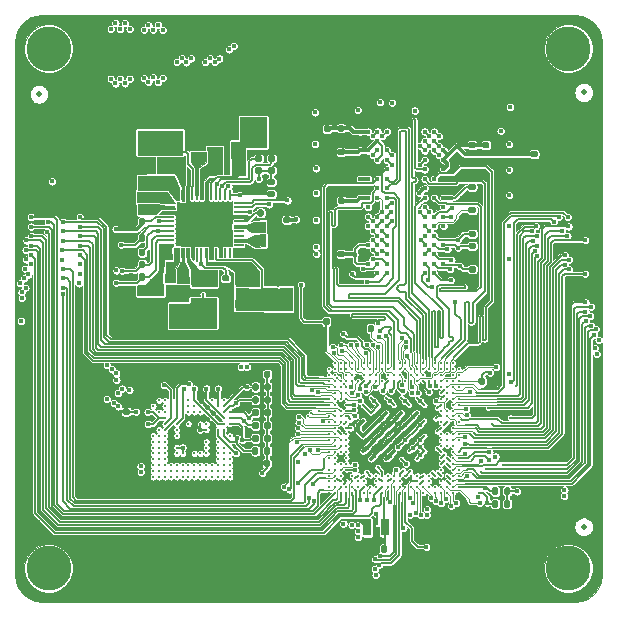
<source format=gbr>
%TF.GenerationSoftware,KiCad,Pcbnew,5.1.10-88a1d61d58~88~ubuntu20.04.1*%
%TF.CreationDate,2021-06-10T18:40:27+05:30*%
%TF.ProjectId,LB1A_DCA7M4_R512MB_F4GB,4c423141-5f44-4434-9137-4d345f523531,1.0.0*%
%TF.SameCoordinates,Original*%
%TF.FileFunction,Copper,L1,Top*%
%TF.FilePolarity,Positive*%
%FSLAX46Y46*%
G04 Gerber Fmt 4.6, Leading zero omitted, Abs format (unit mm)*
G04 Created by KiCad (PCBNEW 5.1.10-88a1d61d58~88~ubuntu20.04.1) date 2021-06-10 18:40:27*
%MOMM*%
%LPD*%
G01*
G04 APERTURE LIST*
%TA.AperFunction,SMDPad,CuDef*%
%ADD10C,0.240000*%
%TD*%
%TA.AperFunction,ComponentPad*%
%ADD11C,3.800000*%
%TD*%
%TA.AperFunction,SMDPad,CuDef*%
%ADD12C,0.410000*%
%TD*%
%TA.AperFunction,SMDPad,CuDef*%
%ADD13C,0.500000*%
%TD*%
%TA.AperFunction,SMDPad,CuDef*%
%ADD14R,0.200000X0.500000*%
%TD*%
%TA.AperFunction,SMDPad,CuDef*%
%ADD15R,0.700000X1.400000*%
%TD*%
%TA.AperFunction,SMDPad,CuDef*%
%ADD16R,0.200000X0.850000*%
%TD*%
%TA.AperFunction,SMDPad,CuDef*%
%ADD17R,0.850000X0.200000*%
%TD*%
%TA.AperFunction,SMDPad,CuDef*%
%ADD18R,4.600000X3.600000*%
%TD*%
%TA.AperFunction,SMDPad,CuDef*%
%ADD19C,0.290000*%
%TD*%
%TA.AperFunction,SMDPad,CuDef*%
%ADD20R,2.000000X0.800000*%
%TD*%
%TA.AperFunction,SMDPad,CuDef*%
%ADD21R,0.800000X2.000000*%
%TD*%
%TA.AperFunction,ViaPad*%
%ADD22C,0.400050*%
%TD*%
%TA.AperFunction,ViaPad*%
%ADD23C,0.275590*%
%TD*%
%TA.AperFunction,Conductor*%
%ADD24C,0.090000*%
%TD*%
%TA.AperFunction,Conductor*%
%ADD25C,0.203200*%
%TD*%
%TA.AperFunction,Conductor*%
%ADD26C,0.200000*%
%TD*%
%TA.AperFunction,Conductor*%
%ADD27C,0.152400*%
%TD*%
%TA.AperFunction,Conductor*%
%ADD28C,0.100000*%
%TD*%
%TA.AperFunction,Conductor*%
%ADD29C,0.165100*%
%TD*%
%TA.AperFunction,Conductor*%
%ADD30C,0.508000*%
%TD*%
%TA.AperFunction,Conductor*%
%ADD31C,0.500000*%
%TD*%
%TA.AperFunction,Conductor*%
%ADD32C,0.304800*%
%TD*%
%TA.AperFunction,Conductor*%
%ADD33C,0.300000*%
%TD*%
%TA.AperFunction,Conductor*%
%ADD34C,0.160000*%
%TD*%
%TA.AperFunction,Conductor*%
%ADD35C,0.150000*%
%TD*%
%TA.AperFunction,Conductor*%
%ADD36C,0.120000*%
%TD*%
%TA.AperFunction,Conductor*%
%ADD37C,0.088900*%
%TD*%
%TA.AperFunction,Conductor*%
%ADD38C,0.127000*%
%TD*%
%TA.AperFunction,Conductor*%
%ADD39C,0.101600*%
%TD*%
G04 APERTURE END LIST*
D10*
%TO.P,U1,AC23*%
%TO.N,GND*%
X152710000Y-96140000D03*
%TO.P,U1,AC22*%
%TO.N,Net-(U1-PadAC22)*%
X152710000Y-96640000D03*
%TO.P,U1,AC21*%
%TO.N,Net-(U1-PadAC21)*%
X152710000Y-97140000D03*
%TO.P,U1,AC20*%
%TO.N,PMIC_VREF_DDR*%
X152710000Y-97640000D03*
%TO.P,U1,AC19*%
%TO.N,Net-(U1-PadAC19)*%
X152710000Y-98140000D03*
%TO.P,U1,AC17*%
%TO.N,USB_DP1*%
X152710000Y-99140000D03*
%TO.P,U1,AC16*%
%TO.N,USB_DP2*%
X152710000Y-99640000D03*
%TO.P,U1,AC14*%
%TO.N,LCD_CLK*%
X152710000Y-100640000D03*
%TO.P,U1,AC13*%
%TO.N,Net-(U1-PadAC13)*%
X152710000Y-101140000D03*
%TO.P,U1,AC11*%
%TO.N,SPI5_MISO*%
X152710000Y-102140000D03*
%TO.P,U1,AC10*%
%TO.N,Net-(U1-PadAC10)*%
X152710000Y-102640000D03*
%TO.P,U1,AC8*%
%TO.N,ETH_MDINT*%
X152710000Y-103640000D03*
%TO.P,U1,AC7*%
%TO.N,ETH_RXD0*%
X152710000Y-104140000D03*
%TO.P,U1,AC5*%
%TO.N,Net-(U1-PadAC5)*%
X152710000Y-105140000D03*
%TO.P,U1,AC4*%
%TO.N,U_LED_2*%
X152710000Y-105640000D03*
%TO.P,U1,AC3*%
%TO.N,ETH_MDIO*%
X152710000Y-106140000D03*
%TO.P,U1,AC2*%
%TO.N,ETH_NRST*%
X152710000Y-106640000D03*
%TO.P,U1,AC1*%
%TO.N,GND*%
X152710000Y-107140000D03*
%TO.P,U1,AB23*%
%TO.N,Net-(U1-PadAB23)*%
X152210000Y-96140000D03*
%TO.P,U1,AB22*%
%TO.N,Net-(U1-PadAB22)*%
X152210000Y-96640000D03*
%TO.P,U1,AB21*%
%TO.N,Net-(U1-PadAB21)*%
X152210000Y-97140000D03*
%TO.P,U1,AB20*%
%TO.N,Net-(U1-PadAB20)*%
X152210000Y-97640000D03*
%TO.P,U1,AB19*%
%TO.N,USART1_RTS*%
X152210000Y-98140000D03*
%TO.P,U1,AB18*%
%TO.N,Net-(R7-Pad1)*%
X152210000Y-98640000D03*
%TO.P,U1,AB17*%
%TO.N,USB_DM1*%
X152210000Y-99140000D03*
%TO.P,U1,AB16*%
%TO.N,USB_DM2*%
X152210000Y-99640000D03*
%TO.P,U1,AB15*%
%TO.N,Net-(C6-Pad1)*%
X152210000Y-100140000D03*
%TO.P,U1,AB14*%
%TO.N,MPU_VDDA_1V8_REG*%
X152210000Y-100640000D03*
%TO.P,U1,AB13*%
%TO.N,GND*%
X152210000Y-101140000D03*
%TO.P,U1,AB12*%
%TO.N,SPI5_SCK*%
X152210000Y-101640000D03*
%TO.P,U1,AB11*%
%TO.N,LCD_B2*%
X152210000Y-102140000D03*
%TO.P,U1,AB10*%
%TO.N,SDMMC2_D4*%
X152210000Y-102640000D03*
%TO.P,U1,AB9*%
%TO.N,Net-(U1-PadAB9)*%
X152210000Y-103140000D03*
%TO.P,U1,AB8*%
%TO.N,ETH_RX_DV*%
X152210000Y-103640000D03*
%TO.P,U1,AB7*%
%TO.N,ETH_RXD1*%
X152210000Y-104140000D03*
%TO.P,U1,AB6*%
%TO.N,ETH_RXD2*%
X152210000Y-104640000D03*
%TO.P,U1,AB5*%
%TO.N,LCD_R5*%
X152210000Y-105140000D03*
%TO.P,U1,AB4*%
%TO.N,LCD_R0*%
X152210000Y-105640000D03*
%TO.P,U1,AB3*%
%TO.N,PA0_WKUP*%
X152210000Y-106140000D03*
%TO.P,U1,AB2*%
%TO.N,ETH_GTX_CLK*%
X152210000Y-106640000D03*
%TO.P,U1,AB1*%
%TO.N,ETH_TX_EN*%
X152210000Y-107140000D03*
%TO.P,U1,AA23*%
%TO.N,Net-(U1-PadAA23)*%
X151710000Y-96140000D03*
%TO.P,U1,AA22*%
%TO.N,Net-(U1-PadAA22)*%
X151710000Y-96640000D03*
%TO.P,U1,AA21*%
%TO.N,GND*%
X151710000Y-97140000D03*
%TO.P,U1,AA20*%
%TO.N,Net-(U1-PadAA20)*%
X151710000Y-97640000D03*
%TO.P,U1,AA19*%
%TO.N,DSI_BL_CTRL*%
X151710000Y-98140000D03*
%TO.P,U1,AA18*%
%TO.N,Net-(U1-PadAA18)*%
X151710000Y-98640000D03*
%TO.P,U1,AA17*%
%TO.N,PMIC_LDO4_VDD_USB*%
X151710000Y-99140000D03*
%TO.P,U1,AA16*%
%TO.N,GND*%
X151710000Y-99640000D03*
%TO.P,U1,AA15*%
%TO.N,PMIC_LDO4_VDD_USB*%
X151710000Y-100140000D03*
%TO.P,U1,AA14*%
%TO.N,SPI5_MOSI*%
X151710000Y-100640000D03*
%TO.P,U1,AA13*%
%TO.N,SPI5_NSS*%
X151710000Y-101140000D03*
%TO.P,U1,AA12*%
%TO.N,GND*%
X151710000Y-101640000D03*
%TO.P,U1,AA11*%
%TO.N,Net-(U1-PadAA11)*%
X151710000Y-102140000D03*
%TO.P,U1,AA10*%
%TO.N,Net-(U1-PadAA10)*%
X151710000Y-102640000D03*
%TO.P,U1,AA9*%
%TO.N,Net-(U1-PadAA9)*%
X151710000Y-103140000D03*
%TO.P,U1,AA8*%
%TO.N,GND*%
X151710000Y-103640000D03*
%TO.P,U1,AA7*%
%TO.N,LCD_G0*%
X151710000Y-104140000D03*
%TO.P,U1,AA6*%
%TO.N,ETH_MDC*%
X151710000Y-104640000D03*
%TO.P,U1,AA5*%
%TO.N,GND*%
X151710000Y-105140000D03*
%TO.P,U1,AA4*%
%TO.N,ETH_RX_CLK*%
X151710000Y-105640000D03*
%TO.P,U1,AA3*%
%TO.N,LCD_R1*%
X151710000Y-106140000D03*
%TO.P,U1,AA2*%
%TO.N,ETH_TXD0*%
X151710000Y-106640000D03*
%TO.P,U1,AA1*%
%TO.N,ETH_TXD1*%
X151710000Y-107140000D03*
%TO.P,U1,Y23*%
%TO.N,Net-(U1-PadY23)*%
X151210000Y-96140000D03*
%TO.P,U1,Y22*%
%TO.N,Net-(U1-PadY22)*%
X151210000Y-96640000D03*
%TO.P,U1,Y21*%
%TO.N,DDR_DQ15*%
X151210000Y-97140000D03*
%TO.P,U1,Y20*%
%TO.N,DDR_A8*%
X151210000Y-97640000D03*
%TO.P,U1,Y19*%
%TO.N,Net-(U1-PadY19)*%
X151210000Y-98140000D03*
%TO.P,U1,Y18*%
%TO.N,I2C1_SCL*%
X151210000Y-98640000D03*
%TO.P,U1,Y17*%
%TO.N,HDMI_NRST*%
X151210000Y-99140000D03*
%TO.P,U1,Y16*%
%TO.N,USART1_RX*%
X151210000Y-99640000D03*
%TO.P,U1,Y15*%
%TO.N,Net-(U1-PadY15)*%
X151210000Y-100140000D03*
%TO.P,U1,Y14*%
%TO.N,HDMI_CEC*%
X151210000Y-100640000D03*
%TO.P,U1,Y13*%
%TO.N,Net-(U1-PadY13)*%
X151210000Y-101140000D03*
%TO.P,U1,Y12*%
%TO.N,LCD_DE*%
X151210000Y-101640000D03*
%TO.P,U1,Y11*%
%TO.N,Net-(U1-PadY11)*%
X151210000Y-102140000D03*
%TO.P,U1,Y10*%
%TO.N,Net-(U1-PadY10)*%
X151210000Y-102640000D03*
%TO.P,U1,Y9*%
%TO.N,Net-(U1-PadY9)*%
X151210000Y-103140000D03*
%TO.P,U1,Y8*%
%TO.N,ETH_CLK*%
X151210000Y-103640000D03*
%TO.P,U1,Y7*%
%TO.N,USART1_TX*%
X151210000Y-104140000D03*
%TO.P,U1,Y6*%
%TO.N,ETH_CLK125*%
X151210000Y-104640000D03*
%TO.P,U1,Y5*%
%TO.N,Net-(U1-PadY5)*%
X151210000Y-105140000D03*
%TO.P,U1,Y4*%
%TO.N,I2C1_SDA*%
X151210000Y-105640000D03*
%TO.P,U1,Y3*%
%TO.N,Net-(U1-PadY3)*%
X151210000Y-106140000D03*
%TO.P,U1,Y2*%
%TO.N,ETH_TXD2*%
X151210000Y-106640000D03*
%TO.P,U1,Y1*%
%TO.N,ETH_TXD3*%
X151210000Y-107140000D03*
%TO.P,U1,W23*%
%TO.N,DDR_DQ12*%
X150710000Y-96140000D03*
%TO.P,U1,W22*%
%TO.N,DDR_DQ14*%
X150710000Y-96640000D03*
%TO.P,U1,W21*%
%TO.N,DDR_DQ11*%
X150710000Y-97140000D03*
%TO.P,U1,W20*%
%TO.N,DDR_A6*%
X150710000Y-97640000D03*
%TO.P,U1,W4*%
%TO.N,ETH_RXD3*%
X150710000Y-105640000D03*
%TO.P,U1,W3*%
%TO.N,GND*%
X150710000Y-106140000D03*
%TO.P,U1,W2*%
%TO.N,Net-(U1-PadW2)*%
X150710000Y-106640000D03*
%TO.P,U1,W1*%
%TO.N,HDMI_INT*%
X150710000Y-107140000D03*
%TO.P,U1,V22*%
%TO.N,DDR_DQM1*%
X150210000Y-96640000D03*
%TO.P,U1,V21*%
%TO.N,GND*%
X150210000Y-97140000D03*
%TO.P,U1,V20*%
%TO.N,DDR_A4*%
X150210000Y-97640000D03*
%TO.P,U1,V4*%
%TO.N,Net-(U1-PadV4)*%
X150210000Y-105640000D03*
%TO.P,U1,V3*%
%TO.N,Net-(U1-PadV3)*%
X150210000Y-106140000D03*
%TO.P,U1,V2*%
%TO.N,Net-(U1-PadV2)*%
X150210000Y-106640000D03*
%TO.P,U1,U23*%
%TO.N,DDR_DQS1_N*%
X149710000Y-96140000D03*
%TO.P,U1,U22*%
%TO.N,DDR_DQS1_P*%
X149710000Y-96640000D03*
%TO.P,U1,U21*%
%TO.N,DDR_DQ9*%
X149710000Y-97140000D03*
%TO.P,U1,U20*%
%TO.N,DDR_BA1*%
X149710000Y-97640000D03*
%TO.P,U1,U4*%
%TO.N,ANA1*%
X149710000Y-105640000D03*
%TO.P,U1,U3*%
%TO.N,ANA0*%
X149710000Y-106140000D03*
%TO.P,U1,U2*%
%TO.N,LCD_B5*%
X149710000Y-106640000D03*
%TO.P,U1,U1*%
%TO.N,Net-(U1-PadU1)*%
X149710000Y-107140000D03*
%TO.P,U1,T23*%
%TO.N,DDR_DQ13*%
X149210000Y-96140000D03*
%TO.P,U1,T22*%
%TO.N,DDR_DQ10*%
X149210000Y-96640000D03*
%TO.P,U1,T21*%
%TO.N,DDR_DQ8*%
X149210000Y-97140000D03*
%TO.P,U1,T20*%
%TO.N,DDR_CKE*%
X149210000Y-97640000D03*
%TO.P,U1,1J8*%
%TO.N,PMIC_VOUT2_VDD_DDR*%
X149810000Y-99690000D03*
%TO.P,U1,1J7*%
%TO.N,GND*%
X149810000Y-100340000D03*
%TO.P,U1,1J6*%
%TO.N,PMIC_VOUT3_VDD*%
X149810000Y-100990000D03*
%TO.P,U1,1J5*%
%TO.N,GND*%
X149810000Y-101640000D03*
%TO.P,U1,1J4*%
%TO.N,PMIC_VOUT3_VDD*%
X149810000Y-102290000D03*
%TO.P,U1,1J3*%
%TO.N,GND*%
X149810000Y-102940000D03*
%TO.P,U1,1J2*%
%TO.N,PMIC_VOUT3_VDD*%
X149810000Y-103590000D03*
%TO.P,U1,T4*%
%TO.N,Net-(U1-PadT4)*%
X149210000Y-105640000D03*
%TO.P,U1,T3*%
%TO.N,PMIC_VOUT3_VDD*%
X149210000Y-106140000D03*
%TO.P,U1,T2*%
%TO.N,U_BUTTON_2*%
X149210000Y-106640000D03*
%TO.P,U1,T1*%
%TO.N,LCD_HSYNC*%
X149210000Y-107140000D03*
%TO.P,U1,R22*%
%TO.N,DDR_A10*%
X148710000Y-96640000D03*
%TO.P,U1,R21*%
%TO.N,DDR_A14*%
X148710000Y-97140000D03*
%TO.P,U1,R20*%
%TO.N,DDR_A11*%
X148710000Y-97640000D03*
%TO.P,U1,1H9*%
%TO.N,PMIC_VOUT2_VDD_DDR*%
X149160000Y-99040000D03*
%TO.P,U1,1H8*%
%TO.N,GND*%
X149160000Y-99690000D03*
%TO.P,U1,1H7*%
%TO.N,PMIC_VOUT1_VDD_CORE*%
X149160000Y-100340000D03*
%TO.P,U1,1H6*%
%TO.N,GND*%
X149160000Y-100990000D03*
%TO.P,U1,1H5*%
%TO.N,PMIC_VOUT3_VDD*%
X149160000Y-101640000D03*
%TO.P,U1,1H4*%
%TO.N,GND*%
X149160000Y-102290000D03*
%TO.P,U1,1H3*%
%TO.N,PMIC_VOUT3_VDD*%
X149160000Y-102940000D03*
%TO.P,U1,1H2*%
%TO.N,GND*%
X149160000Y-103590000D03*
%TO.P,U1,1H1*%
%TO.N,PMIC_VOUT3_VDD*%
X149160000Y-104240000D03*
%TO.P,U1,R4*%
X148710000Y-105640000D03*
%TO.P,U1,R3*%
X148710000Y-106140000D03*
%TO.P,U1,R2*%
%TO.N,POWER_ON*%
X148710000Y-106640000D03*
%TO.P,U1,P23*%
%TO.N,DDR_A12*%
X148210000Y-96140000D03*
%TO.P,U1,P22*%
%TO.N,DDR_A1*%
X148210000Y-96640000D03*
%TO.P,U1,P21*%
%TO.N,GND*%
X148210000Y-97140000D03*
%TO.P,U1,P20*%
%TO.N,Net-(U1-PadP20)*%
X148210000Y-97640000D03*
%TO.P,U1,1G9*%
%TO.N,GND*%
X148510000Y-99040000D03*
%TO.P,U1,1G8*%
%TO.N,PMIC_VOUT2_VDD_DDR*%
X148510000Y-99690000D03*
%TO.P,U1,1G7*%
%TO.N,GND*%
X148510000Y-100340000D03*
%TO.P,U1,1G6*%
%TO.N,PMIC_VOUT1_VDD_CORE*%
X148510000Y-100990000D03*
%TO.P,U1,1G5*%
%TO.N,GND*%
X148510000Y-101640000D03*
%TO.P,U1,1G4*%
%TO.N,PMIC_VOUT3_VDD*%
X148510000Y-102290000D03*
%TO.P,U1,1G3*%
%TO.N,GND*%
X148510000Y-102940000D03*
%TO.P,U1,1G2*%
%TO.N,PMIC_VOUT3_VDD*%
X148510000Y-103590000D03*
%TO.P,U1,1G1*%
%TO.N,GND*%
X148510000Y-104240000D03*
%TO.P,U1,P4*%
%TO.N,STUSB1600_IRQOUTn*%
X148210000Y-105640000D03*
%TO.P,U1,P3*%
%TO.N,GND*%
X148210000Y-106140000D03*
%TO.P,U1,P2*%
%TO.N,Net-(C75-Pad2)*%
X148210000Y-106640000D03*
%TO.P,U1,P1*%
%TO.N,Net-(C76-Pad2)*%
X148210000Y-107140000D03*
%TO.P,U1,N23*%
%TO.N,DDR_CLK_N*%
X147710000Y-96140000D03*
%TO.P,U1,N22*%
%TO.N,DDR_CLK_P*%
X147710000Y-96640000D03*
%TO.P,U1,N21*%
%TO.N,DDR_RASN*%
X147710000Y-97140000D03*
%TO.P,U1,N20*%
%TO.N,DDR_CASN*%
X147710000Y-97640000D03*
%TO.P,U1,1F9*%
%TO.N,PMIC_VOUT2_VDD_DDR*%
X147860000Y-99040000D03*
%TO.P,U1,1F8*%
%TO.N,GND*%
X147860000Y-99690000D03*
%TO.P,U1,1F7*%
%TO.N,PMIC_VOUT1_VDD_CORE*%
X147860000Y-100340000D03*
%TO.P,U1,1F6*%
%TO.N,GND*%
X147860000Y-100990000D03*
%TO.P,U1,1F5*%
%TO.N,PMIC_VOUT1_VDD_CORE*%
X147860000Y-101640000D03*
%TO.P,U1,1F4*%
%TO.N,GND*%
X147860000Y-102290000D03*
%TO.P,U1,1F3*%
%TO.N,PMIC_VOUT3_VDD*%
X147860000Y-102940000D03*
%TO.P,U1,1F2*%
%TO.N,GND*%
X147860000Y-103590000D03*
%TO.P,U1,1F1*%
%TO.N,PMIC_VOUT3_VDD*%
X147860000Y-104240000D03*
%TO.P,U1,N4*%
%TO.N,BOOT1*%
X147710000Y-105640000D03*
%TO.P,U1,N3*%
%TO.N,Net-(U1-PadN3)*%
X147710000Y-106140000D03*
%TO.P,U1,N2*%
%TO.N,U_BUTTON_1*%
X147710000Y-106640000D03*
%TO.P,U1,N1*%
%TO.N,BOOT0*%
X147710000Y-107140000D03*
%TO.P,U1,M22*%
%TO.N,DDR_CSN*%
X147210000Y-96640000D03*
%TO.P,U1,M21*%
%TO.N,DDR_BA2*%
X147210000Y-97140000D03*
%TO.P,U1,M20*%
%TO.N,DDR_WEN*%
X147210000Y-97640000D03*
%TO.P,U1,1E9*%
%TO.N,GND*%
X147210000Y-99040000D03*
%TO.P,U1,1E8*%
%TO.N,PMIC_VOUT2_VDD_DDR*%
X147210000Y-99690000D03*
%TO.P,U1,1E7*%
%TO.N,GND*%
X147210000Y-100340000D03*
%TO.P,U1,1E6*%
%TO.N,PMIC_VOUT1_VDD_CORE*%
X147210000Y-100990000D03*
%TO.P,U1,1E5*%
%TO.N,GND*%
X147210000Y-101640000D03*
%TO.P,U1,1E4*%
%TO.N,PMIC_VOUT1_VDD_CORE*%
X147210000Y-102290000D03*
%TO.P,U1,1E3*%
%TO.N,GND*%
X147210000Y-102940000D03*
%TO.P,U1,1E2*%
%TO.N,PMIC_VOUT1_VDD_CORE*%
X147210000Y-103590000D03*
%TO.P,U1,1E1*%
%TO.N,GND*%
X147210000Y-104240000D03*
%TO.P,U1,M4*%
%TO.N,Net-(C7-Pad1)*%
X147210000Y-105640000D03*
%TO.P,U1,M3*%
%TO.N,NRST*%
X147210000Y-106140000D03*
%TO.P,U1,M2*%
%TO.N,BOOT2*%
X147210000Y-106640000D03*
%TO.P,U1,L23*%
%TO.N,DDR_BA0*%
X146710000Y-96140000D03*
%TO.P,U1,L22*%
%TO.N,DDR_ODT*%
X146710000Y-96640000D03*
%TO.P,U1,L21*%
%TO.N,Net-(U1-PadL21)*%
X146710000Y-97140000D03*
%TO.P,U1,L20*%
%TO.N,DDR_A0*%
X146710000Y-97640000D03*
%TO.P,U1,1D9*%
%TO.N,PMIC_VOUT2_VDD_DDR*%
X146560000Y-99040000D03*
%TO.P,U1,1D8*%
%TO.N,GND*%
X146560000Y-99690000D03*
%TO.P,U1,1D7*%
%TO.N,PMIC_VOUT1_VDD_CORE*%
X146560000Y-100340000D03*
%TO.P,U1,1D6*%
%TO.N,GND*%
X146560000Y-100990000D03*
%TO.P,U1,1D5*%
%TO.N,PMIC_VOUT1_VDD_CORE*%
X146560000Y-101640000D03*
%TO.P,U1,1D4*%
%TO.N,GND*%
X146560000Y-102290000D03*
%TO.P,U1,1D3*%
%TO.N,PMIC_VOUT1_VDD_CORE*%
X146560000Y-102940000D03*
%TO.P,U1,1D2*%
%TO.N,GND*%
X146560000Y-103590000D03*
%TO.P,U1,1D1*%
%TO.N,PMIC_VOUT1_VDD_CORE*%
X146560000Y-104240000D03*
%TO.P,U1,L4*%
%TO.N,Net-(U1-PadL4)*%
X146710000Y-105640000D03*
%TO.P,U1,L3*%
%TO.N,U_LED_1*%
X146710000Y-106140000D03*
%TO.P,U1,L2*%
%TO.N,Net-(C77-Pad2)*%
X146710000Y-106640000D03*
%TO.P,U1,L1*%
%TO.N,GND*%
X146710000Y-107140000D03*
%TO.P,U1,K23*%
%TO.N,Net-(R1-Pad1)*%
X146210000Y-96140000D03*
%TO.P,U1,K22*%
%TO.N,DDR_A3*%
X146210000Y-96640000D03*
%TO.P,U1,K21*%
%TO.N,GND*%
X146210000Y-97140000D03*
%TO.P,U1,K20*%
%TO.N,Net-(U1-PadK20)*%
X146210000Y-97640000D03*
%TO.P,U1,1C9*%
%TO.N,GND*%
X145910000Y-99040000D03*
%TO.P,U1,1C8*%
%TO.N,PMIC_VOUT2_VDD_DDR*%
X145910000Y-99690000D03*
%TO.P,U1,1C7*%
%TO.N,GND*%
X145910000Y-100340000D03*
%TO.P,U1,1C6*%
%TO.N,PMIC_VOUT1_VDD_CORE*%
X145910000Y-100990000D03*
%TO.P,U1,1C5*%
%TO.N,GND*%
X145910000Y-101640000D03*
%TO.P,U1,1C4*%
%TO.N,PMIC_VOUT1_VDD_CORE*%
X145910000Y-102290000D03*
%TO.P,U1,1C3*%
%TO.N,GND*%
X145910000Y-102940000D03*
%TO.P,U1,1C2*%
%TO.N,PMIC_VOUT1_VDD_CORE*%
X145910000Y-103590000D03*
%TO.P,U1,1C1*%
%TO.N,GND*%
X145910000Y-104240000D03*
%TO.P,U1,K4*%
%TO.N,LCD_B1*%
X146210000Y-105640000D03*
%TO.P,U1,K3*%
%TO.N,LCD_B7*%
X146210000Y-106140000D03*
%TO.P,U1,K2*%
%TO.N,PMIC_WAKEUP*%
X146210000Y-106640000D03*
%TO.P,U1,K1*%
%TO.N,LCD_B0*%
X146210000Y-107140000D03*
%TO.P,U1,J22*%
%TO.N,DDR_DQ5*%
X145710000Y-96640000D03*
%TO.P,U1,J21*%
%TO.N,DDR_DQ4*%
X145710000Y-97140000D03*
%TO.P,U1,J20*%
%TO.N,DDR_A2*%
X145710000Y-97640000D03*
%TO.P,U1,1B9*%
%TO.N,PMIC_VOUT2_VDD_DDR*%
X145260000Y-99040000D03*
%TO.P,U1,1B8*%
%TO.N,GND*%
X145260000Y-99690000D03*
%TO.P,U1,1B7*%
%TO.N,PMIC_VOUT2_VDD_DDR*%
X145260000Y-100340000D03*
%TO.P,U1,1B6*%
%TO.N,GND*%
X145260000Y-100990000D03*
%TO.P,U1,1B5*%
%TO.N,PMIC_VOUT1_VDD_CORE*%
X145260000Y-101640000D03*
%TO.P,U1,1B4*%
%TO.N,GND*%
X145260000Y-102290000D03*
%TO.P,U1,1B3*%
%TO.N,PMIC_VOUT1_VDD_CORE*%
X145260000Y-102940000D03*
%TO.P,U1,1B2*%
%TO.N,GND*%
X145260000Y-103590000D03*
%TO.P,U1,1B1*%
%TO.N,PMIC_VOUT1_VDD_CORE*%
X145260000Y-104240000D03*
%TO.P,U1,J4*%
%TO.N,Net-(U1-PadJ4)*%
X145710000Y-105640000D03*
%TO.P,U1,J3*%
%TO.N,Net-(U1-PadJ3)*%
X145710000Y-106140000D03*
%TO.P,U1,J2*%
%TO.N,Net-(U1-PadJ2)*%
X145710000Y-106640000D03*
%TO.P,U1,H23*%
%TO.N,DDR_DQM0*%
X145210000Y-96140000D03*
%TO.P,U1,H22*%
%TO.N,DDR_DQ6*%
X145210000Y-96640000D03*
%TO.P,U1,H21*%
%TO.N,DDR_DQ2*%
X145210000Y-97140000D03*
%TO.P,U1,H20*%
%TO.N,DDR_A5*%
X145210000Y-97640000D03*
%TO.P,U1,1A8*%
%TO.N,PMIC_VOUT2_VDD_DDR*%
X144610000Y-99690000D03*
%TO.P,U1,1A7*%
%TO.N,GND*%
X144610000Y-100340000D03*
%TO.P,U1,1A6*%
%TO.N,PMIC_VOUT1_VDD_CORE*%
X144610000Y-100990000D03*
%TO.P,U1,1A5*%
%TO.N,GND*%
X144610000Y-101640000D03*
%TO.P,U1,1A4*%
%TO.N,PMIC_VOUT1_VDD_CORE*%
X144610000Y-102290000D03*
%TO.P,U1,1A3*%
%TO.N,GND*%
X144610000Y-102940000D03*
%TO.P,U1,1A2*%
%TO.N,PMIC_VOUT1_VDD_CORE*%
X144610000Y-103590000D03*
%TO.P,U1,H4*%
%TO.N,LCD_VSYNC*%
X145210000Y-105640000D03*
%TO.P,U1,H3*%
%TO.N,GND*%
X145210000Y-106140000D03*
%TO.P,U1,H2*%
%TO.N,I2C4_SDA*%
X145210000Y-106640000D03*
%TO.P,U1,H1*%
%TO.N,Net-(U1-PadH1)*%
X145210000Y-107140000D03*
%TO.P,U1,G23*%
%TO.N,DDR_DQS0_N*%
X144710000Y-96140000D03*
%TO.P,U1,G22*%
%TO.N,DDR_DQS0_P*%
X144710000Y-96640000D03*
%TO.P,U1,G21*%
%TO.N,DDR_DQ7*%
X144710000Y-97140000D03*
%TO.P,U1,G20*%
%TO.N,DDR_A9*%
X144710000Y-97640000D03*
%TO.P,U1,G4*%
%TO.N,USART1_CTS*%
X144710000Y-105640000D03*
%TO.P,U1,G3*%
%TO.N,Net-(U1-PadG3)*%
X144710000Y-106140000D03*
%TO.P,U1,G2*%
%TO.N,I2C4_SCL*%
X144710000Y-106640000D03*
%TO.P,U1,G1*%
%TO.N,Net-(U1-PadG1)*%
X144710000Y-107140000D03*
%TO.P,U1,F22*%
%TO.N,DDR_DQ1*%
X144210000Y-96640000D03*
%TO.P,U1,F21*%
%TO.N,GND*%
X144210000Y-97140000D03*
%TO.P,U1,F20*%
%TO.N,DDR_A13*%
X144210000Y-97640000D03*
%TO.P,U1,F4*%
%TO.N,LCD_B6*%
X144210000Y-105640000D03*
%TO.P,U1,F3*%
%TO.N,Net-(U1-PadF3)*%
X144210000Y-106140000D03*
%TO.P,U1,F2*%
%TO.N,Net-(U1-PadF2)*%
X144210000Y-106640000D03*
%TO.P,U1,E23*%
%TO.N,Net-(U1-PadE23)*%
X143710000Y-96140000D03*
%TO.P,U1,E22*%
%TO.N,DDR_DQ0*%
X143710000Y-96640000D03*
%TO.P,U1,E21*%
%TO.N,DDR_DQ3*%
X143710000Y-97140000D03*
%TO.P,U1,E20*%
%TO.N,DDR_A7*%
X143710000Y-97640000D03*
%TO.P,U1,E4*%
%TO.N,Net-(U1-PadE4)*%
X143710000Y-105640000D03*
%TO.P,U1,E3*%
%TO.N,LCD_G6*%
X143710000Y-106140000D03*
%TO.P,U1,E2*%
%TO.N,LCD_G7*%
X143710000Y-106640000D03*
%TO.P,U1,E1*%
%TO.N,I2S2_SDO*%
X143710000Y-107140000D03*
%TO.P,U1,D23*%
%TO.N,Net-(U1-PadD23)*%
X143210000Y-96140000D03*
%TO.P,U1,D22*%
%TO.N,Net-(U1-PadD22)*%
X143210000Y-96640000D03*
%TO.P,U1,D21*%
%TO.N,Net-(U1-PadD21)*%
X143210000Y-97140000D03*
%TO.P,U1,D20*%
%TO.N,DDR_RESETN*%
X143210000Y-97640000D03*
%TO.P,U1,D19*%
%TO.N,DSI_RESET*%
X143210000Y-98140000D03*
%TO.P,U1,D18*%
%TO.N,SDMMC1_D0*%
X143210000Y-98640000D03*
%TO.P,U1,D17*%
%TO.N,SDMMC1_D1*%
X143210000Y-99140000D03*
%TO.P,U1,D16*%
%TO.N,SDMMC1_D3*%
X143210000Y-99640000D03*
%TO.P,U1,D15*%
%TO.N,SDMMC1_D2*%
X143210000Y-100140000D03*
%TO.P,U1,D14*%
%TO.N,I2S2_CK*%
X143210000Y-100640000D03*
%TO.P,U1,D13*%
%TO.N,SDMMC1_CK*%
X143210000Y-101140000D03*
%TO.P,U1,D12*%
%TO.N,SDMMC1_CMD*%
X143210000Y-101640000D03*
%TO.P,U1,D11*%
%TO.N,Net-(U1-PadD11)*%
X143210000Y-102140000D03*
%TO.P,U1,D10*%
%TO.N,Net-(U1-PadD10)*%
X143210000Y-102640000D03*
%TO.P,U1,D9*%
%TO.N,Net-(U1-PadD9)*%
X143210000Y-103140000D03*
%TO.P,U1,D8*%
%TO.N,Net-(U1-PadD8)*%
X143210000Y-103640000D03*
%TO.P,U1,D7*%
%TO.N,Net-(U1-PadD7)*%
X143210000Y-104140000D03*
%TO.P,U1,D6*%
%TO.N,Net-(U1-PadD6)*%
X143210000Y-104640000D03*
%TO.P,U1,D5*%
%TO.N,LCD_R2*%
X143210000Y-105140000D03*
%TO.P,U1,D4*%
%TO.N,GND*%
X143210000Y-105640000D03*
%TO.P,U1,D3*%
%TO.N,LCD_R7*%
X143210000Y-106140000D03*
%TO.P,U1,D2*%
%TO.N,Net-(U1-PadD2)*%
X143210000Y-106640000D03*
%TO.P,U1,D1*%
%TO.N,LCD_G2*%
X143210000Y-107140000D03*
%TO.P,U1,C23*%
%TO.N,Net-(U1-PadC23)*%
X142710000Y-96140000D03*
%TO.P,U1,C22*%
%TO.N,Net-(U1-PadC22)*%
X142710000Y-96640000D03*
%TO.P,U1,C21*%
%TO.N,GND*%
X142710000Y-97140000D03*
%TO.P,U1,C20*%
%TO.N,JTMS_SWDIO*%
X142710000Y-97640000D03*
%TO.P,U1,C19*%
%TO.N,Net-(U1-PadC19)*%
X142710000Y-98140000D03*
%TO.P,U1,C18*%
%TO.N,Net-(C5-Pad2)*%
X142710000Y-98640000D03*
%TO.P,U1,C17*%
X142710000Y-99140000D03*
%TO.P,U1,C16*%
%TO.N,GND*%
X142710000Y-99640000D03*
%TO.P,U1,C15*%
%TO.N,DSI_D0_P*%
X142710000Y-100140000D03*
%TO.P,U1,C14*%
%TO.N,MPU_VDDA_1V8_REG*%
X142710000Y-100640000D03*
%TO.P,U1,C13*%
%TO.N,SDMMC2_D0*%
X142710000Y-101140000D03*
%TO.P,U1,C12*%
%TO.N,GND*%
X142710000Y-101640000D03*
%TO.P,U1,C11*%
%TO.N,SDMMC2_D6*%
X142710000Y-102140000D03*
%TO.P,U1,C10*%
%TO.N,LCD_G1*%
X142710000Y-102640000D03*
%TO.P,U1,C9*%
%TO.N,SDMMC2_CK*%
X142710000Y-103140000D03*
%TO.P,U1,C8*%
%TO.N,Net-(U1-PadC8)*%
X142710000Y-103640000D03*
%TO.P,U1,C7*%
%TO.N,GND*%
X142710000Y-104140000D03*
%TO.P,U1,C6*%
%TO.N,Net-(U1-PadC6)*%
X142710000Y-104640000D03*
%TO.P,U1,C5*%
%TO.N,LCD_R3*%
X142710000Y-105140000D03*
%TO.P,U1,C4*%
%TO.N,Net-(U1-PadC4)*%
X142710000Y-105640000D03*
%TO.P,U1,C3*%
%TO.N,LCD_G3*%
X142710000Y-106140000D03*
%TO.P,U1,C2*%
%TO.N,LCD_R4*%
X142710000Y-106640000D03*
%TO.P,U1,C1*%
%TO.N,LCD_G5*%
X142710000Y-107140000D03*
%TO.P,U1,B23*%
%TO.N,Net-(U1-PadB23)*%
X142210000Y-96140000D03*
%TO.P,U1,B22*%
%TO.N,Net-(U1-PadB22)*%
X142210000Y-96640000D03*
%TO.P,U1,B21*%
%TO.N,Net-(U1-PadB21)*%
X142210000Y-97140000D03*
%TO.P,U1,B20*%
%TO.N,JTCK_SWCLK*%
X142210000Y-97640000D03*
%TO.P,U1,B19*%
%TO.N,NJRST*%
X142210000Y-98140000D03*
%TO.P,U1,B18*%
%TO.N,PMIC_VOUT3_VDD*%
X142210000Y-98640000D03*
%TO.P,U1,B17*%
%TO.N,DSI_D1_P*%
X142210000Y-99140000D03*
%TO.P,U1,B16*%
%TO.N,DSI_CKP*%
X142210000Y-99640000D03*
%TO.P,U1,B15*%
%TO.N,DSI_D0_N*%
X142210000Y-100140000D03*
%TO.P,U1,B14*%
%TO.N,DSI_TE*%
X142210000Y-100640000D03*
%TO.P,U1,B13*%
%TO.N,SDMMC2_D3*%
X142210000Y-101140000D03*
%TO.P,U1,B12*%
%TO.N,SDMMC2_D1*%
X142210000Y-101640000D03*
%TO.P,U1,B11*%
%TO.N,SDMMC2_D7*%
X142210000Y-102140000D03*
%TO.P,U1,B10*%
%TO.N,I2S2_WS*%
X142210000Y-102640000D03*
%TO.P,U1,B9*%
%TO.N,STLINK_UART4_TX*%
X142210000Y-103140000D03*
%TO.P,U1,B8*%
%TO.N,STLINK_UART4_RX*%
X142210000Y-103640000D03*
%TO.P,U1,B7*%
%TO.N,Net-(U1-PadB7)*%
X142210000Y-104140000D03*
%TO.P,U1,B6*%
%TO.N,Net-(U1-PadB6)*%
X142210000Y-104640000D03*
%TO.P,U1,B5*%
%TO.N,LCD_B3*%
X142210000Y-105140000D03*
%TO.P,U1,B4*%
%TO.N,LCD_B4*%
X142210000Y-105640000D03*
%TO.P,U1,B3*%
%TO.N,Net-(U1-PadB3)*%
X142210000Y-106140000D03*
%TO.P,U1,B2*%
%TO.N,LCD_R6*%
X142210000Y-106640000D03*
%TO.P,U1,B1*%
%TO.N,LCD_G4*%
X142210000Y-107140000D03*
%TO.P,U1,A23*%
%TO.N,GND*%
X141710000Y-96140000D03*
%TO.P,U1,A22*%
%TO.N,Net-(U1-PadA22)*%
X141710000Y-96640000D03*
%TO.P,U1,A21*%
%TO.N,Net-(U1-PadA21)*%
X141710000Y-97140000D03*
%TO.P,U1,A20*%
%TO.N,JTDI*%
X141710000Y-97640000D03*
%TO.P,U1,A19*%
%TO.N,JTDO_TRACESWO*%
X141710000Y-98140000D03*
%TO.P,U1,A17*%
%TO.N,DSI_D1_N*%
X141710000Y-99140000D03*
%TO.P,U1,A16*%
%TO.N,DSI_CKN*%
X141710000Y-99640000D03*
%TO.P,U1,A14*%
%TO.N,DSI_LCD_INT*%
X141710000Y-100640000D03*
%TO.P,U1,A13*%
%TO.N,Net-(U1-PadA13)*%
X141710000Y-101140000D03*
%TO.P,U1,A11*%
%TO.N,SDMMC2_D2*%
X141710000Y-102140000D03*
%TO.P,U1,A10*%
%TO.N,SDMMC2_CMD*%
X141710000Y-102640000D03*
%TO.P,U1,A8*%
%TO.N,SDMMC2_D5*%
X141710000Y-103640000D03*
%TO.P,U1,A7*%
%TO.N,Net-(U1-PadA7)*%
X141710000Y-104140000D03*
%TO.P,U1,A5*%
%TO.N,Net-(U1-PadA5)*%
X141710000Y-105140000D03*
%TO.P,U1,A4*%
%TO.N,Net-(U1-PadA4)*%
X141710000Y-105640000D03*
%TO.P,U1,A3*%
%TO.N,Net-(U1-PadA3)*%
X141710000Y-106140000D03*
%TO.P,U1,A2*%
%TO.N,Net-(U1-PadA2)*%
X141710000Y-106640000D03*
%TO.P,U1,A1*%
%TO.N,GND*%
X141710000Y-107140000D03*
%TD*%
D11*
%TO.P,H4,1*%
%TO.N,N/C*%
X118000000Y-113500000D03*
%TD*%
%TO.P,H3,1*%
%TO.N,N/C*%
X162000000Y-113500000D03*
%TD*%
%TO.P,H2,1*%
%TO.N,N/C*%
X162000000Y-69500000D03*
%TD*%
%TO.P,H1,1*%
%TO.N,N/C*%
X118000000Y-69500000D03*
%TD*%
D10*
%TO.P,U1,A1*%
%TO.N,GND*%
X141710000Y-107140000D03*
%TO.P,U1,A2*%
%TO.N,Net-(U1-PadA2)*%
X141710000Y-106640000D03*
%TO.P,U1,A3*%
%TO.N,Net-(U1-PadA3)*%
X141710000Y-106140000D03*
%TO.P,U1,A4*%
%TO.N,Net-(U1-PadA4)*%
X141710000Y-105640000D03*
%TO.P,U1,A5*%
%TO.N,Net-(U1-PadA5)*%
X141710000Y-105140000D03*
%TO.P,U1,A7*%
%TO.N,Net-(U1-PadA7)*%
X141710000Y-104140000D03*
%TO.P,U1,A8*%
%TO.N,SDMMC2_D5*%
X141710000Y-103640000D03*
%TO.P,U1,A10*%
%TO.N,SDMMC2_CMD*%
X141710000Y-102640000D03*
%TO.P,U1,A11*%
%TO.N,SDMMC2_D2*%
X141710000Y-102140000D03*
%TO.P,U1,A13*%
%TO.N,Net-(U1-PadA13)*%
X141710000Y-101140000D03*
%TO.P,U1,A14*%
%TO.N,DSI_LCD_INT*%
X141710000Y-100640000D03*
%TO.P,U1,A16*%
%TO.N,DSI_CKN*%
X141710000Y-99640000D03*
%TO.P,U1,A17*%
%TO.N,DSI_D1_N*%
X141710000Y-99140000D03*
%TO.P,U1,A19*%
%TO.N,JTDO_TRACESWO*%
X141710000Y-98140000D03*
%TO.P,U1,A20*%
%TO.N,JTDI*%
X141710000Y-97640000D03*
%TO.P,U1,A21*%
%TO.N,Net-(U1-PadA21)*%
X141710000Y-97140000D03*
%TO.P,U1,A22*%
%TO.N,Net-(U1-PadA22)*%
X141710000Y-96640000D03*
%TO.P,U1,A23*%
%TO.N,GND*%
X141710000Y-96140000D03*
%TO.P,U1,B1*%
%TO.N,LCD_G4*%
X142210000Y-107140000D03*
%TO.P,U1,B2*%
%TO.N,LCD_R6*%
X142210000Y-106640000D03*
%TO.P,U1,B3*%
%TO.N,Net-(U1-PadB3)*%
X142210000Y-106140000D03*
%TO.P,U1,B4*%
%TO.N,LCD_B4*%
X142210000Y-105640000D03*
%TO.P,U1,B5*%
%TO.N,LCD_B3*%
X142210000Y-105140000D03*
%TO.P,U1,B6*%
%TO.N,Net-(U1-PadB6)*%
X142210000Y-104640000D03*
%TO.P,U1,B7*%
%TO.N,Net-(U1-PadB7)*%
X142210000Y-104140000D03*
%TO.P,U1,B8*%
%TO.N,STLINK_UART4_RX*%
X142210000Y-103640000D03*
%TO.P,U1,B9*%
%TO.N,STLINK_UART4_TX*%
X142210000Y-103140000D03*
%TO.P,U1,B10*%
%TO.N,I2S2_WS*%
X142210000Y-102640000D03*
%TO.P,U1,B11*%
%TO.N,SDMMC2_D7*%
X142210000Y-102140000D03*
%TO.P,U1,B12*%
%TO.N,SDMMC2_D1*%
X142210000Y-101640000D03*
%TO.P,U1,B13*%
%TO.N,SDMMC2_D3*%
X142210000Y-101140000D03*
%TO.P,U1,B14*%
%TO.N,DSI_TE*%
X142210000Y-100640000D03*
%TO.P,U1,B15*%
%TO.N,DSI_D0_N*%
X142210000Y-100140000D03*
%TO.P,U1,B16*%
%TO.N,DSI_CKP*%
X142210000Y-99640000D03*
%TO.P,U1,B17*%
%TO.N,DSI_D1_P*%
X142210000Y-99140000D03*
%TO.P,U1,B18*%
%TO.N,PMIC_VOUT3_VDD*%
X142210000Y-98640000D03*
%TO.P,U1,B19*%
%TO.N,NJRST*%
X142210000Y-98140000D03*
%TO.P,U1,B20*%
%TO.N,JTCK_SWCLK*%
X142210000Y-97640000D03*
%TO.P,U1,B21*%
%TO.N,Net-(U1-PadB21)*%
X142210000Y-97140000D03*
%TO.P,U1,B22*%
%TO.N,Net-(U1-PadB22)*%
X142210000Y-96640000D03*
%TO.P,U1,B23*%
%TO.N,Net-(U1-PadB23)*%
X142210000Y-96140000D03*
%TO.P,U1,C1*%
%TO.N,LCD_G5*%
X142710000Y-107140000D03*
%TO.P,U1,C2*%
%TO.N,LCD_R4*%
X142710000Y-106640000D03*
%TO.P,U1,C3*%
%TO.N,LCD_G3*%
X142710000Y-106140000D03*
%TO.P,U1,C4*%
%TO.N,Net-(U1-PadC4)*%
X142710000Y-105640000D03*
%TO.P,U1,C5*%
%TO.N,LCD_R3*%
X142710000Y-105140000D03*
%TO.P,U1,C6*%
%TO.N,Net-(U1-PadC6)*%
X142710000Y-104640000D03*
%TO.P,U1,C7*%
%TO.N,GND*%
X142710000Y-104140000D03*
%TO.P,U1,C8*%
%TO.N,Net-(U1-PadC8)*%
X142710000Y-103640000D03*
%TO.P,U1,C9*%
%TO.N,SDMMC2_CK*%
X142710000Y-103140000D03*
%TO.P,U1,C10*%
%TO.N,LCD_G1*%
X142710000Y-102640000D03*
%TO.P,U1,C11*%
%TO.N,SDMMC2_D6*%
X142710000Y-102140000D03*
%TO.P,U1,C12*%
%TO.N,GND*%
X142710000Y-101640000D03*
%TO.P,U1,C13*%
%TO.N,SDMMC2_D0*%
X142710000Y-101140000D03*
%TO.P,U1,C14*%
%TO.N,MPU_VDDA_1V8_REG*%
X142710000Y-100640000D03*
%TO.P,U1,C15*%
%TO.N,DSI_D0_P*%
X142710000Y-100140000D03*
%TO.P,U1,C16*%
%TO.N,GND*%
X142710000Y-99640000D03*
%TO.P,U1,C17*%
%TO.N,Net-(C5-Pad2)*%
X142710000Y-99140000D03*
%TO.P,U1,C18*%
X142710000Y-98640000D03*
%TO.P,U1,C19*%
%TO.N,Net-(U1-PadC19)*%
X142710000Y-98140000D03*
%TO.P,U1,C20*%
%TO.N,JTMS_SWDIO*%
X142710000Y-97640000D03*
%TO.P,U1,C21*%
%TO.N,GND*%
X142710000Y-97140000D03*
%TO.P,U1,C22*%
%TO.N,Net-(U1-PadC22)*%
X142710000Y-96640000D03*
%TO.P,U1,C23*%
%TO.N,Net-(U1-PadC23)*%
X142710000Y-96140000D03*
%TO.P,U1,D1*%
%TO.N,LCD_G2*%
X143210000Y-107140000D03*
%TO.P,U1,D2*%
%TO.N,Net-(U1-PadD2)*%
X143210000Y-106640000D03*
%TO.P,U1,D3*%
%TO.N,LCD_R7*%
X143210000Y-106140000D03*
%TO.P,U1,D4*%
%TO.N,GND*%
X143210000Y-105640000D03*
%TO.P,U1,D5*%
%TO.N,LCD_R2*%
X143210000Y-105140000D03*
%TO.P,U1,D6*%
%TO.N,Net-(U1-PadD6)*%
X143210000Y-104640000D03*
%TO.P,U1,D7*%
%TO.N,Net-(U1-PadD7)*%
X143210000Y-104140000D03*
%TO.P,U1,D8*%
%TO.N,Net-(U1-PadD8)*%
X143210000Y-103640000D03*
%TO.P,U1,D9*%
%TO.N,Net-(U1-PadD9)*%
X143210000Y-103140000D03*
%TO.P,U1,D10*%
%TO.N,Net-(U1-PadD10)*%
X143210000Y-102640000D03*
%TO.P,U1,D11*%
%TO.N,Net-(U1-PadD11)*%
X143210000Y-102140000D03*
%TO.P,U1,D12*%
%TO.N,SDMMC1_CMD*%
X143210000Y-101640000D03*
%TO.P,U1,D13*%
%TO.N,SDMMC1_CK*%
X143210000Y-101140000D03*
%TO.P,U1,D14*%
%TO.N,I2S2_CK*%
X143210000Y-100640000D03*
%TO.P,U1,D15*%
%TO.N,SDMMC1_D2*%
X143210000Y-100140000D03*
%TO.P,U1,D16*%
%TO.N,SDMMC1_D3*%
X143210000Y-99640000D03*
%TO.P,U1,D17*%
%TO.N,SDMMC1_D1*%
X143210000Y-99140000D03*
%TO.P,U1,D18*%
%TO.N,SDMMC1_D0*%
X143210000Y-98640000D03*
%TO.P,U1,D19*%
%TO.N,DSI_RESET*%
X143210000Y-98140000D03*
%TO.P,U1,D20*%
%TO.N,DDR_RESETN*%
X143210000Y-97640000D03*
%TO.P,U1,D21*%
%TO.N,Net-(U1-PadD21)*%
X143210000Y-97140000D03*
%TO.P,U1,D22*%
%TO.N,Net-(U1-PadD22)*%
X143210000Y-96640000D03*
%TO.P,U1,D23*%
%TO.N,Net-(U1-PadD23)*%
X143210000Y-96140000D03*
%TO.P,U1,E1*%
%TO.N,I2S2_SDO*%
X143710000Y-107140000D03*
%TO.P,U1,E2*%
%TO.N,LCD_G7*%
X143710000Y-106640000D03*
%TO.P,U1,E3*%
%TO.N,LCD_G6*%
X143710000Y-106140000D03*
%TO.P,U1,E4*%
%TO.N,Net-(U1-PadE4)*%
X143710000Y-105640000D03*
%TO.P,U1,E20*%
%TO.N,DDR_A7*%
X143710000Y-97640000D03*
%TO.P,U1,E21*%
%TO.N,DDR_DQ3*%
X143710000Y-97140000D03*
%TO.P,U1,E22*%
%TO.N,DDR_DQ0*%
X143710000Y-96640000D03*
%TO.P,U1,E23*%
%TO.N,Net-(U1-PadE23)*%
X143710000Y-96140000D03*
%TO.P,U1,F2*%
%TO.N,Net-(U1-PadF2)*%
X144210000Y-106640000D03*
%TO.P,U1,F3*%
%TO.N,Net-(U1-PadF3)*%
X144210000Y-106140000D03*
%TO.P,U1,F4*%
%TO.N,LCD_B6*%
X144210000Y-105640000D03*
%TO.P,U1,F20*%
%TO.N,DDR_A13*%
X144210000Y-97640000D03*
%TO.P,U1,F21*%
%TO.N,GND*%
X144210000Y-97140000D03*
%TO.P,U1,F22*%
%TO.N,DDR_DQ1*%
X144210000Y-96640000D03*
%TO.P,U1,G1*%
%TO.N,Net-(U1-PadG1)*%
X144710000Y-107140000D03*
%TO.P,U1,G2*%
%TO.N,I2C4_SCL*%
X144710000Y-106640000D03*
%TO.P,U1,G3*%
%TO.N,Net-(U1-PadG3)*%
X144710000Y-106140000D03*
%TO.P,U1,G4*%
%TO.N,USART1_CTS*%
X144710000Y-105640000D03*
%TO.P,U1,G20*%
%TO.N,DDR_A9*%
X144710000Y-97640000D03*
%TO.P,U1,G21*%
%TO.N,DDR_DQ7*%
X144710000Y-97140000D03*
%TO.P,U1,G22*%
%TO.N,DDR_DQS0_P*%
X144710000Y-96640000D03*
%TO.P,U1,G23*%
%TO.N,DDR_DQS0_N*%
X144710000Y-96140000D03*
%TO.P,U1,H1*%
%TO.N,Net-(U1-PadH1)*%
X145210000Y-107140000D03*
%TO.P,U1,H2*%
%TO.N,I2C4_SDA*%
X145210000Y-106640000D03*
%TO.P,U1,H3*%
%TO.N,GND*%
X145210000Y-106140000D03*
%TO.P,U1,H4*%
%TO.N,LCD_VSYNC*%
X145210000Y-105640000D03*
%TO.P,U1,1A2*%
%TO.N,PMIC_VOUT1_VDD_CORE*%
X144610000Y-103590000D03*
%TO.P,U1,1A3*%
%TO.N,GND*%
X144610000Y-102940000D03*
%TO.P,U1,1A4*%
%TO.N,PMIC_VOUT1_VDD_CORE*%
X144610000Y-102290000D03*
%TO.P,U1,1A5*%
%TO.N,GND*%
X144610000Y-101640000D03*
%TO.P,U1,1A6*%
%TO.N,PMIC_VOUT1_VDD_CORE*%
X144610000Y-100990000D03*
%TO.P,U1,1A7*%
%TO.N,GND*%
X144610000Y-100340000D03*
%TO.P,U1,1A8*%
%TO.N,PMIC_VOUT2_VDD_DDR*%
X144610000Y-99690000D03*
%TO.P,U1,H20*%
%TO.N,DDR_A5*%
X145210000Y-97640000D03*
%TO.P,U1,H21*%
%TO.N,DDR_DQ2*%
X145210000Y-97140000D03*
%TO.P,U1,H22*%
%TO.N,DDR_DQ6*%
X145210000Y-96640000D03*
%TO.P,U1,H23*%
%TO.N,DDR_DQM0*%
X145210000Y-96140000D03*
%TO.P,U1,J2*%
%TO.N,Net-(U1-PadJ2)*%
X145710000Y-106640000D03*
%TO.P,U1,J3*%
%TO.N,Net-(U1-PadJ3)*%
X145710000Y-106140000D03*
%TO.P,U1,J4*%
%TO.N,Net-(U1-PadJ4)*%
X145710000Y-105640000D03*
%TO.P,U1,1B1*%
%TO.N,PMIC_VOUT1_VDD_CORE*%
X145260000Y-104240000D03*
%TO.P,U1,1B2*%
%TO.N,GND*%
X145260000Y-103590000D03*
%TO.P,U1,1B3*%
%TO.N,PMIC_VOUT1_VDD_CORE*%
X145260000Y-102940000D03*
%TO.P,U1,1B4*%
%TO.N,GND*%
X145260000Y-102290000D03*
%TO.P,U1,1B5*%
%TO.N,PMIC_VOUT1_VDD_CORE*%
X145260000Y-101640000D03*
%TO.P,U1,1B6*%
%TO.N,GND*%
X145260000Y-100990000D03*
%TO.P,U1,1B7*%
%TO.N,PMIC_VOUT2_VDD_DDR*%
X145260000Y-100340000D03*
%TO.P,U1,1B8*%
%TO.N,GND*%
X145260000Y-99690000D03*
%TO.P,U1,1B9*%
%TO.N,PMIC_VOUT2_VDD_DDR*%
X145260000Y-99040000D03*
%TO.P,U1,J20*%
%TO.N,DDR_A2*%
X145710000Y-97640000D03*
%TO.P,U1,J21*%
%TO.N,DDR_DQ4*%
X145710000Y-97140000D03*
%TO.P,U1,J22*%
%TO.N,DDR_DQ5*%
X145710000Y-96640000D03*
%TO.P,U1,K1*%
%TO.N,LCD_B0*%
X146210000Y-107140000D03*
%TO.P,U1,K2*%
%TO.N,PMIC_WAKEUP*%
X146210000Y-106640000D03*
%TO.P,U1,K3*%
%TO.N,LCD_B7*%
X146210000Y-106140000D03*
%TO.P,U1,K4*%
%TO.N,LCD_B1*%
X146210000Y-105640000D03*
%TO.P,U1,1C1*%
%TO.N,GND*%
X145910000Y-104240000D03*
%TO.P,U1,1C2*%
%TO.N,PMIC_VOUT1_VDD_CORE*%
X145910000Y-103590000D03*
%TO.P,U1,1C3*%
%TO.N,GND*%
X145910000Y-102940000D03*
%TO.P,U1,1C4*%
%TO.N,PMIC_VOUT1_VDD_CORE*%
X145910000Y-102290000D03*
%TO.P,U1,1C5*%
%TO.N,GND*%
X145910000Y-101640000D03*
%TO.P,U1,1C6*%
%TO.N,PMIC_VOUT1_VDD_CORE*%
X145910000Y-100990000D03*
%TO.P,U1,1C7*%
%TO.N,GND*%
X145910000Y-100340000D03*
%TO.P,U1,1C8*%
%TO.N,PMIC_VOUT2_VDD_DDR*%
X145910000Y-99690000D03*
%TO.P,U1,1C9*%
%TO.N,GND*%
X145910000Y-99040000D03*
%TO.P,U1,K20*%
%TO.N,Net-(U1-PadK20)*%
X146210000Y-97640000D03*
%TO.P,U1,K21*%
%TO.N,GND*%
X146210000Y-97140000D03*
%TO.P,U1,K22*%
%TO.N,DDR_A3*%
X146210000Y-96640000D03*
%TO.P,U1,K23*%
%TO.N,Net-(R1-Pad1)*%
X146210000Y-96140000D03*
%TO.P,U1,L1*%
%TO.N,GND*%
X146710000Y-107140000D03*
%TO.P,U1,L2*%
%TO.N,Net-(C77-Pad2)*%
X146710000Y-106640000D03*
%TO.P,U1,L3*%
%TO.N,U_LED_1*%
X146710000Y-106140000D03*
%TO.P,U1,L4*%
%TO.N,Net-(U1-PadL4)*%
X146710000Y-105640000D03*
%TO.P,U1,1D1*%
%TO.N,PMIC_VOUT1_VDD_CORE*%
X146560000Y-104240000D03*
%TO.P,U1,1D2*%
%TO.N,GND*%
X146560000Y-103590000D03*
%TO.P,U1,1D3*%
%TO.N,PMIC_VOUT1_VDD_CORE*%
X146560000Y-102940000D03*
%TO.P,U1,1D4*%
%TO.N,GND*%
X146560000Y-102290000D03*
%TO.P,U1,1D5*%
%TO.N,PMIC_VOUT1_VDD_CORE*%
X146560000Y-101640000D03*
%TO.P,U1,1D6*%
%TO.N,GND*%
X146560000Y-100990000D03*
%TO.P,U1,1D7*%
%TO.N,PMIC_VOUT1_VDD_CORE*%
X146560000Y-100340000D03*
%TO.P,U1,1D8*%
%TO.N,GND*%
X146560000Y-99690000D03*
%TO.P,U1,1D9*%
%TO.N,PMIC_VOUT2_VDD_DDR*%
X146560000Y-99040000D03*
%TO.P,U1,L20*%
%TO.N,DDR_A0*%
X146710000Y-97640000D03*
%TO.P,U1,L21*%
%TO.N,Net-(U1-PadL21)*%
X146710000Y-97140000D03*
%TO.P,U1,L22*%
%TO.N,DDR_ODT*%
X146710000Y-96640000D03*
%TO.P,U1,L23*%
%TO.N,DDR_BA0*%
X146710000Y-96140000D03*
%TO.P,U1,M2*%
%TO.N,BOOT2*%
X147210000Y-106640000D03*
%TO.P,U1,M3*%
%TO.N,NRST*%
X147210000Y-106140000D03*
%TO.P,U1,M4*%
%TO.N,Net-(C7-Pad1)*%
X147210000Y-105640000D03*
%TO.P,U1,1E1*%
%TO.N,GND*%
X147210000Y-104240000D03*
%TO.P,U1,1E2*%
%TO.N,PMIC_VOUT1_VDD_CORE*%
X147210000Y-103590000D03*
%TO.P,U1,1E3*%
%TO.N,GND*%
X147210000Y-102940000D03*
%TO.P,U1,1E4*%
%TO.N,PMIC_VOUT1_VDD_CORE*%
X147210000Y-102290000D03*
%TO.P,U1,1E5*%
%TO.N,GND*%
X147210000Y-101640000D03*
%TO.P,U1,1E6*%
%TO.N,PMIC_VOUT1_VDD_CORE*%
X147210000Y-100990000D03*
%TO.P,U1,1E7*%
%TO.N,GND*%
X147210000Y-100340000D03*
%TO.P,U1,1E8*%
%TO.N,PMIC_VOUT2_VDD_DDR*%
X147210000Y-99690000D03*
%TO.P,U1,1E9*%
%TO.N,GND*%
X147210000Y-99040000D03*
%TO.P,U1,M20*%
%TO.N,DDR_WEN*%
X147210000Y-97640000D03*
%TO.P,U1,M21*%
%TO.N,DDR_BA2*%
X147210000Y-97140000D03*
%TO.P,U1,M22*%
%TO.N,DDR_CSN*%
X147210000Y-96640000D03*
%TO.P,U1,N1*%
%TO.N,BOOT0*%
X147710000Y-107140000D03*
%TO.P,U1,N2*%
%TO.N,U_BUTTON_1*%
X147710000Y-106640000D03*
%TO.P,U1,N3*%
%TO.N,Net-(U1-PadN3)*%
X147710000Y-106140000D03*
%TO.P,U1,N4*%
%TO.N,BOOT1*%
X147710000Y-105640000D03*
%TO.P,U1,1F1*%
%TO.N,PMIC_VOUT3_VDD*%
X147860000Y-104240000D03*
%TO.P,U1,1F2*%
%TO.N,GND*%
X147860000Y-103590000D03*
%TO.P,U1,1F3*%
%TO.N,PMIC_VOUT3_VDD*%
X147860000Y-102940000D03*
%TO.P,U1,1F4*%
%TO.N,GND*%
X147860000Y-102290000D03*
%TO.P,U1,1F5*%
%TO.N,PMIC_VOUT1_VDD_CORE*%
X147860000Y-101640000D03*
%TO.P,U1,1F6*%
%TO.N,GND*%
X147860000Y-100990000D03*
%TO.P,U1,1F7*%
%TO.N,PMIC_VOUT1_VDD_CORE*%
X147860000Y-100340000D03*
%TO.P,U1,1F8*%
%TO.N,GND*%
X147860000Y-99690000D03*
%TO.P,U1,1F9*%
%TO.N,PMIC_VOUT2_VDD_DDR*%
X147860000Y-99040000D03*
%TO.P,U1,N20*%
%TO.N,DDR_CASN*%
X147710000Y-97640000D03*
%TO.P,U1,N21*%
%TO.N,DDR_RASN*%
X147710000Y-97140000D03*
%TO.P,U1,N22*%
%TO.N,DDR_CLK_P*%
X147710000Y-96640000D03*
%TO.P,U1,N23*%
%TO.N,DDR_CLK_N*%
X147710000Y-96140000D03*
%TO.P,U1,P1*%
%TO.N,Net-(C76-Pad2)*%
X148210000Y-107140000D03*
%TO.P,U1,P2*%
%TO.N,Net-(C75-Pad2)*%
X148210000Y-106640000D03*
%TO.P,U1,P3*%
%TO.N,GND*%
X148210000Y-106140000D03*
%TO.P,U1,P4*%
%TO.N,STUSB1600_IRQOUTn*%
X148210000Y-105640000D03*
%TO.P,U1,1G1*%
%TO.N,GND*%
X148510000Y-104240000D03*
%TO.P,U1,1G2*%
%TO.N,PMIC_VOUT3_VDD*%
X148510000Y-103590000D03*
%TO.P,U1,1G3*%
%TO.N,GND*%
X148510000Y-102940000D03*
%TO.P,U1,1G4*%
%TO.N,PMIC_VOUT3_VDD*%
X148510000Y-102290000D03*
%TO.P,U1,1G5*%
%TO.N,GND*%
X148510000Y-101640000D03*
%TO.P,U1,1G6*%
%TO.N,PMIC_VOUT1_VDD_CORE*%
X148510000Y-100990000D03*
%TO.P,U1,1G7*%
%TO.N,GND*%
X148510000Y-100340000D03*
%TO.P,U1,1G8*%
%TO.N,PMIC_VOUT2_VDD_DDR*%
X148510000Y-99690000D03*
%TO.P,U1,1G9*%
%TO.N,GND*%
X148510000Y-99040000D03*
%TO.P,U1,P20*%
%TO.N,Net-(U1-PadP20)*%
X148210000Y-97640000D03*
%TO.P,U1,P21*%
%TO.N,GND*%
X148210000Y-97140000D03*
%TO.P,U1,P22*%
%TO.N,DDR_A1*%
X148210000Y-96640000D03*
%TO.P,U1,P23*%
%TO.N,DDR_A12*%
X148210000Y-96140000D03*
%TO.P,U1,R2*%
%TO.N,POWER_ON*%
X148710000Y-106640000D03*
%TO.P,U1,R3*%
%TO.N,PMIC_VOUT3_VDD*%
X148710000Y-106140000D03*
%TO.P,U1,R4*%
X148710000Y-105640000D03*
%TO.P,U1,1H1*%
X149160000Y-104240000D03*
%TO.P,U1,1H2*%
%TO.N,GND*%
X149160000Y-103590000D03*
%TO.P,U1,1H3*%
%TO.N,PMIC_VOUT3_VDD*%
X149160000Y-102940000D03*
%TO.P,U1,1H4*%
%TO.N,GND*%
X149160000Y-102290000D03*
%TO.P,U1,1H5*%
%TO.N,PMIC_VOUT3_VDD*%
X149160000Y-101640000D03*
%TO.P,U1,1H6*%
%TO.N,GND*%
X149160000Y-100990000D03*
%TO.P,U1,1H7*%
%TO.N,PMIC_VOUT1_VDD_CORE*%
X149160000Y-100340000D03*
%TO.P,U1,1H8*%
%TO.N,GND*%
X149160000Y-99690000D03*
%TO.P,U1,1H9*%
%TO.N,PMIC_VOUT2_VDD_DDR*%
X149160000Y-99040000D03*
%TO.P,U1,R20*%
%TO.N,DDR_A11*%
X148710000Y-97640000D03*
%TO.P,U1,R21*%
%TO.N,DDR_A14*%
X148710000Y-97140000D03*
%TO.P,U1,R22*%
%TO.N,DDR_A10*%
X148710000Y-96640000D03*
%TO.P,U1,T1*%
%TO.N,LCD_HSYNC*%
X149210000Y-107140000D03*
%TO.P,U1,T2*%
%TO.N,U_BUTTON_2*%
X149210000Y-106640000D03*
%TO.P,U1,T3*%
%TO.N,PMIC_VOUT3_VDD*%
X149210000Y-106140000D03*
%TO.P,U1,T4*%
%TO.N,Net-(U1-PadT4)*%
X149210000Y-105640000D03*
%TO.P,U1,1J2*%
%TO.N,PMIC_VOUT3_VDD*%
X149810000Y-103590000D03*
%TO.P,U1,1J3*%
%TO.N,GND*%
X149810000Y-102940000D03*
%TO.P,U1,1J4*%
%TO.N,PMIC_VOUT3_VDD*%
X149810000Y-102290000D03*
%TO.P,U1,1J5*%
%TO.N,GND*%
X149810000Y-101640000D03*
%TO.P,U1,1J6*%
%TO.N,PMIC_VOUT3_VDD*%
X149810000Y-100990000D03*
%TO.P,U1,1J7*%
%TO.N,GND*%
X149810000Y-100340000D03*
%TO.P,U1,1J8*%
%TO.N,PMIC_VOUT2_VDD_DDR*%
X149810000Y-99690000D03*
%TO.P,U1,T20*%
%TO.N,DDR_CKE*%
X149210000Y-97640000D03*
%TO.P,U1,T21*%
%TO.N,DDR_DQ8*%
X149210000Y-97140000D03*
%TO.P,U1,T22*%
%TO.N,DDR_DQ10*%
X149210000Y-96640000D03*
%TO.P,U1,T23*%
%TO.N,DDR_DQ13*%
X149210000Y-96140000D03*
%TO.P,U1,U1*%
%TO.N,Net-(U1-PadU1)*%
X149710000Y-107140000D03*
%TO.P,U1,U2*%
%TO.N,LCD_B5*%
X149710000Y-106640000D03*
%TO.P,U1,U3*%
%TO.N,ANA0*%
X149710000Y-106140000D03*
%TO.P,U1,U4*%
%TO.N,ANA1*%
X149710000Y-105640000D03*
%TO.P,U1,U20*%
%TO.N,DDR_BA1*%
X149710000Y-97640000D03*
%TO.P,U1,U21*%
%TO.N,DDR_DQ9*%
X149710000Y-97140000D03*
%TO.P,U1,U22*%
%TO.N,DDR_DQS1_P*%
X149710000Y-96640000D03*
%TO.P,U1,U23*%
%TO.N,DDR_DQS1_N*%
X149710000Y-96140000D03*
%TO.P,U1,V2*%
%TO.N,Net-(U1-PadV2)*%
X150210000Y-106640000D03*
%TO.P,U1,V3*%
%TO.N,Net-(U1-PadV3)*%
X150210000Y-106140000D03*
%TO.P,U1,V4*%
%TO.N,Net-(U1-PadV4)*%
X150210000Y-105640000D03*
%TO.P,U1,V20*%
%TO.N,DDR_A4*%
X150210000Y-97640000D03*
%TO.P,U1,V21*%
%TO.N,GND*%
X150210000Y-97140000D03*
%TO.P,U1,V22*%
%TO.N,DDR_DQM1*%
X150210000Y-96640000D03*
%TO.P,U1,W1*%
%TO.N,HDMI_INT*%
X150710000Y-107140000D03*
%TO.P,U1,W2*%
%TO.N,Net-(U1-PadW2)*%
X150710000Y-106640000D03*
%TO.P,U1,W3*%
%TO.N,GND*%
X150710000Y-106140000D03*
%TO.P,U1,W4*%
%TO.N,ETH_RXD3*%
X150710000Y-105640000D03*
%TO.P,U1,W20*%
%TO.N,DDR_A6*%
X150710000Y-97640000D03*
%TO.P,U1,W21*%
%TO.N,DDR_DQ11*%
X150710000Y-97140000D03*
%TO.P,U1,W22*%
%TO.N,DDR_DQ14*%
X150710000Y-96640000D03*
%TO.P,U1,W23*%
%TO.N,DDR_DQ12*%
X150710000Y-96140000D03*
%TO.P,U1,Y1*%
%TO.N,ETH_TXD3*%
X151210000Y-107140000D03*
%TO.P,U1,Y2*%
%TO.N,ETH_TXD2*%
X151210000Y-106640000D03*
%TO.P,U1,Y3*%
%TO.N,Net-(U1-PadY3)*%
X151210000Y-106140000D03*
%TO.P,U1,Y4*%
%TO.N,I2C1_SDA*%
X151210000Y-105640000D03*
%TO.P,U1,Y5*%
%TO.N,Net-(U1-PadY5)*%
X151210000Y-105140000D03*
%TO.P,U1,Y6*%
%TO.N,ETH_CLK125*%
X151210000Y-104640000D03*
%TO.P,U1,Y7*%
%TO.N,USART1_TX*%
X151210000Y-104140000D03*
%TO.P,U1,Y8*%
%TO.N,ETH_CLK*%
X151210000Y-103640000D03*
%TO.P,U1,Y9*%
%TO.N,Net-(U1-PadY9)*%
X151210000Y-103140000D03*
%TO.P,U1,Y10*%
%TO.N,Net-(U1-PadY10)*%
X151210000Y-102640000D03*
%TO.P,U1,Y11*%
%TO.N,Net-(U1-PadY11)*%
X151210000Y-102140000D03*
%TO.P,U1,Y12*%
%TO.N,LCD_DE*%
X151210000Y-101640000D03*
%TO.P,U1,Y13*%
%TO.N,Net-(U1-PadY13)*%
X151210000Y-101140000D03*
%TO.P,U1,Y14*%
%TO.N,HDMI_CEC*%
X151210000Y-100640000D03*
%TO.P,U1,Y15*%
%TO.N,Net-(U1-PadY15)*%
X151210000Y-100140000D03*
%TO.P,U1,Y16*%
%TO.N,USART1_RX*%
X151210000Y-99640000D03*
%TO.P,U1,Y17*%
%TO.N,HDMI_NRST*%
X151210000Y-99140000D03*
%TO.P,U1,Y18*%
%TO.N,I2C1_SCL*%
X151210000Y-98640000D03*
%TO.P,U1,Y19*%
%TO.N,Net-(U1-PadY19)*%
X151210000Y-98140000D03*
%TO.P,U1,Y20*%
%TO.N,DDR_A8*%
X151210000Y-97640000D03*
%TO.P,U1,Y21*%
%TO.N,DDR_DQ15*%
X151210000Y-97140000D03*
%TO.P,U1,Y22*%
%TO.N,Net-(U1-PadY22)*%
X151210000Y-96640000D03*
%TO.P,U1,Y23*%
%TO.N,Net-(U1-PadY23)*%
X151210000Y-96140000D03*
%TO.P,U1,AA1*%
%TO.N,ETH_TXD1*%
X151710000Y-107140000D03*
%TO.P,U1,AA2*%
%TO.N,ETH_TXD0*%
X151710000Y-106640000D03*
%TO.P,U1,AA3*%
%TO.N,LCD_R1*%
X151710000Y-106140000D03*
%TO.P,U1,AA4*%
%TO.N,ETH_RX_CLK*%
X151710000Y-105640000D03*
%TO.P,U1,AA5*%
%TO.N,GND*%
X151710000Y-105140000D03*
%TO.P,U1,AA6*%
%TO.N,ETH_MDC*%
X151710000Y-104640000D03*
%TO.P,U1,AA7*%
%TO.N,LCD_G0*%
X151710000Y-104140000D03*
%TO.P,U1,AA8*%
%TO.N,GND*%
X151710000Y-103640000D03*
%TO.P,U1,AA9*%
%TO.N,Net-(U1-PadAA9)*%
X151710000Y-103140000D03*
%TO.P,U1,AA10*%
%TO.N,Net-(U1-PadAA10)*%
X151710000Y-102640000D03*
%TO.P,U1,AA11*%
%TO.N,Net-(U1-PadAA11)*%
X151710000Y-102140000D03*
%TO.P,U1,AA12*%
%TO.N,GND*%
X151710000Y-101640000D03*
%TO.P,U1,AA13*%
%TO.N,SPI5_NSS*%
X151710000Y-101140000D03*
%TO.P,U1,AA14*%
%TO.N,SPI5_MOSI*%
X151710000Y-100640000D03*
%TO.P,U1,AA15*%
%TO.N,PMIC_LDO4_VDD_USB*%
X151710000Y-100140000D03*
%TO.P,U1,AA16*%
%TO.N,GND*%
X151710000Y-99640000D03*
%TO.P,U1,AA17*%
%TO.N,PMIC_LDO4_VDD_USB*%
X151710000Y-99140000D03*
%TO.P,U1,AA18*%
%TO.N,Net-(U1-PadAA18)*%
X151710000Y-98640000D03*
%TO.P,U1,AA19*%
%TO.N,DSI_BL_CTRL*%
X151710000Y-98140000D03*
%TO.P,U1,AA20*%
%TO.N,Net-(U1-PadAA20)*%
X151710000Y-97640000D03*
%TO.P,U1,AA21*%
%TO.N,GND*%
X151710000Y-97140000D03*
%TO.P,U1,AA22*%
%TO.N,Net-(U1-PadAA22)*%
X151710000Y-96640000D03*
%TO.P,U1,AA23*%
%TO.N,Net-(U1-PadAA23)*%
X151710000Y-96140000D03*
%TO.P,U1,AB1*%
%TO.N,ETH_TX_EN*%
X152210000Y-107140000D03*
%TO.P,U1,AB2*%
%TO.N,ETH_GTX_CLK*%
X152210000Y-106640000D03*
%TO.P,U1,AB3*%
%TO.N,PA0_WKUP*%
X152210000Y-106140000D03*
%TO.P,U1,AB4*%
%TO.N,LCD_R0*%
X152210000Y-105640000D03*
%TO.P,U1,AB5*%
%TO.N,LCD_R5*%
X152210000Y-105140000D03*
%TO.P,U1,AB6*%
%TO.N,ETH_RXD2*%
X152210000Y-104640000D03*
%TO.P,U1,AB7*%
%TO.N,ETH_RXD1*%
X152210000Y-104140000D03*
%TO.P,U1,AB8*%
%TO.N,ETH_RX_DV*%
X152210000Y-103640000D03*
%TO.P,U1,AB9*%
%TO.N,Net-(U1-PadAB9)*%
X152210000Y-103140000D03*
%TO.P,U1,AB10*%
%TO.N,SDMMC2_D4*%
X152210000Y-102640000D03*
%TO.P,U1,AB11*%
%TO.N,LCD_B2*%
X152210000Y-102140000D03*
%TO.P,U1,AB12*%
%TO.N,SPI5_SCK*%
X152210000Y-101640000D03*
%TO.P,U1,AB13*%
%TO.N,GND*%
X152210000Y-101140000D03*
%TO.P,U1,AB14*%
%TO.N,MPU_VDDA_1V8_REG*%
X152210000Y-100640000D03*
%TO.P,U1,AB15*%
%TO.N,Net-(C6-Pad1)*%
X152210000Y-100140000D03*
%TO.P,U1,AB16*%
%TO.N,USB_DM2*%
X152210000Y-99640000D03*
%TO.P,U1,AB17*%
%TO.N,USB_DM1*%
X152210000Y-99140000D03*
%TO.P,U1,AB18*%
%TO.N,Net-(R7-Pad1)*%
X152210000Y-98640000D03*
%TO.P,U1,AB19*%
%TO.N,USART1_RTS*%
X152210000Y-98140000D03*
%TO.P,U1,AB20*%
%TO.N,Net-(U1-PadAB20)*%
X152210000Y-97640000D03*
%TO.P,U1,AB21*%
%TO.N,Net-(U1-PadAB21)*%
X152210000Y-97140000D03*
%TO.P,U1,AB22*%
%TO.N,Net-(U1-PadAB22)*%
X152210000Y-96640000D03*
%TO.P,U1,AB23*%
%TO.N,Net-(U1-PadAB23)*%
X152210000Y-96140000D03*
%TO.P,U1,AC1*%
%TO.N,GND*%
X152710000Y-107140000D03*
%TO.P,U1,AC2*%
%TO.N,ETH_NRST*%
X152710000Y-106640000D03*
%TO.P,U1,AC3*%
%TO.N,ETH_MDIO*%
X152710000Y-106140000D03*
%TO.P,U1,AC4*%
%TO.N,U_LED_2*%
X152710000Y-105640000D03*
%TO.P,U1,AC5*%
%TO.N,Net-(U1-PadAC5)*%
X152710000Y-105140000D03*
%TO.P,U1,AC7*%
%TO.N,ETH_RXD0*%
X152710000Y-104140000D03*
%TO.P,U1,AC8*%
%TO.N,ETH_MDINT*%
X152710000Y-103640000D03*
%TO.P,U1,AC10*%
%TO.N,Net-(U1-PadAC10)*%
X152710000Y-102640000D03*
%TO.P,U1,AC11*%
%TO.N,SPI5_MISO*%
X152710000Y-102140000D03*
%TO.P,U1,AC13*%
%TO.N,Net-(U1-PadAC13)*%
X152710000Y-101140000D03*
%TO.P,U1,AC14*%
%TO.N,LCD_CLK*%
X152710000Y-100640000D03*
%TO.P,U1,AC16*%
%TO.N,USB_DP2*%
X152710000Y-99640000D03*
%TO.P,U1,AC17*%
%TO.N,USB_DP1*%
X152710000Y-99140000D03*
%TO.P,U1,AC19*%
%TO.N,Net-(U1-PadAC19)*%
X152710000Y-98140000D03*
%TO.P,U1,AC20*%
%TO.N,PMIC_VREF_DDR*%
X152710000Y-97640000D03*
%TO.P,U1,AC21*%
%TO.N,Net-(U1-PadAC21)*%
X152710000Y-97140000D03*
%TO.P,U1,AC22*%
%TO.N,Net-(U1-PadAC22)*%
X152710000Y-96640000D03*
%TO.P,U1,AC23*%
%TO.N,GND*%
X152710000Y-96140000D03*
%TD*%
D12*
%TO.P,U2,A1*%
%TO.N,PMIC_VOUT2_VDD_DDR*%
X145030000Y-76520000D03*
%TO.P,U2,A2*%
%TO.N,DDR_DQ0*%
X145830000Y-76520000D03*
%TO.P,U2,A3*%
%TO.N,DDR_DQ7*%
X146630000Y-76520000D03*
%TO.P,U2,A7*%
%TO.N,DDR_DQ2*%
X149830000Y-76520000D03*
%TO.P,U2,A8*%
%TO.N,PMIC_VOUT2_VDD_DDR*%
X150630000Y-76520000D03*
%TO.P,U2,A9*%
%TO.N,GND*%
X151430000Y-76520000D03*
%TO.P,U2,B1*%
X145030000Y-77320000D03*
%TO.P,U2,B2*%
%TO.N,PMIC_VOUT2_VDD_DDR*%
X145830000Y-77320000D03*
%TO.P,U2,B3*%
%TO.N,GND*%
X146630000Y-77320000D03*
%TO.P,U2,B7*%
%TO.N,DDR_DQS0_N*%
X149830000Y-77320000D03*
%TO.P,U2,B8*%
%TO.N,DDR_DQ4*%
X150630000Y-77320000D03*
%TO.P,U2,B9*%
%TO.N,GND*%
X151430000Y-77320000D03*
%TO.P,U2,C1*%
%TO.N,PMIC_VOUT2_VDD_DDR*%
X145030000Y-78120000D03*
%TO.P,U2,C2*%
%TO.N,DDR_DQ3*%
X145830000Y-78120000D03*
%TO.P,U2,C3*%
%TO.N,DDR_DQ1*%
X146630000Y-78120000D03*
%TO.P,U2,C7*%
%TO.N,DDR_DQS0_P*%
X149830000Y-78120000D03*
%TO.P,U2,C8*%
%TO.N,DDR_DQ5*%
X150630000Y-78120000D03*
%TO.P,U2,C9*%
%TO.N,PMIC_VOUT2_VDD_DDR*%
X151430000Y-78120000D03*
%TO.P,U2,D1*%
%TO.N,GND*%
X145030000Y-78920000D03*
%TO.P,U2,D2*%
%TO.N,PMIC_VOUT2_VDD_DDR*%
X145830000Y-78920000D03*
%TO.P,U2,D3*%
%TO.N,DDR_DQM0*%
X146630000Y-78920000D03*
%TO.P,U2,D7*%
%TO.N,DDR_DQ6*%
X149830000Y-78920000D03*
%TO.P,U2,D8*%
%TO.N,GND*%
X150630000Y-78920000D03*
%TO.P,U2,D9*%
%TO.N,PMIC_VOUT2_VDD_DDR*%
X151430000Y-78920000D03*
%TO.P,U2,E1*%
%TO.N,GND*%
X145030000Y-79720000D03*
%TO.P,U2,E2*%
X145830000Y-79720000D03*
%TO.P,U2,E3*%
%TO.N,DDR_DQ9*%
X146630000Y-79720000D03*
%TO.P,U2,E7*%
%TO.N,DDR_DQM1*%
X149830000Y-79720000D03*
%TO.P,U2,E8*%
%TO.N,GND*%
X150630000Y-79720000D03*
%TO.P,U2,E9*%
%TO.N,PMIC_VOUT2_VDD_DDR*%
X151430000Y-79720000D03*
%TO.P,U2,F1*%
X145030000Y-80520000D03*
%TO.P,U2,F2*%
%TO.N,DDR_DQ8*%
X145830000Y-80520000D03*
%TO.P,U2,F3*%
%TO.N,DDR_DQS1_P*%
X146630000Y-80520000D03*
%TO.P,U2,F7*%
%TO.N,DDR_DQ11*%
X149830000Y-80520000D03*
%TO.P,U2,F8*%
%TO.N,DDR_DQ15*%
X150630000Y-80520000D03*
%TO.P,U2,F9*%
%TO.N,GND*%
X151430000Y-80520000D03*
%TO.P,U2,G1*%
X145030000Y-81320000D03*
%TO.P,U2,G2*%
%TO.N,DDR_DQ10*%
X145830000Y-81320000D03*
%TO.P,U2,G3*%
%TO.N,DDR_DQS1_N*%
X146630000Y-81320000D03*
%TO.P,U2,G7*%
%TO.N,PMIC_VOUT2_VDD_DDR*%
X149830000Y-81320000D03*
%TO.P,U2,G8*%
%TO.N,GND*%
X150630000Y-81320000D03*
%TO.P,U2,G9*%
X151430000Y-81320000D03*
%TO.P,U2,H1*%
%TO.N,PMIC_VREF_DDR*%
X145030000Y-82120000D03*
%TO.P,U2,H2*%
%TO.N,PMIC_VOUT2_VDD_DDR*%
X145830000Y-82120000D03*
%TO.P,U2,H3*%
%TO.N,DDR_DQ13*%
X146630000Y-82120000D03*
%TO.P,U2,H7*%
%TO.N,DDR_DQ14*%
X149830000Y-82120000D03*
%TO.P,U2,H8*%
%TO.N,DDR_DQ12*%
X150630000Y-82120000D03*
%TO.P,U2,H9*%
%TO.N,PMIC_VOUT2_VDD_DDR*%
X151430000Y-82120000D03*
%TO.P,U2,J1*%
%TO.N,N/C*%
X145030000Y-82920000D03*
%TO.P,U2,J2*%
%TO.N,GND*%
X145830000Y-82920000D03*
%TO.P,U2,J3*%
%TO.N,DDR_RASN*%
X146630000Y-82920000D03*
%TO.P,U2,J7*%
%TO.N,DDR_CLK_P*%
X149830000Y-82920000D03*
%TO.P,U2,J8*%
%TO.N,GND*%
X150630000Y-82920000D03*
%TO.P,U2,J9*%
%TO.N,N/C*%
X151430000Y-82920000D03*
%TO.P,U2,K1*%
%TO.N,DDR_ODT*%
X145030000Y-83720000D03*
%TO.P,U2,K2*%
%TO.N,PMIC_VOUT2_VDD_DDR*%
X145830000Y-83720000D03*
%TO.P,U2,K3*%
%TO.N,DDR_CASN*%
X146630000Y-83720000D03*
%TO.P,U2,K7*%
%TO.N,DDR_CLK_N*%
X149830000Y-83720000D03*
%TO.P,U2,K8*%
%TO.N,PMIC_VOUT2_VDD_DDR*%
X150630000Y-83720000D03*
%TO.P,U2,K9*%
%TO.N,DDR_CKE*%
X151430000Y-83720000D03*
%TO.P,U2,L1*%
%TO.N,N/C*%
X145030000Y-84520000D03*
%TO.P,U2,L2*%
%TO.N,DDR_CSN*%
X145830000Y-84520000D03*
%TO.P,U2,L3*%
%TO.N,DDR_WEN*%
X146630000Y-84520000D03*
%TO.P,U2,L7*%
%TO.N,DDR_A10*%
X149830000Y-84520000D03*
%TO.P,U2,L8*%
%TO.N,Net-(R34-Pad1)*%
X150630000Y-84520000D03*
%TO.P,U2,L9*%
%TO.N,N/C*%
X151430000Y-84520000D03*
%TO.P,U2,M1*%
%TO.N,GND*%
X145030000Y-85320000D03*
%TO.P,U2,M2*%
%TO.N,DDR_BA0*%
X145830000Y-85320000D03*
%TO.P,U2,M3*%
%TO.N,DDR_BA2*%
X146630000Y-85320000D03*
%TO.P,U2,M7*%
%TO.N,N/C*%
X149830000Y-85320000D03*
%TO.P,U2,M8*%
%TO.N,PMIC_VREF_DDR*%
X150630000Y-85320000D03*
%TO.P,U2,M9*%
%TO.N,GND*%
X151430000Y-85320000D03*
%TO.P,U2,N1*%
%TO.N,PMIC_VOUT2_VDD_DDR*%
X145030000Y-86120000D03*
%TO.P,U2,N2*%
%TO.N,DDR_A3*%
X145830000Y-86120000D03*
%TO.P,U2,N3*%
%TO.N,DDR_A0*%
X146630000Y-86120000D03*
%TO.P,U2,N7*%
%TO.N,DDR_A12*%
X149830000Y-86120000D03*
%TO.P,U2,N8*%
%TO.N,DDR_BA1*%
X150630000Y-86120000D03*
%TO.P,U2,N9*%
%TO.N,PMIC_VOUT2_VDD_DDR*%
X151430000Y-86120000D03*
%TO.P,U2,P1*%
%TO.N,GND*%
X145030000Y-86920000D03*
%TO.P,U2,P2*%
%TO.N,DDR_A5*%
X145830000Y-86920000D03*
%TO.P,U2,P3*%
%TO.N,DDR_A2*%
X146630000Y-86920000D03*
%TO.P,U2,P7*%
%TO.N,DDR_A1*%
X149830000Y-86920000D03*
%TO.P,U2,P8*%
%TO.N,DDR_A4*%
X150630000Y-86920000D03*
%TO.P,U2,P9*%
%TO.N,GND*%
X151430000Y-86920000D03*
%TO.P,U2,R1*%
%TO.N,PMIC_VOUT2_VDD_DDR*%
X145030000Y-87720000D03*
%TO.P,U2,R2*%
%TO.N,DDR_A7*%
X145830000Y-87720000D03*
%TO.P,U2,R3*%
%TO.N,DDR_A9*%
X146630000Y-87720000D03*
%TO.P,U2,R7*%
%TO.N,DDR_A11*%
X149830000Y-87720000D03*
%TO.P,U2,R8*%
%TO.N,DDR_A6*%
X150630000Y-87720000D03*
%TO.P,U2,R9*%
%TO.N,PMIC_VOUT2_VDD_DDR*%
X151430000Y-87720000D03*
%TO.P,U2,T1*%
%TO.N,GND*%
X145030000Y-88520000D03*
%TO.P,U2,T2*%
%TO.N,DDR_RESETN*%
X145830000Y-88520000D03*
%TO.P,U2,T3*%
%TO.N,DDR_A13*%
X146630000Y-88520000D03*
%TO.P,U2,T7*%
%TO.N,DDR_A14*%
X149830000Y-88520000D03*
%TO.P,U2,T8*%
%TO.N,DDR_A8*%
X150630000Y-88520000D03*
%TO.P,U2,T9*%
%TO.N,GND*%
X151430000Y-88520000D03*
%TD*%
%TO.P,R6,2*%
%TO.N,PMIC_VOUT3_VDD*%
%TA.AperFunction,SMDPad,CuDef*%
G36*
G01*
X156550000Y-107155000D02*
X156550000Y-106785000D01*
G75*
G02*
X156685000Y-106650000I135000J0D01*
G01*
X156955000Y-106650000D01*
G75*
G02*
X157090000Y-106785000I0J-135000D01*
G01*
X157090000Y-107155000D01*
G75*
G02*
X156955000Y-107290000I-135000J0D01*
G01*
X156685000Y-107290000D01*
G75*
G02*
X156550000Y-107155000I0J135000D01*
G01*
G37*
%TD.AperFunction*%
%TO.P,R6,1*%
%TO.N,ETH_NRST*%
%TA.AperFunction,SMDPad,CuDef*%
G36*
G01*
X155530000Y-107155000D02*
X155530000Y-106785000D01*
G75*
G02*
X155665000Y-106650000I135000J0D01*
G01*
X155935000Y-106650000D01*
G75*
G02*
X156070000Y-106785000I0J-135000D01*
G01*
X156070000Y-107155000D01*
G75*
G02*
X155935000Y-107290000I-135000J0D01*
G01*
X155665000Y-107290000D01*
G75*
G02*
X155530000Y-107155000I0J135000D01*
G01*
G37*
%TD.AperFunction*%
%TD*%
%TO.P,C77,2*%
%TO.N,Net-(C77-Pad2)*%
%TA.AperFunction,SMDPad,CuDef*%
G36*
G01*
X146120000Y-112020000D02*
X146120000Y-111680000D01*
G75*
G02*
X146260000Y-111540000I140000J0D01*
G01*
X146540000Y-111540000D01*
G75*
G02*
X146680000Y-111680000I0J-140000D01*
G01*
X146680000Y-112020000D01*
G75*
G02*
X146540000Y-112160000I-140000J0D01*
G01*
X146260000Y-112160000D01*
G75*
G02*
X146120000Y-112020000I0J140000D01*
G01*
G37*
%TD.AperFunction*%
%TO.P,C77,1*%
%TO.N,GND*%
%TA.AperFunction,SMDPad,CuDef*%
G36*
G01*
X145160000Y-112020000D02*
X145160000Y-111680000D01*
G75*
G02*
X145300000Y-111540000I140000J0D01*
G01*
X145580000Y-111540000D01*
G75*
G02*
X145720000Y-111680000I0J-140000D01*
G01*
X145720000Y-112020000D01*
G75*
G02*
X145580000Y-112160000I-140000J0D01*
G01*
X145300000Y-112160000D01*
G75*
G02*
X145160000Y-112020000I0J140000D01*
G01*
G37*
%TD.AperFunction*%
%TD*%
D13*
%TO.P,FID3,*%
%TO.N,*%
X163300000Y-109990000D03*
%TD*%
%TO.P,FID2,*%
%TO.N,*%
X163310000Y-73210000D03*
%TD*%
%TO.P,FID1,*%
%TO.N,*%
X117180000Y-73360000D03*
%TD*%
D14*
%TO.P,X1,2*%
%TO.N,GND*%
X145640000Y-110490000D03*
%TO.P,X1,4*%
%TO.N,PMIC_VOUT3_VDD*%
X145840000Y-109590000D03*
D15*
%TO.P,X1,3*%
%TO.N,Net-(C77-Pad2)*%
X146490000Y-110040000D03*
%TO.P,X1,1*%
%TO.N,Net-(X1-Pad1)*%
X144990000Y-110040000D03*
%TD*%
D16*
%TO.P,U4,1*%
%TO.N,NRST*%
X133330000Y-81880000D03*
%TO.P,U4,2*%
%TO.N,PMIC_WAKEUP*%
X132930000Y-81880000D03*
%TO.P,U4,3*%
%TO.N,I2C4_SDA*%
X132530000Y-81880000D03*
%TO.P,U4,4*%
%TO.N,I2C4_SCL*%
X132130000Y-81880000D03*
%TO.P,U4,5*%
%TO.N,PMIC_VOUT1_VDD_CORE*%
X131730000Y-81880000D03*
%TO.P,U4,6*%
%TO.N,GND*%
X131330000Y-81880000D03*
%TO.P,U4,7*%
%TO.N,Net-(L1-Pad1)*%
X130930000Y-81880000D03*
%TO.P,U4,8*%
%TO.N,5V_VIN*%
X130530000Y-81880000D03*
%TO.P,U4,9*%
%TO.N,PMIC_VOUT2_VDD_DDR*%
X130130000Y-81880000D03*
%TO.P,U4,10*%
%TO.N,GND*%
X129730000Y-81880000D03*
%TO.P,U4,11*%
%TO.N,Net-(L2-Pad1)*%
X129330000Y-81880000D03*
%TO.P,U4,12*%
%TO.N,5V_VIN*%
X128930000Y-81880000D03*
D17*
%TO.P,U4,13*%
%TO.N,PMIC_VOUT2_VDD_DDR*%
X128180000Y-82530000D03*
%TO.P,U4,14*%
%TO.N,PMIC_LDO3_VTT_DDR*%
X128180000Y-82930000D03*
%TO.P,U4,15*%
%TO.N,GND*%
X128180000Y-83330000D03*
%TO.P,U4,16*%
%TO.N,PMIC_VREF_DDR*%
X128180000Y-83730000D03*
%TO.P,U4,17*%
%TO.N,nPONKEY*%
X128180000Y-84130000D03*
%TO.P,U4,18*%
%TO.N,PMIC_LDO2_2V9*%
X128180000Y-84530000D03*
%TO.P,U4,19*%
%TO.N,5V_VIN*%
X128180000Y-84930000D03*
%TO.P,U4,20*%
%TO.N,PMIC_LDO5_2V9*%
X128180000Y-85330000D03*
%TO.P,U4,21*%
%TO.N,PMIC_LDO6_1V0*%
X128180000Y-85730000D03*
%TO.P,U4,22*%
%TO.N,5V_VIN*%
X128180000Y-86130000D03*
D16*
%TO.P,U4,23*%
%TO.N,PMIC_LDO1_1V8*%
X128930000Y-86780000D03*
%TO.P,U4,24*%
%TO.N,5V_VIN*%
X129330000Y-86780000D03*
%TO.P,U4,25*%
%TO.N,Net-(L4-Pad1)*%
X129730000Y-86780000D03*
%TO.P,U4,26*%
%TO.N,GND*%
X130130000Y-86780000D03*
%TO.P,U4,27*%
%TO.N,PMIC_VOUT4_3V3*%
X130530000Y-86780000D03*
%TO.P,U4,28*%
%TO.N,5V_VIN*%
X130930000Y-86780000D03*
%TO.P,U4,29*%
%TO.N,Net-(L3-Pad1)*%
X131330000Y-86780000D03*
%TO.P,U4,30*%
%TO.N,GND*%
X131730000Y-86780000D03*
%TO.P,U4,31*%
%TO.N,PMIC_VOUT3_VDD*%
X132130000Y-86780000D03*
%TO.P,U4,32*%
%TO.N,GND*%
X132530000Y-86780000D03*
%TO.P,U4,33*%
%TO.N,Net-(U4-Pad33)*%
X132930000Y-86780000D03*
%TO.P,U4,34*%
%TO.N,Net-(U4-Pad34)*%
X133330000Y-86780000D03*
D17*
%TO.P,U4,35*%
%TO.N,Net-(U4-Pad35)*%
X134080000Y-86130000D03*
%TO.P,U4,36*%
%TO.N,5V_VIN*%
X134080000Y-85730000D03*
%TO.P,U4,37*%
%TO.N,Net-(U4-Pad37)*%
X134080000Y-85330000D03*
%TO.P,U4,38*%
%TO.N,Net-(U4-Pad38)*%
X134080000Y-84930000D03*
%TO.P,U4,39*%
%TO.N,PMIC_LDO4_VDD_USB*%
X134080000Y-84530000D03*
%TO.P,U4,40*%
%TO.N,Net-(C62-Pad1)*%
X134080000Y-84130000D03*
%TO.P,U4,41*%
%TO.N,GND*%
X134080000Y-83730000D03*
%TO.P,U4,42*%
%TO.N,PMIC_VOUT3_VDD*%
X134080000Y-83330000D03*
%TO.P,U4,43*%
%TO.N,PA0_WKUP*%
X134080000Y-82930000D03*
%TO.P,U4,44*%
%TO.N,POWER_ON*%
X134080000Y-82530000D03*
D18*
%TO.P,U4,ep*%
%TO.N,GND*%
X131130000Y-84330000D03*
%TD*%
D19*
%TO.P,U3,A1*%
%TO.N,SDMMC2_D3*%
X133340000Y-99270000D03*
%TO.P,U3,A2*%
%TO.N,SDMMC2_D4*%
X133340000Y-99770000D03*
%TO.P,U3,A3*%
%TO.N,SDMMC2_D0*%
X133340000Y-100270000D03*
%TO.P,U3,A4*%
%TO.N,SDMMC2_D1*%
X133340000Y-100770000D03*
%TO.P,U3,A5*%
%TO.N,SDMMC2_D2*%
X133340000Y-101270000D03*
%TO.P,U3,A6*%
%TO.N,GND*%
X133340000Y-101770000D03*
%TO.P,U3,A7*%
%TO.N,Net-(U3-PadA7)*%
X133340000Y-102270000D03*
%TO.P,U3,A8*%
%TO.N,SDMMC2_D7*%
X133340000Y-102770000D03*
%TO.P,U3,A9*%
%TO.N,PMIC_LDO5_2V9*%
X133340000Y-103270000D03*
%TO.P,U3,A10*%
%TO.N,Net-(U3-PadA10)*%
X133340000Y-103770000D03*
%TO.P,U3,A11*%
%TO.N,Net-(U3-PadA11)*%
X133340000Y-104270000D03*
%TO.P,U3,A12*%
%TO.N,Net-(U3-PadA12)*%
X133340000Y-104770000D03*
%TO.P,U3,A13*%
%TO.N,Net-(U3-PadA13)*%
X133340000Y-105270000D03*
%TO.P,U3,A14*%
%TO.N,Net-(U3-PadA14)*%
X133340000Y-105770000D03*
%TO.P,U3,B1*%
%TO.N,Net-(U3-PadB1)*%
X132840000Y-99270000D03*
%TO.P,U3,B2*%
%TO.N,SDMMC2_D3*%
X132840000Y-99770000D03*
%TO.P,U3,B3*%
%TO.N,SDMMC2_D4*%
X132840000Y-100270000D03*
%TO.P,U3,B4*%
%TO.N,SDMMC2_D5*%
X132840000Y-100770000D03*
%TO.P,U3,B5*%
%TO.N,SDMMC2_D6*%
X132840000Y-101270000D03*
%TO.P,U3,B6*%
%TO.N,SDMMC2_D7*%
X132840000Y-101770000D03*
%TO.P,U3,B7*%
X132840000Y-102270000D03*
%TO.P,U3,B8*%
%TO.N,PMIC_LDO5_2V9*%
X132840000Y-102770000D03*
%TO.P,U3,B9*%
%TO.N,Net-(U3-PadB9)*%
X132840000Y-103270000D03*
%TO.P,U3,B10*%
%TO.N,Net-(U3-PadB10)*%
X132840000Y-103770000D03*
%TO.P,U3,B11*%
%TO.N,Net-(U3-PadB11)*%
X132840000Y-104270000D03*
%TO.P,U3,B12*%
%TO.N,Net-(U3-PadB12)*%
X132840000Y-104770000D03*
%TO.P,U3,B13*%
%TO.N,Net-(U3-PadB13)*%
X132840000Y-105270000D03*
%TO.P,U3,B14*%
%TO.N,Net-(U3-PadB14)*%
X132840000Y-105770000D03*
%TO.P,U3,C1*%
%TO.N,Net-(C42-Pad1)*%
X132340000Y-99270000D03*
%TO.P,U3,C2*%
X132340000Y-99770000D03*
%TO.P,U3,C3*%
%TO.N,SDMMC2_D5*%
X132340000Y-100270000D03*
%TO.P,U3,C4*%
%TO.N,GND*%
X132340000Y-100770000D03*
%TO.P,U3,C5*%
%TO.N,SDMMC2_D6*%
X132340000Y-101270000D03*
%TO.P,U3,C6*%
%TO.N,PMIC_LDO5_2V9*%
X132340000Y-101770000D03*
%TO.P,U3,C7*%
X132340000Y-102270000D03*
%TO.P,U3,C8*%
%TO.N,Net-(U3-PadC8)*%
X132340000Y-102770000D03*
%TO.P,U3,C9*%
%TO.N,Net-(U3-PadC9)*%
X132340000Y-103270000D03*
%TO.P,U3,C10*%
%TO.N,Net-(U3-PadC10)*%
X132340000Y-103770000D03*
%TO.P,U3,C11*%
%TO.N,Net-(U3-PadC11)*%
X132340000Y-104270000D03*
%TO.P,U3,C12*%
%TO.N,Net-(U3-PadC12)*%
X132340000Y-104770000D03*
%TO.P,U3,C13*%
%TO.N,Net-(U3-PadC13)*%
X132340000Y-105270000D03*
%TO.P,U3,C14*%
%TO.N,Net-(U3-PadC14)*%
X132340000Y-105770000D03*
%TO.P,U3,D1*%
%TO.N,Net-(U3-PadD1)*%
X131840000Y-99270000D03*
%TO.P,U3,D2*%
%TO.N,SDMMC2_D5*%
X131840000Y-99770000D03*
%TO.P,U3,D3*%
%TO.N,GND*%
X131840000Y-100270000D03*
%TO.P,U3,D4*%
%TO.N,SDMMC2_D6*%
X131840000Y-100770000D03*
%TO.P,U3,D12*%
%TO.N,Net-(U3-PadD12)*%
X131840000Y-104770000D03*
%TO.P,U3,D13*%
%TO.N,Net-(U3-PadD13)*%
X131840000Y-105270000D03*
%TO.P,U3,D14*%
%TO.N,Net-(U3-PadD14)*%
X131840000Y-105770000D03*
%TO.P,U3,E1*%
%TO.N,SDMMC2_D5*%
X131340000Y-99270000D03*
%TO.P,U3,E2*%
%TO.N,GND*%
X131340000Y-99770000D03*
%TO.P,U3,E3*%
%TO.N,SDMMC2_D6*%
X131340000Y-100270000D03*
%TO.P,U3,E5*%
%TO.N,Net-(U3-PadE5)*%
X131340000Y-101270000D03*
%TO.P,U3,E6*%
%TO.N,PMIC_LDO5_2V9*%
X131340000Y-101770000D03*
%TO.P,U3,E7*%
%TO.N,GND*%
X131340000Y-102270000D03*
%TO.P,U3,E8*%
%TO.N,Net-(U3-PadE8)*%
X131340000Y-102770000D03*
%TO.P,U3,E9*%
%TO.N,Net-(U3-PadE9)*%
X131340000Y-103270000D03*
%TO.P,U3,E10*%
%TO.N,Net-(U3-PadE10)*%
X131340000Y-103770000D03*
%TO.P,U3,E12*%
%TO.N,Net-(U3-PadE12)*%
X131340000Y-104770000D03*
%TO.P,U3,E13*%
%TO.N,Net-(U3-PadE13)*%
X131340000Y-105270000D03*
%TO.P,U3,E14*%
%TO.N,Net-(U3-PadE14)*%
X131340000Y-105770000D03*
%TO.P,U3,F1*%
%TO.N,GND*%
X130840000Y-99270000D03*
%TO.P,U3,F2*%
%TO.N,SDMMC2_D6*%
X130840000Y-99770000D03*
%TO.P,U3,F3*%
%TO.N,Net-(U3-PadF3)*%
X130840000Y-100270000D03*
%TO.P,U3,F5*%
%TO.N,PMIC_LDO5_2V9*%
X130840000Y-101270000D03*
%TO.P,U3,F10*%
%TO.N,Net-(U3-PadF10)*%
X130840000Y-103770000D03*
%TO.P,U3,F12*%
%TO.N,Net-(U3-PadF12)*%
X130840000Y-104770000D03*
%TO.P,U3,F13*%
%TO.N,Net-(U3-PadF13)*%
X130840000Y-105270000D03*
%TO.P,U3,F14*%
%TO.N,Net-(U3-PadF14)*%
X130840000Y-105770000D03*
%TO.P,U3,G1*%
%TO.N,SDMMC2_D6*%
X130340000Y-99270000D03*
%TO.P,U3,G2*%
%TO.N,Net-(U3-PadG2)*%
X130340000Y-99770000D03*
%TO.P,U3,G3*%
%TO.N,Net-(U3-PadG3)*%
X130340000Y-100270000D03*
%TO.P,U3,G5*%
%TO.N,GND*%
X130340000Y-101270000D03*
%TO.P,U3,G10*%
%TO.N,Net-(U3-PadG10)*%
X130340000Y-103770000D03*
%TO.P,U3,G12*%
%TO.N,Net-(U3-PadG12)*%
X130340000Y-104770000D03*
%TO.P,U3,G13*%
%TO.N,Net-(U3-PadG13)*%
X130340000Y-105270000D03*
%TO.P,U3,G14*%
%TO.N,Net-(U3-PadG14)*%
X130340000Y-105770000D03*
%TO.P,U3,H1*%
%TO.N,Net-(U3-PadH1)*%
X129840000Y-99270000D03*
%TO.P,U3,H2*%
%TO.N,Net-(U3-PadH2)*%
X129840000Y-99770000D03*
%TO.P,U3,H3*%
%TO.N,Net-(U3-PadH3)*%
X129840000Y-100270000D03*
%TO.P,U3,H5*%
%TO.N,Net-(U3-PadH5)*%
X129840000Y-101270000D03*
%TO.P,U3,H10*%
%TO.N,GND*%
X129840000Y-103770000D03*
%TO.P,U3,H12*%
%TO.N,Net-(U3-PadH12)*%
X129840000Y-104770000D03*
%TO.P,U3,H13*%
%TO.N,Net-(U3-PadH13)*%
X129840000Y-105270000D03*
%TO.P,U3,H14*%
%TO.N,Net-(U3-PadH14)*%
X129840000Y-105770000D03*
%TO.P,U3,J1*%
%TO.N,NRST*%
X129340000Y-99270000D03*
%TO.P,U3,J2*%
X129340000Y-99770000D03*
%TO.P,U3,J3*%
X129340000Y-100270000D03*
%TO.P,U3,J5*%
%TO.N,GND*%
X129340000Y-101270000D03*
%TO.P,U3,J10*%
%TO.N,PMIC_LDO5_2V9*%
X129340000Y-103770000D03*
%TO.P,U3,J12*%
%TO.N,Net-(U3-PadJ12)*%
X129340000Y-104770000D03*
%TO.P,U3,J13*%
%TO.N,Net-(U3-PadJ13)*%
X129340000Y-105270000D03*
%TO.P,U3,J14*%
%TO.N,Net-(U3-PadJ14)*%
X129340000Y-105770000D03*
%TO.P,U3,K1*%
%TO.N,SDMMC2_CK*%
X128840000Y-99270000D03*
%TO.P,U3,K2*%
X128840000Y-99770000D03*
%TO.P,U3,K3*%
X128840000Y-100270000D03*
%TO.P,U3,K5*%
%TO.N,NRST*%
X128840000Y-101270000D03*
%TO.P,U3,K6*%
%TO.N,Net-(U3-PadK6)*%
X128840000Y-101770000D03*
%TO.P,U3,K7*%
%TO.N,Net-(U3-PadK7)*%
X128840000Y-102270000D03*
%TO.P,U3,K8*%
%TO.N,GND*%
X128840000Y-102770000D03*
%TO.P,U3,K9*%
%TO.N,PMIC_LDO5_2V9*%
X128840000Y-103270000D03*
%TO.P,U3,K10*%
%TO.N,Net-(U3-PadK10)*%
X128840000Y-103770000D03*
%TO.P,U3,K12*%
%TO.N,Net-(U3-PadK12)*%
X128840000Y-104770000D03*
%TO.P,U3,K13*%
%TO.N,Net-(U3-PadK13)*%
X128840000Y-105270000D03*
%TO.P,U3,K14*%
%TO.N,Net-(U3-PadK14)*%
X128840000Y-105770000D03*
%TO.P,U3,L1*%
%TO.N,SDMMC2_CMD*%
X128340000Y-99270000D03*
%TO.P,U3,L2*%
X128340000Y-99770000D03*
%TO.P,U3,L3*%
X128340000Y-100270000D03*
%TO.P,U3,L12*%
%TO.N,Net-(U3-PadL12)*%
X128340000Y-104770000D03*
%TO.P,U3,L13*%
%TO.N,Net-(U3-PadL13)*%
X128340000Y-105270000D03*
%TO.P,U3,L14*%
%TO.N,Net-(U3-PadL14)*%
X128340000Y-105770000D03*
%TO.P,U3,M1*%
%TO.N,Net-(U3-PadM1)*%
X127840000Y-99270000D03*
%TO.P,U3,M2*%
%TO.N,Net-(U3-PadM2)*%
X127840000Y-99770000D03*
%TO.P,U3,M3*%
%TO.N,Net-(U3-PadM3)*%
X127840000Y-100270000D03*
%TO.P,U3,M4*%
%TO.N,PMIC_LDO5_2V9*%
X127840000Y-100770000D03*
%TO.P,U3,M5*%
%TO.N,SDMMC2_CMD*%
X127840000Y-101270000D03*
%TO.P,U3,M6*%
%TO.N,SDMMC2_CK*%
X127840000Y-101770000D03*
%TO.P,U3,M7*%
%TO.N,Net-(U3-PadM7)*%
X127840000Y-102270000D03*
%TO.P,U3,M8*%
%TO.N,Net-(U3-PadM8)*%
X127840000Y-102770000D03*
%TO.P,U3,M9*%
%TO.N,Net-(U3-PadM9)*%
X127840000Y-103270000D03*
%TO.P,U3,M10*%
%TO.N,Net-(U3-PadM10)*%
X127840000Y-103770000D03*
%TO.P,U3,M11*%
%TO.N,Net-(U3-PadM11)*%
X127840000Y-104270000D03*
%TO.P,U3,M12*%
%TO.N,Net-(U3-PadM12)*%
X127840000Y-104770000D03*
%TO.P,U3,M13*%
%TO.N,Net-(U3-PadM13)*%
X127840000Y-105270000D03*
%TO.P,U3,M14*%
%TO.N,Net-(U3-PadM14)*%
X127840000Y-105770000D03*
%TO.P,U3,N1*%
%TO.N,Net-(U3-PadN1)*%
X127340000Y-99270000D03*
%TO.P,U3,N2*%
%TO.N,GND*%
X127340000Y-99770000D03*
%TO.P,U3,N3*%
%TO.N,Net-(U3-PadN3)*%
X127340000Y-100270000D03*
%TO.P,U3,N4*%
%TO.N,PMIC_LDO5_2V9*%
X127340000Y-100770000D03*
%TO.P,U3,N5*%
%TO.N,GND*%
X127340000Y-101270000D03*
%TO.P,U3,N6*%
%TO.N,Net-(U3-PadN6)*%
X127340000Y-101770000D03*
%TO.P,U3,N7*%
%TO.N,Net-(U3-PadN7)*%
X127340000Y-102270000D03*
%TO.P,U3,N8*%
%TO.N,Net-(U3-PadN8)*%
X127340000Y-102770000D03*
%TO.P,U3,N9*%
%TO.N,Net-(U3-PadN9)*%
X127340000Y-103270000D03*
%TO.P,U3,N10*%
%TO.N,Net-(U3-PadN10)*%
X127340000Y-103770000D03*
%TO.P,U3,N11*%
%TO.N,Net-(U3-PadN11)*%
X127340000Y-104270000D03*
%TO.P,U3,N12*%
%TO.N,Net-(U3-PadN12)*%
X127340000Y-104770000D03*
%TO.P,U3,N13*%
%TO.N,Net-(U3-PadN13)*%
X127340000Y-105270000D03*
%TO.P,U3,N14*%
%TO.N,Net-(U3-PadN14)*%
X127340000Y-105770000D03*
%TO.P,U3,P1*%
%TO.N,GND*%
X126840000Y-99270000D03*
%TO.P,U3,P2*%
%TO.N,Net-(U3-PadP2)*%
X126840000Y-99770000D03*
%TO.P,U3,P3*%
%TO.N,PMIC_LDO5_2V9*%
X126840000Y-100270000D03*
%TO.P,U3,P4*%
%TO.N,GND*%
X126840000Y-100770000D03*
%TO.P,U3,P5*%
%TO.N,PMIC_LDO5_2V9*%
X126840000Y-101270000D03*
%TO.P,U3,P6*%
%TO.N,GND*%
X126840000Y-101770000D03*
%TO.P,U3,P7*%
%TO.N,Net-(U3-PadP7)*%
X126840000Y-102270000D03*
%TO.P,U3,P8*%
%TO.N,Net-(U3-PadP8)*%
X126840000Y-102770000D03*
%TO.P,U3,P9*%
%TO.N,Net-(U3-PadP9)*%
X126840000Y-103270000D03*
%TO.P,U3,P10*%
%TO.N,Net-(U3-PadP10)*%
X126840000Y-103770000D03*
%TO.P,U3,P11*%
%TO.N,Net-(U3-PadP11)*%
X126840000Y-104270000D03*
%TO.P,U3,P12*%
%TO.N,Net-(U3-PadP12)*%
X126840000Y-104770000D03*
%TO.P,U3,P13*%
%TO.N,Net-(U3-PadP13)*%
X126840000Y-105270000D03*
%TO.P,U3,P14*%
%TO.N,Net-(U3-PadP14)*%
X126840000Y-105770000D03*
%TD*%
%TO.P,R46,2*%
%TO.N,NRST*%
%TA.AperFunction,SMDPad,CuDef*%
G36*
G01*
X136655000Y-81540000D02*
X137025000Y-81540000D01*
G75*
G02*
X137160000Y-81675000I0J-135000D01*
G01*
X137160000Y-81945000D01*
G75*
G02*
X137025000Y-82080000I-135000J0D01*
G01*
X136655000Y-82080000D01*
G75*
G02*
X136520000Y-81945000I0J135000D01*
G01*
X136520000Y-81675000D01*
G75*
G02*
X136655000Y-81540000I135000J0D01*
G01*
G37*
%TD.AperFunction*%
%TO.P,R46,1*%
%TO.N,PMIC_VOUT3_VDD*%
%TA.AperFunction,SMDPad,CuDef*%
G36*
G01*
X136655000Y-80520000D02*
X137025000Y-80520000D01*
G75*
G02*
X137160000Y-80655000I0J-135000D01*
G01*
X137160000Y-80925000D01*
G75*
G02*
X137025000Y-81060000I-135000J0D01*
G01*
X136655000Y-81060000D01*
G75*
G02*
X136520000Y-80925000I0J135000D01*
G01*
X136520000Y-80655000D01*
G75*
G02*
X136655000Y-80520000I135000J0D01*
G01*
G37*
%TD.AperFunction*%
%TD*%
%TO.P,R43,2*%
%TO.N,SDMMC2_D7*%
%TA.AperFunction,SMDPad,CuDef*%
G36*
G01*
X135760000Y-103375000D02*
X135760000Y-103745000D01*
G75*
G02*
X135625000Y-103880000I-135000J0D01*
G01*
X135355000Y-103880000D01*
G75*
G02*
X135220000Y-103745000I0J135000D01*
G01*
X135220000Y-103375000D01*
G75*
G02*
X135355000Y-103240000I135000J0D01*
G01*
X135625000Y-103240000D01*
G75*
G02*
X135760000Y-103375000I0J-135000D01*
G01*
G37*
%TD.AperFunction*%
%TO.P,R43,1*%
%TO.N,PMIC_LDO5_2V9*%
%TA.AperFunction,SMDPad,CuDef*%
G36*
G01*
X136780000Y-103375000D02*
X136780000Y-103745000D01*
G75*
G02*
X136645000Y-103880000I-135000J0D01*
G01*
X136375000Y-103880000D01*
G75*
G02*
X136240000Y-103745000I0J135000D01*
G01*
X136240000Y-103375000D01*
G75*
G02*
X136375000Y-103240000I135000J0D01*
G01*
X136645000Y-103240000D01*
G75*
G02*
X136780000Y-103375000I0J-135000D01*
G01*
G37*
%TD.AperFunction*%
%TD*%
%TO.P,R40,2*%
%TO.N,SDMMC2_D4*%
%TA.AperFunction,SMDPad,CuDef*%
G36*
G01*
X135780000Y-99055000D02*
X135780000Y-99425000D01*
G75*
G02*
X135645000Y-99560000I-135000J0D01*
G01*
X135375000Y-99560000D01*
G75*
G02*
X135240000Y-99425000I0J135000D01*
G01*
X135240000Y-99055000D01*
G75*
G02*
X135375000Y-98920000I135000J0D01*
G01*
X135645000Y-98920000D01*
G75*
G02*
X135780000Y-99055000I0J-135000D01*
G01*
G37*
%TD.AperFunction*%
%TO.P,R40,1*%
%TO.N,PMIC_LDO5_2V9*%
%TA.AperFunction,SMDPad,CuDef*%
G36*
G01*
X136800000Y-99055000D02*
X136800000Y-99425000D01*
G75*
G02*
X136665000Y-99560000I-135000J0D01*
G01*
X136395000Y-99560000D01*
G75*
G02*
X136260000Y-99425000I0J135000D01*
G01*
X136260000Y-99055000D01*
G75*
G02*
X136395000Y-98920000I135000J0D01*
G01*
X136665000Y-98920000D01*
G75*
G02*
X136800000Y-99055000I0J-135000D01*
G01*
G37*
%TD.AperFunction*%
%TD*%
%TO.P,R39,2*%
%TO.N,SDMMC2_D3*%
%TA.AperFunction,SMDPad,CuDef*%
G36*
G01*
X135780000Y-97965000D02*
X135780000Y-98335000D01*
G75*
G02*
X135645000Y-98470000I-135000J0D01*
G01*
X135375000Y-98470000D01*
G75*
G02*
X135240000Y-98335000I0J135000D01*
G01*
X135240000Y-97965000D01*
G75*
G02*
X135375000Y-97830000I135000J0D01*
G01*
X135645000Y-97830000D01*
G75*
G02*
X135780000Y-97965000I0J-135000D01*
G01*
G37*
%TD.AperFunction*%
%TO.P,R39,1*%
%TO.N,PMIC_LDO5_2V9*%
%TA.AperFunction,SMDPad,CuDef*%
G36*
G01*
X136800000Y-97965000D02*
X136800000Y-98335000D01*
G75*
G02*
X136665000Y-98470000I-135000J0D01*
G01*
X136395000Y-98470000D01*
G75*
G02*
X136260000Y-98335000I0J135000D01*
G01*
X136260000Y-97965000D01*
G75*
G02*
X136395000Y-97830000I135000J0D01*
G01*
X136665000Y-97830000D01*
G75*
G02*
X136800000Y-97965000I0J-135000D01*
G01*
G37*
%TD.AperFunction*%
%TD*%
%TO.P,R38,2*%
%TO.N,SDMMC2_D2*%
%TA.AperFunction,SMDPad,CuDef*%
G36*
G01*
X135770000Y-102305000D02*
X135770000Y-102675000D01*
G75*
G02*
X135635000Y-102810000I-135000J0D01*
G01*
X135365000Y-102810000D01*
G75*
G02*
X135230000Y-102675000I0J135000D01*
G01*
X135230000Y-102305000D01*
G75*
G02*
X135365000Y-102170000I135000J0D01*
G01*
X135635000Y-102170000D01*
G75*
G02*
X135770000Y-102305000I0J-135000D01*
G01*
G37*
%TD.AperFunction*%
%TO.P,R38,1*%
%TO.N,PMIC_LDO5_2V9*%
%TA.AperFunction,SMDPad,CuDef*%
G36*
G01*
X136790000Y-102305000D02*
X136790000Y-102675000D01*
G75*
G02*
X136655000Y-102810000I-135000J0D01*
G01*
X136385000Y-102810000D01*
G75*
G02*
X136250000Y-102675000I0J135000D01*
G01*
X136250000Y-102305000D01*
G75*
G02*
X136385000Y-102170000I135000J0D01*
G01*
X136655000Y-102170000D01*
G75*
G02*
X136790000Y-102305000I0J-135000D01*
G01*
G37*
%TD.AperFunction*%
%TD*%
%TO.P,R37,2*%
%TO.N,SDMMC2_D1*%
%TA.AperFunction,SMDPad,CuDef*%
G36*
G01*
X135770000Y-101215000D02*
X135770000Y-101585000D01*
G75*
G02*
X135635000Y-101720000I-135000J0D01*
G01*
X135365000Y-101720000D01*
G75*
G02*
X135230000Y-101585000I0J135000D01*
G01*
X135230000Y-101215000D01*
G75*
G02*
X135365000Y-101080000I135000J0D01*
G01*
X135635000Y-101080000D01*
G75*
G02*
X135770000Y-101215000I0J-135000D01*
G01*
G37*
%TD.AperFunction*%
%TO.P,R37,1*%
%TO.N,PMIC_LDO5_2V9*%
%TA.AperFunction,SMDPad,CuDef*%
G36*
G01*
X136790000Y-101215000D02*
X136790000Y-101585000D01*
G75*
G02*
X136655000Y-101720000I-135000J0D01*
G01*
X136385000Y-101720000D01*
G75*
G02*
X136250000Y-101585000I0J135000D01*
G01*
X136250000Y-101215000D01*
G75*
G02*
X136385000Y-101080000I135000J0D01*
G01*
X136655000Y-101080000D01*
G75*
G02*
X136790000Y-101215000I0J-135000D01*
G01*
G37*
%TD.AperFunction*%
%TD*%
%TO.P,R36,2*%
%TO.N,SDMMC2_D0*%
%TA.AperFunction,SMDPad,CuDef*%
G36*
G01*
X135780000Y-100135000D02*
X135780000Y-100505000D01*
G75*
G02*
X135645000Y-100640000I-135000J0D01*
G01*
X135375000Y-100640000D01*
G75*
G02*
X135240000Y-100505000I0J135000D01*
G01*
X135240000Y-100135000D01*
G75*
G02*
X135375000Y-100000000I135000J0D01*
G01*
X135645000Y-100000000D01*
G75*
G02*
X135780000Y-100135000I0J-135000D01*
G01*
G37*
%TD.AperFunction*%
%TO.P,R36,1*%
%TO.N,PMIC_LDO5_2V9*%
%TA.AperFunction,SMDPad,CuDef*%
G36*
G01*
X136800000Y-100135000D02*
X136800000Y-100505000D01*
G75*
G02*
X136665000Y-100640000I-135000J0D01*
G01*
X136395000Y-100640000D01*
G75*
G02*
X136260000Y-100505000I0J135000D01*
G01*
X136260000Y-100135000D01*
G75*
G02*
X136395000Y-100000000I135000J0D01*
G01*
X136665000Y-100000000D01*
G75*
G02*
X136800000Y-100135000I0J-135000D01*
G01*
G37*
%TD.AperFunction*%
%TD*%
%TO.P,R34,2*%
%TO.N,GND*%
%TA.AperFunction,SMDPad,CuDef*%
G36*
G01*
X154035000Y-82430000D02*
X153665000Y-82430000D01*
G75*
G02*
X153530000Y-82295000I0J135000D01*
G01*
X153530000Y-82025000D01*
G75*
G02*
X153665000Y-81890000I135000J0D01*
G01*
X154035000Y-81890000D01*
G75*
G02*
X154170000Y-82025000I0J-135000D01*
G01*
X154170000Y-82295000D01*
G75*
G02*
X154035000Y-82430000I-135000J0D01*
G01*
G37*
%TD.AperFunction*%
%TO.P,R34,1*%
%TO.N,Net-(R34-Pad1)*%
%TA.AperFunction,SMDPad,CuDef*%
G36*
G01*
X154035000Y-83450000D02*
X153665000Y-83450000D01*
G75*
G02*
X153530000Y-83315000I0J135000D01*
G01*
X153530000Y-83045000D01*
G75*
G02*
X153665000Y-82910000I135000J0D01*
G01*
X154035000Y-82910000D01*
G75*
G02*
X154170000Y-83045000I0J-135000D01*
G01*
X154170000Y-83315000D01*
G75*
G02*
X154035000Y-83450000I-135000J0D01*
G01*
G37*
%TD.AperFunction*%
%TD*%
%TO.P,R27,2*%
%TO.N,DDR_RESETN*%
%TA.AperFunction,SMDPad,CuDef*%
G36*
G01*
X141780000Y-92425000D02*
X141780000Y-92795000D01*
G75*
G02*
X141645000Y-92930000I-135000J0D01*
G01*
X141375000Y-92930000D01*
G75*
G02*
X141240000Y-92795000I0J135000D01*
G01*
X141240000Y-92425000D01*
G75*
G02*
X141375000Y-92290000I135000J0D01*
G01*
X141645000Y-92290000D01*
G75*
G02*
X141780000Y-92425000I0J-135000D01*
G01*
G37*
%TD.AperFunction*%
%TO.P,R27,1*%
%TO.N,GND*%
%TA.AperFunction,SMDPad,CuDef*%
G36*
G01*
X142800000Y-92425000D02*
X142800000Y-92795000D01*
G75*
G02*
X142665000Y-92930000I-135000J0D01*
G01*
X142395000Y-92930000D01*
G75*
G02*
X142260000Y-92795000I0J135000D01*
G01*
X142260000Y-92425000D01*
G75*
G02*
X142395000Y-92290000I135000J0D01*
G01*
X142665000Y-92290000D01*
G75*
G02*
X142800000Y-92425000I0J-135000D01*
G01*
G37*
%TD.AperFunction*%
%TD*%
%TO.P,R5,2*%
%TO.N,PMIC_VOUT3_VDD*%
%TA.AperFunction,SMDPad,CuDef*%
G36*
G01*
X136670000Y-79555000D02*
X137040000Y-79555000D01*
G75*
G02*
X137175000Y-79690000I0J-135000D01*
G01*
X137175000Y-79960000D01*
G75*
G02*
X137040000Y-80095000I-135000J0D01*
G01*
X136670000Y-80095000D01*
G75*
G02*
X136535000Y-79960000I0J135000D01*
G01*
X136535000Y-79690000D01*
G75*
G02*
X136670000Y-79555000I135000J0D01*
G01*
G37*
%TD.AperFunction*%
%TO.P,R5,1*%
%TO.N,I2C4_SDA*%
%TA.AperFunction,SMDPad,CuDef*%
G36*
G01*
X136670000Y-78535000D02*
X137040000Y-78535000D01*
G75*
G02*
X137175000Y-78670000I0J-135000D01*
G01*
X137175000Y-78940000D01*
G75*
G02*
X137040000Y-79075000I-135000J0D01*
G01*
X136670000Y-79075000D01*
G75*
G02*
X136535000Y-78940000I0J135000D01*
G01*
X136535000Y-78670000D01*
G75*
G02*
X136670000Y-78535000I135000J0D01*
G01*
G37*
%TD.AperFunction*%
%TD*%
%TO.P,R4,2*%
%TO.N,PMIC_VOUT3_VDD*%
%TA.AperFunction,SMDPad,CuDef*%
G36*
G01*
X135595000Y-79555000D02*
X135965000Y-79555000D01*
G75*
G02*
X136100000Y-79690000I0J-135000D01*
G01*
X136100000Y-79960000D01*
G75*
G02*
X135965000Y-80095000I-135000J0D01*
G01*
X135595000Y-80095000D01*
G75*
G02*
X135460000Y-79960000I0J135000D01*
G01*
X135460000Y-79690000D01*
G75*
G02*
X135595000Y-79555000I135000J0D01*
G01*
G37*
%TD.AperFunction*%
%TO.P,R4,1*%
%TO.N,I2C4_SCL*%
%TA.AperFunction,SMDPad,CuDef*%
G36*
G01*
X135595000Y-78535000D02*
X135965000Y-78535000D01*
G75*
G02*
X136100000Y-78670000I0J-135000D01*
G01*
X136100000Y-78940000D01*
G75*
G02*
X135965000Y-79075000I-135000J0D01*
G01*
X135595000Y-79075000D01*
G75*
G02*
X135460000Y-78940000I0J135000D01*
G01*
X135460000Y-78670000D01*
G75*
G02*
X135595000Y-78535000I135000J0D01*
G01*
G37*
%TD.AperFunction*%
%TD*%
%TO.P,R3,2*%
%TO.N,PMIC_VOUT3_VDD*%
%TA.AperFunction,SMDPad,CuDef*%
G36*
G01*
X156550000Y-108225000D02*
X156550000Y-107855000D01*
G75*
G02*
X156685000Y-107720000I135000J0D01*
G01*
X156955000Y-107720000D01*
G75*
G02*
X157090000Y-107855000I0J-135000D01*
G01*
X157090000Y-108225000D01*
G75*
G02*
X156955000Y-108360000I-135000J0D01*
G01*
X156685000Y-108360000D01*
G75*
G02*
X156550000Y-108225000I0J135000D01*
G01*
G37*
%TD.AperFunction*%
%TO.P,R3,1*%
%TO.N,I2C1_SDA*%
%TA.AperFunction,SMDPad,CuDef*%
G36*
G01*
X155530000Y-108225000D02*
X155530000Y-107855000D01*
G75*
G02*
X155665000Y-107720000I135000J0D01*
G01*
X155935000Y-107720000D01*
G75*
G02*
X156070000Y-107855000I0J-135000D01*
G01*
X156070000Y-108225000D01*
G75*
G02*
X155935000Y-108360000I-135000J0D01*
G01*
X155665000Y-108360000D01*
G75*
G02*
X155530000Y-108225000I0J135000D01*
G01*
G37*
%TD.AperFunction*%
%TD*%
%TO.P,R1,2*%
%TO.N,GND*%
%TA.AperFunction,SMDPad,CuDef*%
G36*
G01*
X144530000Y-93025000D02*
X144530000Y-93395000D01*
G75*
G02*
X144395000Y-93530000I-135000J0D01*
G01*
X144125000Y-93530000D01*
G75*
G02*
X143990000Y-93395000I0J135000D01*
G01*
X143990000Y-93025000D01*
G75*
G02*
X144125000Y-92890000I135000J0D01*
G01*
X144395000Y-92890000D01*
G75*
G02*
X144530000Y-93025000I0J-135000D01*
G01*
G37*
%TD.AperFunction*%
%TO.P,R1,1*%
%TO.N,Net-(R1-Pad1)*%
%TA.AperFunction,SMDPad,CuDef*%
G36*
G01*
X145550000Y-93025000D02*
X145550000Y-93395000D01*
G75*
G02*
X145415000Y-93530000I-135000J0D01*
G01*
X145145000Y-93530000D01*
G75*
G02*
X145010000Y-93395000I0J135000D01*
G01*
X145010000Y-93025000D01*
G75*
G02*
X145145000Y-92890000I135000J0D01*
G01*
X145415000Y-92890000D01*
G75*
G02*
X145550000Y-93025000I0J-135000D01*
G01*
G37*
%TD.AperFunction*%
%TD*%
D20*
%TO.P,L4,1*%
%TO.N,Net-(L4-Pad1)*%
X131105000Y-89130000D03*
%TO.P,L4,2*%
%TO.N,PMIC_VOUT4_3V3*%
X131105000Y-91130000D03*
%TD*%
%TO.P,L3,1*%
%TO.N,Net-(L3-Pad1)*%
X134830000Y-89130000D03*
%TO.P,L3,2*%
%TO.N,PMIC_VOUT3_VDD*%
X134830000Y-91130000D03*
%TD*%
%TO.P,L2,1*%
%TO.N,Net-(L2-Pad1)*%
X128380000Y-79455000D03*
%TO.P,L2,2*%
%TO.N,PMIC_VOUT2_VDD_DDR*%
X128380000Y-77455000D03*
%TD*%
D21*
%TO.P,L1,1*%
%TO.N,Net-(L1-Pad1)*%
X132030000Y-79055000D03*
%TO.P,L1,2*%
%TO.N,PMIC_VOUT1_VDD_CORE*%
X134030000Y-79055000D03*
%TD*%
%TO.P,C62,2*%
%TO.N,GND*%
%TA.AperFunction,SMDPad,CuDef*%
G36*
G01*
X136610000Y-83575000D02*
X136610000Y-83235000D01*
G75*
G02*
X136750000Y-83095000I140000J0D01*
G01*
X137030000Y-83095000D01*
G75*
G02*
X137170000Y-83235000I0J-140000D01*
G01*
X137170000Y-83575000D01*
G75*
G02*
X137030000Y-83715000I-140000J0D01*
G01*
X136750000Y-83715000D01*
G75*
G02*
X136610000Y-83575000I0J140000D01*
G01*
G37*
%TD.AperFunction*%
%TO.P,C62,1*%
%TO.N,Net-(C62-Pad1)*%
%TA.AperFunction,SMDPad,CuDef*%
G36*
G01*
X135650000Y-83575000D02*
X135650000Y-83235000D01*
G75*
G02*
X135790000Y-83095000I140000J0D01*
G01*
X136070000Y-83095000D01*
G75*
G02*
X136210000Y-83235000I0J-140000D01*
G01*
X136210000Y-83575000D01*
G75*
G02*
X136070000Y-83715000I-140000J0D01*
G01*
X135790000Y-83715000D01*
G75*
G02*
X135650000Y-83575000I0J140000D01*
G01*
G37*
%TD.AperFunction*%
%TD*%
%TO.P,C61,2*%
%TO.N,GND*%
%TA.AperFunction,SMDPad,CuDef*%
G36*
G01*
X125225000Y-88660000D02*
X125225000Y-89000000D01*
G75*
G02*
X125085000Y-89140000I-140000J0D01*
G01*
X124805000Y-89140000D01*
G75*
G02*
X124665000Y-89000000I0J140000D01*
G01*
X124665000Y-88660000D01*
G75*
G02*
X124805000Y-88520000I140000J0D01*
G01*
X125085000Y-88520000D01*
G75*
G02*
X125225000Y-88660000I0J-140000D01*
G01*
G37*
%TD.AperFunction*%
%TO.P,C61,1*%
%TO.N,PMIC_LDO6_1V0*%
%TA.AperFunction,SMDPad,CuDef*%
G36*
G01*
X126185000Y-88660000D02*
X126185000Y-89000000D01*
G75*
G02*
X126045000Y-89140000I-140000J0D01*
G01*
X125765000Y-89140000D01*
G75*
G02*
X125625000Y-89000000I0J140000D01*
G01*
X125625000Y-88660000D01*
G75*
G02*
X125765000Y-88520000I140000J0D01*
G01*
X126045000Y-88520000D01*
G75*
G02*
X126185000Y-88660000I0J-140000D01*
G01*
G37*
%TD.AperFunction*%
%TD*%
%TO.P,C60,2*%
%TO.N,GND*%
%TA.AperFunction,SMDPad,CuDef*%
G36*
G01*
X125225000Y-87610000D02*
X125225000Y-87950000D01*
G75*
G02*
X125085000Y-88090000I-140000J0D01*
G01*
X124805000Y-88090000D01*
G75*
G02*
X124665000Y-87950000I0J140000D01*
G01*
X124665000Y-87610000D01*
G75*
G02*
X124805000Y-87470000I140000J0D01*
G01*
X125085000Y-87470000D01*
G75*
G02*
X125225000Y-87610000I0J-140000D01*
G01*
G37*
%TD.AperFunction*%
%TO.P,C60,1*%
%TO.N,PMIC_LDO5_2V9*%
%TA.AperFunction,SMDPad,CuDef*%
G36*
G01*
X126185000Y-87610000D02*
X126185000Y-87950000D01*
G75*
G02*
X126045000Y-88090000I-140000J0D01*
G01*
X125765000Y-88090000D01*
G75*
G02*
X125625000Y-87950000I0J140000D01*
G01*
X125625000Y-87610000D01*
G75*
G02*
X125765000Y-87470000I140000J0D01*
G01*
X126045000Y-87470000D01*
G75*
G02*
X126185000Y-87610000I0J-140000D01*
G01*
G37*
%TD.AperFunction*%
%TD*%
%TO.P,C59,2*%
%TO.N,GND*%
%TA.AperFunction,SMDPad,CuDef*%
G36*
G01*
X136610000Y-84750000D02*
X136610000Y-84410000D01*
G75*
G02*
X136750000Y-84270000I140000J0D01*
G01*
X137030000Y-84270000D01*
G75*
G02*
X137170000Y-84410000I0J-140000D01*
G01*
X137170000Y-84750000D01*
G75*
G02*
X137030000Y-84890000I-140000J0D01*
G01*
X136750000Y-84890000D01*
G75*
G02*
X136610000Y-84750000I0J140000D01*
G01*
G37*
%TD.AperFunction*%
%TO.P,C59,1*%
%TO.N,PMIC_LDO4_VDD_USB*%
%TA.AperFunction,SMDPad,CuDef*%
G36*
G01*
X135650000Y-84750000D02*
X135650000Y-84410000D01*
G75*
G02*
X135790000Y-84270000I140000J0D01*
G01*
X136070000Y-84270000D01*
G75*
G02*
X136210000Y-84410000I0J-140000D01*
G01*
X136210000Y-84750000D01*
G75*
G02*
X136070000Y-84890000I-140000J0D01*
G01*
X135790000Y-84890000D01*
G75*
G02*
X135650000Y-84750000I0J140000D01*
G01*
G37*
%TD.AperFunction*%
%TD*%
%TO.P,C58,2*%
%TO.N,GND*%
%TA.AperFunction,SMDPad,CuDef*%
G36*
G01*
X125235000Y-82935000D02*
X125235000Y-83275000D01*
G75*
G02*
X125095000Y-83415000I-140000J0D01*
G01*
X124815000Y-83415000D01*
G75*
G02*
X124675000Y-83275000I0J140000D01*
G01*
X124675000Y-82935000D01*
G75*
G02*
X124815000Y-82795000I140000J0D01*
G01*
X125095000Y-82795000D01*
G75*
G02*
X125235000Y-82935000I0J-140000D01*
G01*
G37*
%TD.AperFunction*%
%TO.P,C58,1*%
%TO.N,PMIC_LDO3_VTT_DDR*%
%TA.AperFunction,SMDPad,CuDef*%
G36*
G01*
X126195000Y-82935000D02*
X126195000Y-83275000D01*
G75*
G02*
X126055000Y-83415000I-140000J0D01*
G01*
X125775000Y-83415000D01*
G75*
G02*
X125635000Y-83275000I0J140000D01*
G01*
X125635000Y-82935000D01*
G75*
G02*
X125775000Y-82795000I140000J0D01*
G01*
X126055000Y-82795000D01*
G75*
G02*
X126195000Y-82935000I0J-140000D01*
G01*
G37*
%TD.AperFunction*%
%TD*%
%TO.P,C57,2*%
%TO.N,GND*%
%TA.AperFunction,SMDPad,CuDef*%
G36*
G01*
X125225000Y-85360000D02*
X125225000Y-85700000D01*
G75*
G02*
X125085000Y-85840000I-140000J0D01*
G01*
X124805000Y-85840000D01*
G75*
G02*
X124665000Y-85700000I0J140000D01*
G01*
X124665000Y-85360000D01*
G75*
G02*
X124805000Y-85220000I140000J0D01*
G01*
X125085000Y-85220000D01*
G75*
G02*
X125225000Y-85360000I0J-140000D01*
G01*
G37*
%TD.AperFunction*%
%TO.P,C57,1*%
%TO.N,PMIC_LDO2_2V9*%
%TA.AperFunction,SMDPad,CuDef*%
G36*
G01*
X126185000Y-85360000D02*
X126185000Y-85700000D01*
G75*
G02*
X126045000Y-85840000I-140000J0D01*
G01*
X125765000Y-85840000D01*
G75*
G02*
X125625000Y-85700000I0J140000D01*
G01*
X125625000Y-85360000D01*
G75*
G02*
X125765000Y-85220000I140000J0D01*
G01*
X126045000Y-85220000D01*
G75*
G02*
X126185000Y-85360000I0J-140000D01*
G01*
G37*
%TD.AperFunction*%
%TD*%
%TO.P,C56,2*%
%TO.N,GND*%
%TA.AperFunction,SMDPad,CuDef*%
G36*
G01*
X128035000Y-89610000D02*
X128375000Y-89610000D01*
G75*
G02*
X128515000Y-89750000I0J-140000D01*
G01*
X128515000Y-90030000D01*
G75*
G02*
X128375000Y-90170000I-140000J0D01*
G01*
X128035000Y-90170000D01*
G75*
G02*
X127895000Y-90030000I0J140000D01*
G01*
X127895000Y-89750000D01*
G75*
G02*
X128035000Y-89610000I140000J0D01*
G01*
G37*
%TD.AperFunction*%
%TO.P,C56,1*%
%TO.N,PMIC_LDO1_1V8*%
%TA.AperFunction,SMDPad,CuDef*%
G36*
G01*
X128035000Y-88650000D02*
X128375000Y-88650000D01*
G75*
G02*
X128515000Y-88790000I0J-140000D01*
G01*
X128515000Y-89070000D01*
G75*
G02*
X128375000Y-89210000I-140000J0D01*
G01*
X128035000Y-89210000D01*
G75*
G02*
X127895000Y-89070000I0J140000D01*
G01*
X127895000Y-88790000D01*
G75*
G02*
X128035000Y-88650000I140000J0D01*
G01*
G37*
%TD.AperFunction*%
%TD*%
%TO.P,C55,2*%
%TO.N,GND*%
%TA.AperFunction,SMDPad,CuDef*%
G36*
G01*
X125235000Y-83960000D02*
X125235000Y-84300000D01*
G75*
G02*
X125095000Y-84440000I-140000J0D01*
G01*
X124815000Y-84440000D01*
G75*
G02*
X124675000Y-84300000I0J140000D01*
G01*
X124675000Y-83960000D01*
G75*
G02*
X124815000Y-83820000I140000J0D01*
G01*
X125095000Y-83820000D01*
G75*
G02*
X125235000Y-83960000I0J-140000D01*
G01*
G37*
%TD.AperFunction*%
%TO.P,C55,1*%
%TO.N,PMIC_VREF_DDR*%
%TA.AperFunction,SMDPad,CuDef*%
G36*
G01*
X126195000Y-83960000D02*
X126195000Y-84300000D01*
G75*
G02*
X126055000Y-84440000I-140000J0D01*
G01*
X125775000Y-84440000D01*
G75*
G02*
X125635000Y-84300000I0J140000D01*
G01*
X125635000Y-83960000D01*
G75*
G02*
X125775000Y-83820000I140000J0D01*
G01*
X126055000Y-83820000D01*
G75*
G02*
X126195000Y-83960000I0J-140000D01*
G01*
G37*
%TD.AperFunction*%
%TD*%
%TO.P,C54,2*%
%TO.N,GND*%
%TA.AperFunction,SMDPad,CuDef*%
G36*
G01*
X125235000Y-81860000D02*
X125235000Y-82200000D01*
G75*
G02*
X125095000Y-82340000I-140000J0D01*
G01*
X124815000Y-82340000D01*
G75*
G02*
X124675000Y-82200000I0J140000D01*
G01*
X124675000Y-81860000D01*
G75*
G02*
X124815000Y-81720000I140000J0D01*
G01*
X125095000Y-81720000D01*
G75*
G02*
X125235000Y-81860000I0J-140000D01*
G01*
G37*
%TD.AperFunction*%
%TO.P,C54,1*%
%TO.N,PMIC_VOUT2_VDD_DDR*%
%TA.AperFunction,SMDPad,CuDef*%
G36*
G01*
X126195000Y-81860000D02*
X126195000Y-82200000D01*
G75*
G02*
X126055000Y-82340000I-140000J0D01*
G01*
X125775000Y-82340000D01*
G75*
G02*
X125635000Y-82200000I0J140000D01*
G01*
X125635000Y-81860000D01*
G75*
G02*
X125775000Y-81720000I140000J0D01*
G01*
X126055000Y-81720000D01*
G75*
G02*
X126195000Y-81860000I0J-140000D01*
G01*
G37*
%TD.AperFunction*%
%TD*%
%TO.P,C53,2*%
%TO.N,GND*%
%TA.AperFunction,SMDPad,CuDef*%
G36*
G01*
X132810000Y-89610000D02*
X133150000Y-89610000D01*
G75*
G02*
X133290000Y-89750000I0J-140000D01*
G01*
X133290000Y-90030000D01*
G75*
G02*
X133150000Y-90170000I-140000J0D01*
G01*
X132810000Y-90170000D01*
G75*
G02*
X132670000Y-90030000I0J140000D01*
G01*
X132670000Y-89750000D01*
G75*
G02*
X132810000Y-89610000I140000J0D01*
G01*
G37*
%TD.AperFunction*%
%TO.P,C53,1*%
%TO.N,5V_VIN*%
%TA.AperFunction,SMDPad,CuDef*%
G36*
G01*
X132810000Y-88650000D02*
X133150000Y-88650000D01*
G75*
G02*
X133290000Y-88790000I0J-140000D01*
G01*
X133290000Y-89070000D01*
G75*
G02*
X133150000Y-89210000I-140000J0D01*
G01*
X132810000Y-89210000D01*
G75*
G02*
X132670000Y-89070000I0J140000D01*
G01*
X132670000Y-88790000D01*
G75*
G02*
X132810000Y-88650000I140000J0D01*
G01*
G37*
%TD.AperFunction*%
%TD*%
%TO.P,C52,2*%
%TO.N,GND*%
%TA.AperFunction,SMDPad,CuDef*%
G36*
G01*
X129085000Y-89610000D02*
X129425000Y-89610000D01*
G75*
G02*
X129565000Y-89750000I0J-140000D01*
G01*
X129565000Y-90030000D01*
G75*
G02*
X129425000Y-90170000I-140000J0D01*
G01*
X129085000Y-90170000D01*
G75*
G02*
X128945000Y-90030000I0J140000D01*
G01*
X128945000Y-89750000D01*
G75*
G02*
X129085000Y-89610000I140000J0D01*
G01*
G37*
%TD.AperFunction*%
%TO.P,C52,1*%
%TO.N,5V_VIN*%
%TA.AperFunction,SMDPad,CuDef*%
G36*
G01*
X129085000Y-88650000D02*
X129425000Y-88650000D01*
G75*
G02*
X129565000Y-88790000I0J-140000D01*
G01*
X129565000Y-89070000D01*
G75*
G02*
X129425000Y-89210000I-140000J0D01*
G01*
X129085000Y-89210000D01*
G75*
G02*
X128945000Y-89070000I0J140000D01*
G01*
X128945000Y-88790000D01*
G75*
G02*
X129085000Y-88650000I140000J0D01*
G01*
G37*
%TD.AperFunction*%
%TD*%
%TO.P,C51,2*%
%TO.N,GND*%
%TA.AperFunction,SMDPad,CuDef*%
G36*
G01*
X136610000Y-85950000D02*
X136610000Y-85610000D01*
G75*
G02*
X136750000Y-85470000I140000J0D01*
G01*
X137030000Y-85470000D01*
G75*
G02*
X137170000Y-85610000I0J-140000D01*
G01*
X137170000Y-85950000D01*
G75*
G02*
X137030000Y-86090000I-140000J0D01*
G01*
X136750000Y-86090000D01*
G75*
G02*
X136610000Y-85950000I0J140000D01*
G01*
G37*
%TD.AperFunction*%
%TO.P,C51,1*%
%TO.N,5V_VIN*%
%TA.AperFunction,SMDPad,CuDef*%
G36*
G01*
X135650000Y-85950000D02*
X135650000Y-85610000D01*
G75*
G02*
X135790000Y-85470000I140000J0D01*
G01*
X136070000Y-85470000D01*
G75*
G02*
X136210000Y-85610000I0J-140000D01*
G01*
X136210000Y-85950000D01*
G75*
G02*
X136070000Y-86090000I-140000J0D01*
G01*
X135790000Y-86090000D01*
G75*
G02*
X135650000Y-85950000I0J140000D01*
G01*
G37*
%TD.AperFunction*%
%TD*%
%TO.P,C50,2*%
%TO.N,GND*%
%TA.AperFunction,SMDPad,CuDef*%
G36*
G01*
X126505000Y-91454999D02*
X126505000Y-92755001D01*
G75*
G02*
X126255001Y-93005000I-249999J0D01*
G01*
X125604999Y-93005000D01*
G75*
G02*
X125355000Y-92755001I0J249999D01*
G01*
X125355000Y-91454999D01*
G75*
G02*
X125604999Y-91205000I249999J0D01*
G01*
X126255001Y-91205000D01*
G75*
G02*
X126505000Y-91454999I0J-249999D01*
G01*
G37*
%TD.AperFunction*%
%TO.P,C50,1*%
%TO.N,PMIC_VOUT4_3V3*%
%TA.AperFunction,SMDPad,CuDef*%
G36*
G01*
X129455000Y-91454999D02*
X129455000Y-92755001D01*
G75*
G02*
X129205001Y-93005000I-249999J0D01*
G01*
X128554999Y-93005000D01*
G75*
G02*
X128305000Y-92755001I0J249999D01*
G01*
X128305000Y-91454999D01*
G75*
G02*
X128554999Y-91205000I249999J0D01*
G01*
X129205001Y-91205000D01*
G75*
G02*
X129455000Y-91454999I0J-249999D01*
G01*
G37*
%TD.AperFunction*%
%TD*%
%TO.P,C49,2*%
%TO.N,GND*%
%TA.AperFunction,SMDPad,CuDef*%
G36*
G01*
X138105001Y-88605000D02*
X136804999Y-88605000D01*
G75*
G02*
X136555000Y-88355001I0J249999D01*
G01*
X136555000Y-87704999D01*
G75*
G02*
X136804999Y-87455000I249999J0D01*
G01*
X138105001Y-87455000D01*
G75*
G02*
X138355000Y-87704999I0J-249999D01*
G01*
X138355000Y-88355001D01*
G75*
G02*
X138105001Y-88605000I-249999J0D01*
G01*
G37*
%TD.AperFunction*%
%TO.P,C49,1*%
%TO.N,PMIC_VOUT3_VDD*%
%TA.AperFunction,SMDPad,CuDef*%
G36*
G01*
X138105001Y-91555000D02*
X136804999Y-91555000D01*
G75*
G02*
X136555000Y-91305001I0J249999D01*
G01*
X136555000Y-90654999D01*
G75*
G02*
X136804999Y-90405000I249999J0D01*
G01*
X138105001Y-90405000D01*
G75*
G02*
X138355000Y-90654999I0J-249999D01*
G01*
X138355000Y-91305001D01*
G75*
G02*
X138105001Y-91555000I-249999J0D01*
G01*
G37*
%TD.AperFunction*%
%TD*%
%TO.P,C48,2*%
%TO.N,GND*%
%TA.AperFunction,SMDPad,CuDef*%
G36*
G01*
X123755000Y-76879999D02*
X123755000Y-78180001D01*
G75*
G02*
X123505001Y-78430000I-249999J0D01*
G01*
X122854999Y-78430000D01*
G75*
G02*
X122605000Y-78180001I0J249999D01*
G01*
X122605000Y-76879999D01*
G75*
G02*
X122854999Y-76630000I249999J0D01*
G01*
X123505001Y-76630000D01*
G75*
G02*
X123755000Y-76879999I0J-249999D01*
G01*
G37*
%TD.AperFunction*%
%TO.P,C48,1*%
%TO.N,PMIC_VOUT2_VDD_DDR*%
%TA.AperFunction,SMDPad,CuDef*%
G36*
G01*
X126705000Y-76879999D02*
X126705000Y-78180001D01*
G75*
G02*
X126455001Y-78430000I-249999J0D01*
G01*
X125804999Y-78430000D01*
G75*
G02*
X125555000Y-78180001I0J249999D01*
G01*
X125555000Y-76879999D01*
G75*
G02*
X125804999Y-76630000I249999J0D01*
G01*
X126455001Y-76630000D01*
G75*
G02*
X126705000Y-76879999I0J-249999D01*
G01*
G37*
%TD.AperFunction*%
%TD*%
%TO.P,C47,2*%
%TO.N,GND*%
%TA.AperFunction,SMDPad,CuDef*%
G36*
G01*
X132505000Y-75729999D02*
X132505000Y-77030001D01*
G75*
G02*
X132255001Y-77280000I-249999J0D01*
G01*
X131604999Y-77280000D01*
G75*
G02*
X131355000Y-77030001I0J249999D01*
G01*
X131355000Y-75729999D01*
G75*
G02*
X131604999Y-75480000I249999J0D01*
G01*
X132255001Y-75480000D01*
G75*
G02*
X132505000Y-75729999I0J-249999D01*
G01*
G37*
%TD.AperFunction*%
%TO.P,C47,1*%
%TO.N,PMIC_VOUT1_VDD_CORE*%
%TA.AperFunction,SMDPad,CuDef*%
G36*
G01*
X135455000Y-75729999D02*
X135455000Y-77030001D01*
G75*
G02*
X135205001Y-77280000I-249999J0D01*
G01*
X134554999Y-77280000D01*
G75*
G02*
X134305000Y-77030001I0J249999D01*
G01*
X134305000Y-75729999D01*
G75*
G02*
X134554999Y-75480000I249999J0D01*
G01*
X135205001Y-75480000D01*
G75*
G02*
X135455000Y-75729999I0J-249999D01*
G01*
G37*
%TD.AperFunction*%
%TD*%
%TO.P,C46,2*%
%TO.N,GND*%
%TA.AperFunction,SMDPad,CuDef*%
G36*
G01*
X125225000Y-89710000D02*
X125225000Y-90050000D01*
G75*
G02*
X125085000Y-90190000I-140000J0D01*
G01*
X124805000Y-90190000D01*
G75*
G02*
X124665000Y-90050000I0J140000D01*
G01*
X124665000Y-89710000D01*
G75*
G02*
X124805000Y-89570000I140000J0D01*
G01*
X125085000Y-89570000D01*
G75*
G02*
X125225000Y-89710000I0J-140000D01*
G01*
G37*
%TD.AperFunction*%
%TO.P,C46,1*%
%TO.N,5V_VIN*%
%TA.AperFunction,SMDPad,CuDef*%
G36*
G01*
X126185000Y-89710000D02*
X126185000Y-90050000D01*
G75*
G02*
X126045000Y-90190000I-140000J0D01*
G01*
X125765000Y-90190000D01*
G75*
G02*
X125625000Y-90050000I0J140000D01*
G01*
X125625000Y-89710000D01*
G75*
G02*
X125765000Y-89570000I140000J0D01*
G01*
X126045000Y-89570000D01*
G75*
G02*
X126185000Y-89710000I0J-140000D01*
G01*
G37*
%TD.AperFunction*%
%TD*%
%TO.P,C45,2*%
%TO.N,GND*%
%TA.AperFunction,SMDPad,CuDef*%
G36*
G01*
X125225000Y-86560000D02*
X125225000Y-86900000D01*
G75*
G02*
X125085000Y-87040000I-140000J0D01*
G01*
X124805000Y-87040000D01*
G75*
G02*
X124665000Y-86900000I0J140000D01*
G01*
X124665000Y-86560000D01*
G75*
G02*
X124805000Y-86420000I140000J0D01*
G01*
X125085000Y-86420000D01*
G75*
G02*
X125225000Y-86560000I0J-140000D01*
G01*
G37*
%TD.AperFunction*%
%TO.P,C45,1*%
%TO.N,5V_VIN*%
%TA.AperFunction,SMDPad,CuDef*%
G36*
G01*
X126185000Y-86560000D02*
X126185000Y-86900000D01*
G75*
G02*
X126045000Y-87040000I-140000J0D01*
G01*
X125765000Y-87040000D01*
G75*
G02*
X125625000Y-86900000I0J140000D01*
G01*
X125625000Y-86560000D01*
G75*
G02*
X125765000Y-86420000I140000J0D01*
G01*
X126045000Y-86420000D01*
G75*
G02*
X126185000Y-86560000I0J-140000D01*
G01*
G37*
%TD.AperFunction*%
%TD*%
%TO.P,C44,2*%
%TO.N,GND*%
%TA.AperFunction,SMDPad,CuDef*%
G36*
G01*
X125235000Y-80660000D02*
X125235000Y-81000000D01*
G75*
G02*
X125095000Y-81140000I-140000J0D01*
G01*
X124815000Y-81140000D01*
G75*
G02*
X124675000Y-81000000I0J140000D01*
G01*
X124675000Y-80660000D01*
G75*
G02*
X124815000Y-80520000I140000J0D01*
G01*
X125095000Y-80520000D01*
G75*
G02*
X125235000Y-80660000I0J-140000D01*
G01*
G37*
%TD.AperFunction*%
%TO.P,C44,1*%
%TO.N,5V_VIN*%
%TA.AperFunction,SMDPad,CuDef*%
G36*
G01*
X126195000Y-80660000D02*
X126195000Y-81000000D01*
G75*
G02*
X126055000Y-81140000I-140000J0D01*
G01*
X125775000Y-81140000D01*
G75*
G02*
X125635000Y-81000000I0J140000D01*
G01*
X125635000Y-80660000D01*
G75*
G02*
X125775000Y-80520000I140000J0D01*
G01*
X126055000Y-80520000D01*
G75*
G02*
X126195000Y-80660000I0J-140000D01*
G01*
G37*
%TD.AperFunction*%
%TD*%
%TO.P,C43,2*%
%TO.N,GND*%
%TA.AperFunction,SMDPad,CuDef*%
G36*
G01*
X130700000Y-78105000D02*
X130360000Y-78105000D01*
G75*
G02*
X130220000Y-77965000I0J140000D01*
G01*
X130220000Y-77685000D01*
G75*
G02*
X130360000Y-77545000I140000J0D01*
G01*
X130700000Y-77545000D01*
G75*
G02*
X130840000Y-77685000I0J-140000D01*
G01*
X130840000Y-77965000D01*
G75*
G02*
X130700000Y-78105000I-140000J0D01*
G01*
G37*
%TD.AperFunction*%
%TO.P,C43,1*%
%TO.N,5V_VIN*%
%TA.AperFunction,SMDPad,CuDef*%
G36*
G01*
X130700000Y-79065000D02*
X130360000Y-79065000D01*
G75*
G02*
X130220000Y-78925000I0J140000D01*
G01*
X130220000Y-78645000D01*
G75*
G02*
X130360000Y-78505000I140000J0D01*
G01*
X130700000Y-78505000D01*
G75*
G02*
X130840000Y-78645000I0J-140000D01*
G01*
X130840000Y-78925000D01*
G75*
G02*
X130700000Y-79065000I-140000J0D01*
G01*
G37*
%TD.AperFunction*%
%TD*%
%TO.P,C41,2*%
%TO.N,GND*%
%TA.AperFunction,SMDPad,CuDef*%
G36*
G01*
X124390000Y-100910000D02*
X124730000Y-100910000D01*
G75*
G02*
X124870000Y-101050000I0J-140000D01*
G01*
X124870000Y-101330000D01*
G75*
G02*
X124730000Y-101470000I-140000J0D01*
G01*
X124390000Y-101470000D01*
G75*
G02*
X124250000Y-101330000I0J140000D01*
G01*
X124250000Y-101050000D01*
G75*
G02*
X124390000Y-100910000I140000J0D01*
G01*
G37*
%TD.AperFunction*%
%TO.P,C41,1*%
%TO.N,PMIC_LDO5_2V9*%
%TA.AperFunction,SMDPad,CuDef*%
G36*
G01*
X124390000Y-99950000D02*
X124730000Y-99950000D01*
G75*
G02*
X124870000Y-100090000I0J-140000D01*
G01*
X124870000Y-100370000D01*
G75*
G02*
X124730000Y-100510000I-140000J0D01*
G01*
X124390000Y-100510000D01*
G75*
G02*
X124250000Y-100370000I0J140000D01*
G01*
X124250000Y-100090000D01*
G75*
G02*
X124390000Y-99950000I140000J0D01*
G01*
G37*
%TD.AperFunction*%
%TD*%
%TO.P,C40,2*%
%TO.N,GND*%
%TA.AperFunction,SMDPad,CuDef*%
G36*
G01*
X135790000Y-104450000D02*
X135790000Y-104790000D01*
G75*
G02*
X135650000Y-104930000I-140000J0D01*
G01*
X135370000Y-104930000D01*
G75*
G02*
X135230000Y-104790000I0J140000D01*
G01*
X135230000Y-104450000D01*
G75*
G02*
X135370000Y-104310000I140000J0D01*
G01*
X135650000Y-104310000D01*
G75*
G02*
X135790000Y-104450000I0J-140000D01*
G01*
G37*
%TD.AperFunction*%
%TO.P,C40,1*%
%TO.N,PMIC_LDO5_2V9*%
%TA.AperFunction,SMDPad,CuDef*%
G36*
G01*
X136750000Y-104450000D02*
X136750000Y-104790000D01*
G75*
G02*
X136610000Y-104930000I-140000J0D01*
G01*
X136330000Y-104930000D01*
G75*
G02*
X136190000Y-104790000I0J140000D01*
G01*
X136190000Y-104450000D01*
G75*
G02*
X136330000Y-104310000I140000J0D01*
G01*
X136610000Y-104310000D01*
G75*
G02*
X136750000Y-104450000I0J-140000D01*
G01*
G37*
%TD.AperFunction*%
%TD*%
%TO.P,C39,2*%
%TO.N,GND*%
%TA.AperFunction,SMDPad,CuDef*%
G36*
G01*
X135820000Y-96910000D02*
X135820000Y-97250000D01*
G75*
G02*
X135680000Y-97390000I-140000J0D01*
G01*
X135400000Y-97390000D01*
G75*
G02*
X135260000Y-97250000I0J140000D01*
G01*
X135260000Y-96910000D01*
G75*
G02*
X135400000Y-96770000I140000J0D01*
G01*
X135680000Y-96770000D01*
G75*
G02*
X135820000Y-96910000I0J-140000D01*
G01*
G37*
%TD.AperFunction*%
%TO.P,C39,1*%
%TO.N,PMIC_LDO5_2V9*%
%TA.AperFunction,SMDPad,CuDef*%
G36*
G01*
X136780000Y-96910000D02*
X136780000Y-97250000D01*
G75*
G02*
X136640000Y-97390000I-140000J0D01*
G01*
X136360000Y-97390000D01*
G75*
G02*
X136220000Y-97250000I0J140000D01*
G01*
X136220000Y-96910000D01*
G75*
G02*
X136360000Y-96770000I140000J0D01*
G01*
X136640000Y-96770000D01*
G75*
G02*
X136780000Y-96910000I0J-140000D01*
G01*
G37*
%TD.AperFunction*%
%TD*%
%TO.P,C37,2*%
%TO.N,GND*%
%TA.AperFunction,SMDPad,CuDef*%
G36*
G01*
X142960000Y-81700000D02*
X142620000Y-81700000D01*
G75*
G02*
X142480000Y-81560000I0J140000D01*
G01*
X142480000Y-81280000D01*
G75*
G02*
X142620000Y-81140000I140000J0D01*
G01*
X142960000Y-81140000D01*
G75*
G02*
X143100000Y-81280000I0J-140000D01*
G01*
X143100000Y-81560000D01*
G75*
G02*
X142960000Y-81700000I-140000J0D01*
G01*
G37*
%TD.AperFunction*%
%TO.P,C37,1*%
%TO.N,PMIC_VREF_DDR*%
%TA.AperFunction,SMDPad,CuDef*%
G36*
G01*
X142960000Y-82660000D02*
X142620000Y-82660000D01*
G75*
G02*
X142480000Y-82520000I0J140000D01*
G01*
X142480000Y-82240000D01*
G75*
G02*
X142620000Y-82100000I140000J0D01*
G01*
X142960000Y-82100000D01*
G75*
G02*
X143100000Y-82240000I0J-140000D01*
G01*
X143100000Y-82520000D01*
G75*
G02*
X142960000Y-82660000I-140000J0D01*
G01*
G37*
%TD.AperFunction*%
%TD*%
%TO.P,C36,2*%
%TO.N,GND*%
%TA.AperFunction,SMDPad,CuDef*%
G36*
G01*
X154030000Y-84500000D02*
X153690000Y-84500000D01*
G75*
G02*
X153550000Y-84360000I0J140000D01*
G01*
X153550000Y-84080000D01*
G75*
G02*
X153690000Y-83940000I140000J0D01*
G01*
X154030000Y-83940000D01*
G75*
G02*
X154170000Y-84080000I0J-140000D01*
G01*
X154170000Y-84360000D01*
G75*
G02*
X154030000Y-84500000I-140000J0D01*
G01*
G37*
%TD.AperFunction*%
%TO.P,C36,1*%
%TO.N,PMIC_VREF_DDR*%
%TA.AperFunction,SMDPad,CuDef*%
G36*
G01*
X154030000Y-85460000D02*
X153690000Y-85460000D01*
G75*
G02*
X153550000Y-85320000I0J140000D01*
G01*
X153550000Y-85040000D01*
G75*
G02*
X153690000Y-84900000I140000J0D01*
G01*
X154030000Y-84900000D01*
G75*
G02*
X154170000Y-85040000I0J-140000D01*
G01*
X154170000Y-85320000D01*
G75*
G02*
X154030000Y-85460000I-140000J0D01*
G01*
G37*
%TD.AperFunction*%
%TD*%
%TO.P,C35,2*%
%TO.N,GND*%
%TA.AperFunction,SMDPad,CuDef*%
G36*
G01*
X142580000Y-76930000D02*
X142920000Y-76930000D01*
G75*
G02*
X143060000Y-77070000I0J-140000D01*
G01*
X143060000Y-77350000D01*
G75*
G02*
X142920000Y-77490000I-140000J0D01*
G01*
X142580000Y-77490000D01*
G75*
G02*
X142440000Y-77350000I0J140000D01*
G01*
X142440000Y-77070000D01*
G75*
G02*
X142580000Y-76930000I140000J0D01*
G01*
G37*
%TD.AperFunction*%
%TO.P,C35,1*%
%TO.N,PMIC_VOUT2_VDD_DDR*%
%TA.AperFunction,SMDPad,CuDef*%
G36*
G01*
X142580000Y-75970000D02*
X142920000Y-75970000D01*
G75*
G02*
X143060000Y-76110000I0J-140000D01*
G01*
X143060000Y-76390000D01*
G75*
G02*
X142920000Y-76530000I-140000J0D01*
G01*
X142580000Y-76530000D01*
G75*
G02*
X142440000Y-76390000I0J140000D01*
G01*
X142440000Y-76110000D01*
G75*
G02*
X142580000Y-75970000I140000J0D01*
G01*
G37*
%TD.AperFunction*%
%TD*%
%TO.P,C34,2*%
%TO.N,GND*%
%TA.AperFunction,SMDPad,CuDef*%
G36*
G01*
X155170000Y-76990000D02*
X154830000Y-76990000D01*
G75*
G02*
X154690000Y-76850000I0J140000D01*
G01*
X154690000Y-76570000D01*
G75*
G02*
X154830000Y-76430000I140000J0D01*
G01*
X155170000Y-76430000D01*
G75*
G02*
X155310000Y-76570000I0J-140000D01*
G01*
X155310000Y-76850000D01*
G75*
G02*
X155170000Y-76990000I-140000J0D01*
G01*
G37*
%TD.AperFunction*%
%TO.P,C34,1*%
%TO.N,PMIC_VOUT2_VDD_DDR*%
%TA.AperFunction,SMDPad,CuDef*%
G36*
G01*
X155170000Y-77950000D02*
X154830000Y-77950000D01*
G75*
G02*
X154690000Y-77810000I0J140000D01*
G01*
X154690000Y-77530000D01*
G75*
G02*
X154830000Y-77390000I140000J0D01*
G01*
X155170000Y-77390000D01*
G75*
G02*
X155310000Y-77530000I0J-140000D01*
G01*
X155310000Y-77810000D01*
G75*
G02*
X155170000Y-77950000I-140000J0D01*
G01*
G37*
%TD.AperFunction*%
%TD*%
%TO.P,C31,2*%
%TO.N,GND*%
%TA.AperFunction,SMDPad,CuDef*%
G36*
G01*
X159270000Y-77750000D02*
X158930000Y-77750000D01*
G75*
G02*
X158790000Y-77610000I0J140000D01*
G01*
X158790000Y-77330000D01*
G75*
G02*
X158930000Y-77190000I140000J0D01*
G01*
X159270000Y-77190000D01*
G75*
G02*
X159410000Y-77330000I0J-140000D01*
G01*
X159410000Y-77610000D01*
G75*
G02*
X159270000Y-77750000I-140000J0D01*
G01*
G37*
%TD.AperFunction*%
%TO.P,C31,1*%
%TO.N,PMIC_VOUT2_VDD_DDR*%
%TA.AperFunction,SMDPad,CuDef*%
G36*
G01*
X159270000Y-78710000D02*
X158930000Y-78710000D01*
G75*
G02*
X158790000Y-78570000I0J140000D01*
G01*
X158790000Y-78290000D01*
G75*
G02*
X158930000Y-78150000I140000J0D01*
G01*
X159270000Y-78150000D01*
G75*
G02*
X159410000Y-78290000I0J-140000D01*
G01*
X159410000Y-78570000D01*
G75*
G02*
X159270000Y-78710000I-140000J0D01*
G01*
G37*
%TD.AperFunction*%
%TD*%
%TO.P,C30,2*%
%TO.N,GND*%
%TA.AperFunction,SMDPad,CuDef*%
G36*
G01*
X137990000Y-84660000D02*
X138330000Y-84660000D01*
G75*
G02*
X138470000Y-84800000I0J-140000D01*
G01*
X138470000Y-85080000D01*
G75*
G02*
X138330000Y-85220000I-140000J0D01*
G01*
X137990000Y-85220000D01*
G75*
G02*
X137850000Y-85080000I0J140000D01*
G01*
X137850000Y-84800000D01*
G75*
G02*
X137990000Y-84660000I140000J0D01*
G01*
G37*
%TD.AperFunction*%
%TO.P,C30,1*%
%TO.N,PMIC_VOUT2_VDD_DDR*%
%TA.AperFunction,SMDPad,CuDef*%
G36*
G01*
X137990000Y-83700000D02*
X138330000Y-83700000D01*
G75*
G02*
X138470000Y-83840000I0J-140000D01*
G01*
X138470000Y-84120000D01*
G75*
G02*
X138330000Y-84260000I-140000J0D01*
G01*
X137990000Y-84260000D01*
G75*
G02*
X137850000Y-84120000I0J140000D01*
G01*
X137850000Y-83840000D01*
G75*
G02*
X137990000Y-83700000I140000J0D01*
G01*
G37*
%TD.AperFunction*%
%TD*%
%TO.P,C29,2*%
%TO.N,GND*%
%TA.AperFunction,SMDPad,CuDef*%
G36*
G01*
X142920000Y-86200000D02*
X142580000Y-86200000D01*
G75*
G02*
X142440000Y-86060000I0J140000D01*
G01*
X142440000Y-85780000D01*
G75*
G02*
X142580000Y-85640000I140000J0D01*
G01*
X142920000Y-85640000D01*
G75*
G02*
X143060000Y-85780000I0J-140000D01*
G01*
X143060000Y-86060000D01*
G75*
G02*
X142920000Y-86200000I-140000J0D01*
G01*
G37*
%TD.AperFunction*%
%TO.P,C29,1*%
%TO.N,PMIC_VOUT2_VDD_DDR*%
%TA.AperFunction,SMDPad,CuDef*%
G36*
G01*
X142920000Y-87160000D02*
X142580000Y-87160000D01*
G75*
G02*
X142440000Y-87020000I0J140000D01*
G01*
X142440000Y-86740000D01*
G75*
G02*
X142580000Y-86600000I140000J0D01*
G01*
X142920000Y-86600000D01*
G75*
G02*
X143060000Y-86740000I0J-140000D01*
G01*
X143060000Y-87020000D01*
G75*
G02*
X142920000Y-87160000I-140000J0D01*
G01*
G37*
%TD.AperFunction*%
%TD*%
%TO.P,C28,2*%
%TO.N,GND*%
%TA.AperFunction,SMDPad,CuDef*%
G36*
G01*
X142580000Y-78930000D02*
X142920000Y-78930000D01*
G75*
G02*
X143060000Y-79070000I0J-140000D01*
G01*
X143060000Y-79350000D01*
G75*
G02*
X142920000Y-79490000I-140000J0D01*
G01*
X142580000Y-79490000D01*
G75*
G02*
X142440000Y-79350000I0J140000D01*
G01*
X142440000Y-79070000D01*
G75*
G02*
X142580000Y-78930000I140000J0D01*
G01*
G37*
%TD.AperFunction*%
%TO.P,C28,1*%
%TO.N,PMIC_VOUT2_VDD_DDR*%
%TA.AperFunction,SMDPad,CuDef*%
G36*
G01*
X142580000Y-77970000D02*
X142920000Y-77970000D01*
G75*
G02*
X143060000Y-78110000I0J-140000D01*
G01*
X143060000Y-78390000D01*
G75*
G02*
X142920000Y-78530000I-140000J0D01*
G01*
X142580000Y-78530000D01*
G75*
G02*
X142440000Y-78390000I0J140000D01*
G01*
X142440000Y-78110000D01*
G75*
G02*
X142580000Y-77970000I140000J0D01*
G01*
G37*
%TD.AperFunction*%
%TD*%
%TO.P,C27,2*%
%TO.N,GND*%
%TA.AperFunction,SMDPad,CuDef*%
G36*
G01*
X141420000Y-76960000D02*
X141760000Y-76960000D01*
G75*
G02*
X141900000Y-77100000I0J-140000D01*
G01*
X141900000Y-77380000D01*
G75*
G02*
X141760000Y-77520000I-140000J0D01*
G01*
X141420000Y-77520000D01*
G75*
G02*
X141280000Y-77380000I0J140000D01*
G01*
X141280000Y-77100000D01*
G75*
G02*
X141420000Y-76960000I140000J0D01*
G01*
G37*
%TD.AperFunction*%
%TO.P,C27,1*%
%TO.N,PMIC_VOUT2_VDD_DDR*%
%TA.AperFunction,SMDPad,CuDef*%
G36*
G01*
X141420000Y-76000000D02*
X141760000Y-76000000D01*
G75*
G02*
X141900000Y-76140000I0J-140000D01*
G01*
X141900000Y-76420000D01*
G75*
G02*
X141760000Y-76560000I-140000J0D01*
G01*
X141420000Y-76560000D01*
G75*
G02*
X141280000Y-76420000I0J140000D01*
G01*
X141280000Y-76140000D01*
G75*
G02*
X141420000Y-76000000I140000J0D01*
G01*
G37*
%TD.AperFunction*%
%TD*%
%TO.P,C26,2*%
%TO.N,GND*%
%TA.AperFunction,SMDPad,CuDef*%
G36*
G01*
X154020000Y-76990000D02*
X153680000Y-76990000D01*
G75*
G02*
X153540000Y-76850000I0J140000D01*
G01*
X153540000Y-76570000D01*
G75*
G02*
X153680000Y-76430000I140000J0D01*
G01*
X154020000Y-76430000D01*
G75*
G02*
X154160000Y-76570000I0J-140000D01*
G01*
X154160000Y-76850000D01*
G75*
G02*
X154020000Y-76990000I-140000J0D01*
G01*
G37*
%TD.AperFunction*%
%TO.P,C26,1*%
%TO.N,PMIC_VOUT2_VDD_DDR*%
%TA.AperFunction,SMDPad,CuDef*%
G36*
G01*
X154020000Y-77950000D02*
X153680000Y-77950000D01*
G75*
G02*
X153540000Y-77810000I0J140000D01*
G01*
X153540000Y-77530000D01*
G75*
G02*
X153680000Y-77390000I140000J0D01*
G01*
X154020000Y-77390000D01*
G75*
G02*
X154160000Y-77530000I0J-140000D01*
G01*
X154160000Y-77810000D01*
G75*
G02*
X154020000Y-77950000I-140000J0D01*
G01*
G37*
%TD.AperFunction*%
%TD*%
%TO.P,C25,2*%
%TO.N,GND*%
%TA.AperFunction,SMDPad,CuDef*%
G36*
G01*
X154020000Y-80520000D02*
X153680000Y-80520000D01*
G75*
G02*
X153540000Y-80380000I0J140000D01*
G01*
X153540000Y-80100000D01*
G75*
G02*
X153680000Y-79960000I140000J0D01*
G01*
X154020000Y-79960000D01*
G75*
G02*
X154160000Y-80100000I0J-140000D01*
G01*
X154160000Y-80380000D01*
G75*
G02*
X154020000Y-80520000I-140000J0D01*
G01*
G37*
%TD.AperFunction*%
%TO.P,C25,1*%
%TO.N,PMIC_VOUT2_VDD_DDR*%
%TA.AperFunction,SMDPad,CuDef*%
G36*
G01*
X154020000Y-81480000D02*
X153680000Y-81480000D01*
G75*
G02*
X153540000Y-81340000I0J140000D01*
G01*
X153540000Y-81060000D01*
G75*
G02*
X153680000Y-80920000I140000J0D01*
G01*
X154020000Y-80920000D01*
G75*
G02*
X154160000Y-81060000I0J-140000D01*
G01*
X154160000Y-81340000D01*
G75*
G02*
X154020000Y-81480000I-140000J0D01*
G01*
G37*
%TD.AperFunction*%
%TD*%
%TO.P,C24,2*%
%TO.N,GND*%
%TA.AperFunction,SMDPad,CuDef*%
G36*
G01*
X153700000Y-86880000D02*
X154040000Y-86880000D01*
G75*
G02*
X154180000Y-87020000I0J-140000D01*
G01*
X154180000Y-87300000D01*
G75*
G02*
X154040000Y-87440000I-140000J0D01*
G01*
X153700000Y-87440000D01*
G75*
G02*
X153560000Y-87300000I0J140000D01*
G01*
X153560000Y-87020000D01*
G75*
G02*
X153700000Y-86880000I140000J0D01*
G01*
G37*
%TD.AperFunction*%
%TO.P,C24,1*%
%TO.N,PMIC_VOUT2_VDD_DDR*%
%TA.AperFunction,SMDPad,CuDef*%
G36*
G01*
X153700000Y-85920000D02*
X154040000Y-85920000D01*
G75*
G02*
X154180000Y-86060000I0J-140000D01*
G01*
X154180000Y-86340000D01*
G75*
G02*
X154040000Y-86480000I-140000J0D01*
G01*
X153700000Y-86480000D01*
G75*
G02*
X153560000Y-86340000I0J140000D01*
G01*
X153560000Y-86060000D01*
G75*
G02*
X153700000Y-85920000I140000J0D01*
G01*
G37*
%TD.AperFunction*%
%TD*%
%TO.P,C23,2*%
%TO.N,GND*%
%TA.AperFunction,SMDPad,CuDef*%
G36*
G01*
X153700000Y-88870000D02*
X154040000Y-88870000D01*
G75*
G02*
X154180000Y-89010000I0J-140000D01*
G01*
X154180000Y-89290000D01*
G75*
G02*
X154040000Y-89430000I-140000J0D01*
G01*
X153700000Y-89430000D01*
G75*
G02*
X153560000Y-89290000I0J140000D01*
G01*
X153560000Y-89010000D01*
G75*
G02*
X153700000Y-88870000I140000J0D01*
G01*
G37*
%TD.AperFunction*%
%TO.P,C23,1*%
%TO.N,PMIC_VOUT2_VDD_DDR*%
%TA.AperFunction,SMDPad,CuDef*%
G36*
G01*
X153700000Y-87910000D02*
X154040000Y-87910000D01*
G75*
G02*
X154180000Y-88050000I0J-140000D01*
G01*
X154180000Y-88330000D01*
G75*
G02*
X154040000Y-88470000I-140000J0D01*
G01*
X153700000Y-88470000D01*
G75*
G02*
X153560000Y-88330000I0J140000D01*
G01*
X153560000Y-88050000D01*
G75*
G02*
X153700000Y-87910000I140000J0D01*
G01*
G37*
%TD.AperFunction*%
%TD*%
%TO.P,C8,2*%
%TO.N,GND*%
%TA.AperFunction,SMDPad,CuDef*%
G36*
G01*
X155340000Y-97830000D02*
X155340000Y-97490000D01*
G75*
G02*
X155480000Y-97350000I140000J0D01*
G01*
X155760000Y-97350000D01*
G75*
G02*
X155900000Y-97490000I0J-140000D01*
G01*
X155900000Y-97830000D01*
G75*
G02*
X155760000Y-97970000I-140000J0D01*
G01*
X155480000Y-97970000D01*
G75*
G02*
X155340000Y-97830000I0J140000D01*
G01*
G37*
%TD.AperFunction*%
%TO.P,C8,1*%
%TO.N,PMIC_VREF_DDR*%
%TA.AperFunction,SMDPad,CuDef*%
G36*
G01*
X154380000Y-97830000D02*
X154380000Y-97490000D01*
G75*
G02*
X154520000Y-97350000I140000J0D01*
G01*
X154800000Y-97350000D01*
G75*
G02*
X154940000Y-97490000I0J-140000D01*
G01*
X154940000Y-97830000D01*
G75*
G02*
X154800000Y-97970000I-140000J0D01*
G01*
X154520000Y-97970000D01*
G75*
G02*
X154380000Y-97830000I0J140000D01*
G01*
G37*
%TD.AperFunction*%
%TD*%
D22*
%TO.N,GND*%
X132705000Y-83180000D03*
X132705000Y-84320000D03*
X132710000Y-85505000D03*
X131305000Y-85505000D03*
X153160000Y-95890000D03*
X144870000Y-99300000D03*
X147470000Y-99300000D03*
X148820000Y-99350000D03*
X145570000Y-100700000D03*
X146270000Y-101300000D03*
X145570000Y-103300000D03*
X149470000Y-100700000D03*
X147520000Y-102650000D03*
X148870000Y-102600000D03*
X148170000Y-103300000D03*
X148820000Y-103950000D03*
X150420000Y-100350000D03*
D23*
X151970000Y-101400000D03*
X151970000Y-105400000D03*
X147960000Y-96866732D03*
X141960000Y-96866732D03*
X143936731Y-97389999D03*
X146460000Y-97413268D03*
X151960000Y-99366732D03*
X151470000Y-103400000D03*
X142945000Y-101875000D03*
X142945000Y-104376124D03*
X142946124Y-105898852D03*
X141470000Y-107375000D03*
X144970000Y-105900000D03*
X147970000Y-105900000D03*
X152970000Y-107400000D03*
X131540000Y-80630000D03*
D22*
X130530000Y-76880000D03*
D23*
X129855000Y-81030000D03*
D22*
X124155000Y-87780000D03*
X124155000Y-86730000D03*
X124155000Y-85530000D03*
X124180000Y-84130000D03*
X124180000Y-83105000D03*
D23*
X124405000Y-80830000D03*
D22*
X123955000Y-80830000D03*
D23*
X124405000Y-82030000D03*
D22*
X123955000Y-82030000D03*
X133280000Y-76380000D03*
X124480000Y-77530000D03*
D23*
X132980000Y-90505000D03*
X137455000Y-88855000D03*
X126855000Y-92105000D03*
D22*
X127630000Y-92105000D03*
X124180000Y-88855000D03*
X131330000Y-83205000D03*
X131305000Y-84280000D03*
X144270000Y-88520000D03*
X144440000Y-86920000D03*
X145450000Y-83310000D03*
X144340000Y-77320000D03*
X144360000Y-78920000D03*
X144360000Y-79720000D03*
X144360000Y-81330000D03*
X151020000Y-79310000D03*
X152750000Y-76910000D03*
X152110000Y-80490000D03*
X152620000Y-84930000D03*
X153120000Y-88890000D03*
X153110000Y-87110000D03*
D23*
X149960000Y-96866732D03*
D22*
X144320000Y-85500000D03*
X141500000Y-95700000D03*
X139690000Y-86790000D03*
X139680000Y-84800000D03*
X139670000Y-82520000D03*
X139670000Y-80270000D03*
X139670000Y-78110000D03*
X157960000Y-81810000D03*
X157980000Y-79610000D03*
X157980000Y-77500000D03*
X158750000Y-75220000D03*
X138820000Y-75710000D03*
X126390000Y-100770000D03*
X126410000Y-102000000D03*
X130150000Y-102600000D03*
X129500000Y-101860000D03*
X133910000Y-101760000D03*
X136850000Y-67740000D03*
X136450000Y-67240000D03*
X136050000Y-67740000D03*
X135650000Y-67240000D03*
X135250000Y-67740000D03*
X136850000Y-70540000D03*
X136450000Y-70040000D03*
X136050000Y-70540000D03*
X135650000Y-70040000D03*
X135250000Y-70540000D03*
X143900000Y-104200000D03*
X149200000Y-105100000D03*
X146220000Y-99350000D03*
X147530000Y-101299999D03*
D23*
X124560000Y-101880000D03*
X135540000Y-96380000D03*
D22*
X156330000Y-100540000D03*
X135510000Y-105400000D03*
D23*
X136890000Y-86380000D03*
X136880000Y-86820000D03*
D22*
X145390000Y-111150000D03*
X151490000Y-113460000D03*
X144670000Y-111840000D03*
X126840000Y-98250000D03*
D23*
X155845918Y-96939035D03*
D22*
X157831284Y-84451284D03*
X137443735Y-97970000D03*
D23*
X142909357Y-99439036D03*
D22*
X130840000Y-98281826D03*
X129255000Y-90655000D03*
D23*
X146702499Y-107490000D03*
D22*
X144790000Y-104900000D03*
X148890000Y-112850000D03*
X152960000Y-111420000D03*
X143655135Y-93070000D03*
X153000000Y-82148366D03*
X147031634Y-77710000D03*
X152080000Y-81321635D03*
D23*
X137460000Y-89430000D03*
D22*
X128460000Y-67920000D03*
X128860000Y-67460000D03*
X129250000Y-67920000D03*
X129650000Y-67510000D03*
X130060000Y-67920000D03*
X124180000Y-89858366D03*
X128213815Y-90663815D03*
D23*
X129855000Y-80580000D03*
D22*
%TO.N,MPU_VDDA_1V8_REG*%
X143924127Y-100593571D03*
X153380000Y-100510000D03*
%TO.N,PMIC_VOUT3_VDD*%
X148170000Y-102650000D03*
X149470000Y-101350000D03*
X148820000Y-103300000D03*
X149470000Y-102650000D03*
X149470000Y-103250000D03*
X148270000Y-104650000D03*
X134230000Y-90205000D03*
X134905000Y-90230000D03*
X135655000Y-90230000D03*
X135005000Y-83330000D03*
X135780000Y-80530000D03*
X149470000Y-103910000D03*
X148560000Y-107520000D03*
X126050000Y-67900000D03*
X126450000Y-67520000D03*
X126850000Y-67900000D03*
X127260000Y-67500000D03*
X127650000Y-67910000D03*
X157640000Y-106990000D03*
X157000000Y-97040000D03*
X147550000Y-103240000D03*
X145715101Y-108865125D03*
X140800000Y-98569999D03*
%TO.N,PMIC_LDO4_VDD_USB*%
X150770000Y-99350000D03*
X135410000Y-84580000D03*
X134920000Y-84580000D03*
%TO.N,Net-(C5-Pad2)*%
X140260000Y-98420000D03*
%TO.N,Net-(C6-Pad1)*%
X153360000Y-100000000D03*
%TO.N,Net-(C7-Pad1)*%
X147400000Y-105160000D03*
%TO.N,PMIC_VREF_DDR*%
X144370000Y-82120000D03*
X123660000Y-84780000D03*
X155355708Y-96935708D03*
X152640000Y-85671635D03*
%TO.N,PMIC_LDO3_VTT_DDR*%
X127140000Y-82970000D03*
X140550000Y-74900000D03*
X140560000Y-77570000D03*
X140630000Y-79640000D03*
X140640000Y-81720000D03*
X140640000Y-84010000D03*
X140640000Y-86300000D03*
X140670000Y-86890000D03*
X144170000Y-74710000D03*
X146050000Y-74040000D03*
X147090000Y-74070000D03*
X148990000Y-74740000D03*
X157050000Y-74430000D03*
X156260000Y-76450000D03*
X156990000Y-77600000D03*
X157000000Y-79750000D03*
X156990000Y-81910000D03*
X156990000Y-84550000D03*
X156960000Y-87290000D03*
X126590000Y-82990000D03*
%TO.N,PMIC_VOUT2_VDD_DDR*%
X148170000Y-99350000D03*
X149470000Y-99350000D03*
X145570000Y-99350000D03*
X146870000Y-99350000D03*
X127205000Y-81830000D03*
X127755000Y-81855000D03*
X127730000Y-78255000D03*
X128305000Y-78255000D03*
X128905000Y-78255000D03*
X143920000Y-86930000D03*
X146210000Y-83330000D03*
X144340000Y-76530000D03*
X144340000Y-78120000D03*
X144370000Y-80520000D03*
X151040000Y-76920000D03*
X152560000Y-77780000D03*
X149370000Y-81740000D03*
X152050000Y-82120000D03*
X152170000Y-83020000D03*
X138930000Y-83960000D03*
X152790358Y-87900358D03*
X152650000Y-86358365D03*
%TO.N,Net-(C42-Pad1)*%
X132330000Y-98281826D03*
%TO.N,5V_VIN*%
X127180000Y-80555000D03*
X127180000Y-81055000D03*
X127880000Y-81055000D03*
X127855000Y-80555000D03*
X129280000Y-87755000D03*
X128230000Y-86955000D03*
X127605000Y-86980000D03*
X127605000Y-87855000D03*
X129255000Y-88305000D03*
X123250000Y-72040000D03*
X123650000Y-72440000D03*
X124050000Y-72040000D03*
X124450000Y-72440000D03*
X124850000Y-72040000D03*
X135200000Y-85700000D03*
X127260000Y-84920000D03*
X130940000Y-87740000D03*
X131160000Y-78690000D03*
%TO.N,PMIC_VOUT1_VDD_CORE*%
X146870000Y-103950000D03*
X144220000Y-101400000D03*
X146220000Y-100700000D03*
X144920000Y-103300000D03*
X147520000Y-100700000D03*
X148820000Y-100700000D03*
X145570000Y-103950000D03*
X136105000Y-75580000D03*
X136105000Y-76205000D03*
X136105000Y-76855000D03*
X136105000Y-77530000D03*
X146870000Y-102600000D03*
X148170000Y-101350000D03*
X145550000Y-102650000D03*
%TO.N,PMIC_VOUT4_3V3*%
X123250000Y-67840000D03*
X123650000Y-67340000D03*
X124050000Y-67840000D03*
X124450000Y-67340000D03*
X124850000Y-67840000D03*
D23*
X130530000Y-87455000D03*
D22*
X130230000Y-92080000D03*
X130855000Y-92080000D03*
X131580000Y-92080000D03*
X131580000Y-92755000D03*
X130855000Y-92755000D03*
X130205000Y-92755000D03*
D23*
X131050000Y-90310000D03*
D22*
%TO.N,PMIC_LDO1_1V8*%
X128210000Y-87740000D03*
X128740000Y-87740000D03*
X128210000Y-88280000D03*
X126050000Y-72000000D03*
X126450000Y-72320000D03*
X126850000Y-71930000D03*
X127250000Y-72340000D03*
X127650000Y-71980000D03*
%TO.N,PMIC_LDO6_1V0*%
X123710000Y-89320000D03*
X131260000Y-70660000D03*
X131640000Y-70330000D03*
X132050000Y-70640000D03*
X132450000Y-70340000D03*
D23*
%TO.N,I2C1_SCL*%
X151460000Y-98366732D03*
D22*
X157169082Y-97762089D03*
X160750000Y-84157373D03*
D23*
%TO.N,I2C1_SDA*%
X150932246Y-105386004D03*
X154440000Y-107080000D03*
D22*
X155140000Y-107940000D03*
%TO.N,I2C4_SCL*%
X144400000Y-107700000D03*
X132225007Y-80916879D03*
%TO.N,I2C4_SDA*%
X144960000Y-107680000D03*
X132650000Y-81140000D03*
%TO.N,ETH_NRST*%
X164560000Y-94180000D03*
X154970000Y-106710000D03*
%TO.N,Net-(R7-Pad1)*%
X153640000Y-98530000D03*
%TO.N,DDR_A0*%
X146270000Y-98450000D03*
X146220000Y-85700000D03*
%TO.N,DDR_A1*%
X150220000Y-86540000D03*
X148770000Y-98650000D03*
%TO.N,DDR_A2*%
X144870000Y-98530003D03*
X146190000Y-86590000D03*
%TO.N,DDR_A3*%
X145670000Y-98150000D03*
X145430000Y-85710000D03*
%TO.N,DDR_A4*%
X150270000Y-98050000D03*
X152102194Y-87385233D03*
%TO.N,DDR_A5*%
X144870000Y-98050000D03*
X145440000Y-86530000D03*
%TO.N,DDR_A6*%
X150770000Y-98050000D03*
X151985842Y-88188494D03*
%TO.N,DDR_A7*%
X144610000Y-88120000D03*
X143609848Y-98151106D03*
%TO.N,DDR_A8*%
X155880000Y-96450000D03*
X152030000Y-89091755D03*
%TO.N,DDR_A9*%
X144370000Y-98350000D03*
X145424865Y-87320000D03*
%TO.N,DDR_A10*%
X150241634Y-84925886D03*
X148382148Y-95507852D03*
%TO.N,DDR_A11*%
X148770000Y-98150000D03*
X150103231Y-89090000D03*
%TO.N,DDR_A12*%
X148296294Y-94774732D03*
X149490000Y-85740000D03*
%TO.N,DDR_A13*%
X144950000Y-89220000D03*
X143686090Y-98622980D03*
%TO.N,DDR_A14*%
X149250003Y-98650000D03*
X150464866Y-89660000D03*
%TO.N,DDR_BA0*%
X145440000Y-84940000D03*
X146520000Y-93830000D03*
%TO.N,DDR_BA1*%
X150170000Y-98550000D03*
X151767853Y-86497540D03*
%TO.N,DDR_BA2*%
X146220000Y-84920000D03*
X145970000Y-93950000D03*
%TO.N,DDR_CLK_P*%
X148229412Y-94299412D03*
X150228365Y-83330000D03*
%TO.N,DDR_CLK_N*%
X149420000Y-83320000D03*
X147890000Y-93960000D03*
%TO.N,DDR_RESETN*%
X143700000Y-88560000D03*
X139360000Y-89480000D03*
%TO.N,DDR_CKE*%
X152030000Y-83720000D03*
X152440000Y-90920000D03*
%TO.N,DDR_RASN*%
X147948175Y-98004292D03*
X147028846Y-82531634D03*
%TO.N,DDR_CSN*%
X146230000Y-84130000D03*
X145910000Y-92760000D03*
%TO.N,DDR_ODT*%
X145420000Y-84120000D03*
X146050000Y-93390000D03*
%TO.N,DDR_WEN*%
X146970000Y-98450000D03*
X147040000Y-84130000D03*
%TO.N,DDR_CASN*%
X147971651Y-98483719D03*
X147020000Y-83320000D03*
%TO.N,SDMMC2_D0*%
X139170875Y-100690786D03*
X134957531Y-100729660D03*
%TO.N,SDMMC2_D1*%
X134580000Y-101060000D03*
X139162342Y-101170712D03*
%TO.N,SDMMC2_D2*%
X139151077Y-102130549D03*
X134406949Y-102625000D03*
%TO.N,SDMMC2_D3*%
X134770000Y-98160000D03*
X141240000Y-101020000D03*
%TO.N,SDMMC2_D4*%
X153210000Y-102380000D03*
X133880000Y-99503315D03*
%TO.N,SDMMC2_D5*%
X140151078Y-103465000D03*
X131350000Y-98281826D03*
D23*
%TO.N,SDMMC2_D6*%
X142470000Y-101900000D03*
D22*
X139710000Y-103825000D03*
X130330000Y-98281826D03*
%TO.N,SDMMC2_D7*%
X139149754Y-101650549D03*
X133940000Y-102480000D03*
%TO.N,SDMMC2_CMD*%
X127740000Y-98000000D03*
X138987483Y-102842897D03*
X139140000Y-104500000D03*
%TO.N,SDMMC2_CK*%
X140770000Y-103465000D03*
X129890000Y-97912394D03*
%TO.N,NRST*%
X134200000Y-81880000D03*
X146860000Y-107900000D03*
X118276817Y-80736817D03*
X129500000Y-98281826D03*
%TO.N,DSI_CKN*%
X119160000Y-86580000D03*
%TO.N,DSI_D1_N*%
X119240000Y-85750000D03*
%TO.N,JTDO_TRACESWO*%
X119190000Y-84970000D03*
%TO.N,JTDI*%
X119220000Y-84160000D03*
%TO.N,LCD_G4*%
X117914990Y-84160000D03*
%TO.N,LCD_R6*%
X116510000Y-83760000D03*
%TO.N,LCD_B4*%
X120580000Y-89380000D03*
X140383308Y-106352945D03*
%TO.N,LCD_B3*%
X119210000Y-88950000D03*
%TO.N,STLINK_UART4_RX*%
X120650000Y-88550000D03*
X139108341Y-106281626D03*
%TO.N,STLINK_UART4_TX*%
X119200000Y-88150000D03*
%TO.N,I2S2_WS*%
X120690000Y-87760000D03*
X138378090Y-106816265D03*
D23*
%TO.N,DSI_TE*%
X140250614Y-100380606D03*
D22*
X123509943Y-99496813D03*
%TO.N,DSI_D0_N*%
X122910000Y-99160000D03*
D23*
X140850000Y-100180000D03*
D22*
%TO.N,DSI_CKP*%
X120670000Y-86180000D03*
%TO.N,DSI_D1_P*%
X120650000Y-85380000D03*
%TO.N,NJRST*%
X120620000Y-84560000D03*
%TO.N,JTCK_SWCLK*%
X120640000Y-83760000D03*
%TO.N,LCD_G5*%
X117890000Y-84990000D03*
%TO.N,LCD_R4*%
X116500000Y-84560000D03*
D23*
%TO.N,LCD_G3*%
X142446124Y-105898852D03*
D22*
X119210000Y-89760000D03*
X140060002Y-107506647D03*
%TO.N,LCD_R3*%
X143900000Y-104719997D03*
X125780000Y-104870000D03*
%TO.N,LCD_G1*%
X119150000Y-87360000D03*
X137911258Y-106587655D03*
%TO.N,DSI_D0_P*%
X120680000Y-86980000D03*
D23*
%TO.N,JTMS_SWDIO*%
X142436732Y-97390000D03*
D22*
X134278347Y-96449045D03*
%TO.N,LCD_G2*%
X116520000Y-85360000D03*
%TO.N,LCD_R7*%
X119210000Y-90240003D03*
D23*
X142970000Y-106375000D03*
D22*
X140434875Y-107840000D03*
%TO.N,LCD_R2*%
X143900000Y-105200000D03*
X125790210Y-105349893D03*
%TO.N,SDMMC1_CMD*%
X123869483Y-98645894D03*
D23*
X143560000Y-101650000D03*
D22*
%TO.N,SDMMC1_CK*%
X124210016Y-98277530D03*
D23*
X142995999Y-101312505D03*
%TO.N,I2S2_CK*%
X143545000Y-100875000D03*
D22*
X124840000Y-98400000D03*
%TO.N,SDMMC1_D2*%
X143820000Y-100125000D03*
X123740000Y-97547269D03*
%TO.N,SDMMC1_D3*%
X143820000Y-99644997D03*
X123730000Y-96990001D03*
%TO.N,SDMMC1_D1*%
X144356922Y-99311683D03*
X123340000Y-96660000D03*
%TO.N,SDMMC1_D0*%
X144170000Y-98850000D03*
X122910000Y-96290000D03*
D23*
%TO.N,DSI_RESET*%
X142970000Y-97900000D03*
D22*
X134780000Y-96449045D03*
%TO.N,I2S2_SDO*%
X116510000Y-86170000D03*
%TO.N,LCD_G7*%
X116050000Y-86550000D03*
%TO.N,LCD_G6*%
X116120000Y-85740000D03*
%TO.N,DDR_DQ3*%
X142126111Y-95233889D03*
X145440000Y-78510000D03*
%TO.N,DDR_DQ0*%
X142038506Y-94761949D03*
X145440000Y-76920000D03*
%TO.N,DDR_DQ1*%
X142778205Y-94620493D03*
X147031634Y-78490000D03*
D23*
%TO.N,USART1_CTS*%
X144448650Y-105878650D03*
D22*
X116480000Y-87750000D03*
X143643183Y-109843183D03*
%TO.N,DDR_DQ7*%
X146260000Y-76900000D03*
X142800000Y-95100000D03*
%TO.N,DDR_DQS0_P*%
X149430000Y-77720000D03*
X143600000Y-94590000D03*
%TO.N,DDR_DQS0_N*%
X150220000Y-77710000D03*
X144079807Y-94576292D03*
D23*
%TO.N,LCD_VSYNC*%
X144920000Y-105350000D03*
D22*
X116010000Y-88130000D03*
X144151366Y-109851366D03*
%TO.N,DDR_DQ2*%
X150230000Y-76910000D03*
X144940000Y-94560000D03*
%TO.N,DDR_DQ6*%
X149410000Y-79340000D03*
X144840000Y-95300000D03*
%TO.N,DDR_DQM0*%
X142960000Y-93650000D03*
X147031634Y-79320000D03*
%TO.N,DDR_DQ4*%
X151020000Y-77720000D03*
X145890000Y-94760000D03*
%TO.N,DDR_DQ5*%
X145430000Y-94570000D03*
X151020000Y-78520000D03*
%TO.N,LCD_B0*%
X116510000Y-86960000D03*
%TO.N,PMIC_WAKEUP*%
X145550000Y-107700000D03*
X133220000Y-81160000D03*
%TO.N,LCD_B7*%
X115910000Y-88950000D03*
X144187038Y-110860067D03*
D23*
X146005654Y-105935662D03*
%TO.N,LCD_B1*%
X145845000Y-104950000D03*
D22*
X116290000Y-88610000D03*
X144203148Y-110350339D03*
D23*
%TO.N,U_LED_1*%
X146945000Y-105900000D03*
D22*
X115714991Y-90619976D03*
X145621085Y-113557001D03*
%TO.N,BOOT2*%
X115550000Y-89360000D03*
X146070721Y-112461625D03*
%TO.N,BOOT0*%
X115710000Y-90140000D03*
X146010000Y-113191876D03*
%TO.N,BOOT1*%
X115650000Y-92560000D03*
X145679312Y-114055262D03*
D23*
X148010000Y-105220000D03*
%TO.N,STUSB1600_IRQOUTn*%
X148568584Y-105287813D03*
D22*
X148600000Y-108950000D03*
%TO.N,POWER_ON*%
X148880000Y-108000000D03*
X138220000Y-82350000D03*
%TO.N,LCD_HSYNC*%
X149064863Y-108830000D03*
%TO.N,LCD_B5*%
X150360000Y-107530000D03*
D23*
%TO.N,ANA0*%
X149448650Y-106378650D03*
D22*
X149996975Y-108978865D03*
D23*
%TO.N,ANA1*%
X149436732Y-105890000D03*
D22*
X150030229Y-108500229D03*
%TO.N,HDMI_INT*%
X150760000Y-107800000D03*
D23*
%TO.N,ETH_RXD3*%
X150470000Y-105400000D03*
D22*
X154350000Y-107500000D03*
%TO.N,ETH_TXD3*%
X151220000Y-107970000D03*
%TO.N,ETH_TXD2*%
X151610000Y-107590000D03*
D23*
%TO.N,ETH_CLK125*%
X151445000Y-104400000D03*
D22*
X163940000Y-91350000D03*
D23*
X156440000Y-104750000D03*
%TO.N,USART1_TX*%
X151468852Y-103876124D03*
D22*
X155830000Y-104040000D03*
D23*
%TO.N,ETH_CLK*%
X150920000Y-103350000D03*
D22*
X153230000Y-102929749D03*
X162050000Y-88169465D03*
D23*
%TO.N,LCD_DE*%
X150920000Y-101900000D03*
X154070000Y-102763369D03*
D22*
X161682245Y-87778930D03*
D23*
%TO.N,HDMI_CEC*%
X157090000Y-100740000D03*
D22*
X159377135Y-87054070D03*
D23*
X150770000Y-100810000D03*
%TO.N,USART1_RX*%
X150920000Y-99900000D03*
X155210000Y-99910000D03*
D22*
X159160030Y-86625972D03*
D23*
%TO.N,HDMI_NRST*%
X151460000Y-98866732D03*
D22*
X159240000Y-84540000D03*
D23*
X157560000Y-98080000D03*
D22*
%TO.N,ETH_TXD1*%
X152096543Y-108203833D03*
%TO.N,ETH_TXD0*%
X154490000Y-107960000D03*
D23*
%TO.N,LCD_R1*%
X151970000Y-106400000D03*
D22*
X164400000Y-95340000D03*
X161646424Y-107371018D03*
D23*
%TO.N,ETH_RX_CLK*%
X151970000Y-105900000D03*
D22*
X164230000Y-94880000D03*
X161671653Y-106870000D03*
D23*
%TO.N,ETH_MDC*%
X151970000Y-104900000D03*
D22*
X163850000Y-92140000D03*
D23*
X154610000Y-105340816D03*
%TO.N,SPI5_NSS*%
X151448650Y-101378650D03*
D22*
X161490000Y-84938424D03*
D23*
X155500000Y-101270000D03*
D22*
%TO.N,SPI5_MOSI*%
X161920000Y-85340000D03*
%TO.N,DSI_BL_CTRL*%
X161940000Y-83770000D03*
%TO.N,ETH_TX_EN*%
X152510000Y-107960000D03*
%TO.N,ETH_GTX_CLK*%
X164200000Y-93730000D03*
%TO.N,PA0_WKUP*%
X153440000Y-105710000D03*
X136660000Y-82689725D03*
%TO.N,LCD_R0*%
X163460000Y-92550000D03*
%TO.N,LCD_R5*%
X163450000Y-90970000D03*
%TO.N,ETH_RXD2*%
X154570000Y-104450000D03*
%TO.N,ETH_RXD1*%
X155270000Y-104300000D03*
%TO.N,ETH_RX_DV*%
X153270000Y-103823376D03*
%TO.N,LCD_B2*%
X161696047Y-86988975D03*
%TO.N,SPI5_SCK*%
X163440000Y-85720000D03*
%TO.N,USB_DM2*%
X159020000Y-85750000D03*
%TO.N,USB_DM1*%
X158950000Y-84960000D03*
%TO.N,USART1_RTS*%
X161180000Y-83770000D03*
%TO.N,ETH_MDIO*%
X164323641Y-93243824D03*
%TO.N,U_LED_2*%
X163910000Y-92960000D03*
%TO.N,ETH_RXD0*%
X155320000Y-103660000D03*
%TO.N,ETH_MDINT*%
X163430000Y-88560000D03*
%TO.N,SPI5_MISO*%
X162053919Y-87379475D03*
%TO.N,LCD_CLK*%
X162011217Y-84547889D03*
%TO.N,USB_DP2*%
X159310000Y-86170000D03*
%TO.N,USB_DP1*%
X159329049Y-85333345D03*
%TO.N,nPONKEY*%
X127355000Y-84130000D03*
%TO.N,PMIC_LDO2_2V9*%
X124130000Y-86105000D03*
X128850000Y-70640000D03*
X129260000Y-70330000D03*
X129650000Y-70670000D03*
X130060000Y-70330000D03*
D23*
%TO.N,LCD_B6*%
X143970000Y-105875000D03*
D22*
X116060000Y-87350000D03*
X142960000Y-109715125D03*
D23*
%TO.N,DSI_LCD_INT*%
X139960616Y-100622501D03*
D22*
X123890000Y-99790000D03*
%TO.N,U_BUTTON_1*%
X116040000Y-89750000D03*
X145643267Y-112724184D03*
%TO.N,U_BUTTON_2*%
X149517122Y-108990819D03*
D23*
%TO.N,LCD_G0*%
X151945000Y-104375000D03*
X155040000Y-105112500D03*
D22*
X163450000Y-91770000D03*
%TO.N,Net-(C75-Pad2)*%
X148034771Y-110090000D03*
%TO.N,Net-(C76-Pad2)*%
X149970000Y-111690000D03*
%TO.N,PMIC_LDO5_2V9*%
X130840000Y-101770000D03*
X129340000Y-103270000D03*
X123730000Y-88280000D03*
X133270000Y-69560000D03*
X133660000Y-69270000D03*
X126380000Y-100270000D03*
X126400000Y-101280000D03*
X133870000Y-103760000D03*
X125400000Y-100240000D03*
X136080000Y-105421624D03*
X124240000Y-88300000D03*
%TD*%
D24*
%TO.N,GND*%
X152710000Y-96265001D02*
X152710000Y-96140000D01*
X152464999Y-96510002D02*
X152710000Y-96265001D01*
X152327601Y-96885001D02*
X152464999Y-96747603D01*
X152092399Y-96885001D02*
X152327601Y-96885001D01*
X152464999Y-96747603D02*
X152464999Y-96510002D01*
X151922389Y-97055011D02*
X152092399Y-96885001D01*
X151710000Y-97110000D02*
X151764989Y-97055011D01*
X151764989Y-97055011D02*
X151922389Y-97055011D01*
X151710000Y-97140000D02*
X151710000Y-97110000D01*
X145260000Y-99690000D02*
X145260000Y-99640000D01*
D25*
X145260000Y-99690000D02*
X144870000Y-99300000D01*
X145910000Y-99040000D02*
X146220000Y-99350000D01*
X146560000Y-99690000D02*
X146220000Y-99350000D01*
X147210000Y-99040000D02*
X147470000Y-99300000D01*
X147860000Y-99690000D02*
X147470000Y-99300000D01*
X148510000Y-99040000D02*
X148820000Y-99350000D01*
X149160000Y-99690000D02*
X148820000Y-99350000D01*
X144610000Y-100340000D02*
X145260000Y-100990000D01*
X145280000Y-100990000D02*
X145570000Y-100700000D01*
D26*
X145260000Y-100990000D02*
X145280000Y-100990000D01*
D25*
X145910000Y-100360000D02*
X145570000Y-100700000D01*
D26*
X145910000Y-100340000D02*
X145910000Y-100360000D01*
D25*
X144610000Y-101640000D02*
X145260000Y-100990000D01*
X147860000Y-99690000D02*
X147210000Y-100340000D01*
X147210000Y-100340000D02*
X146560000Y-100990000D01*
X146560000Y-101010000D02*
X146270000Y-101300000D01*
D26*
X146560000Y-100990000D02*
X146560000Y-101010000D01*
D25*
X145930000Y-101640000D02*
X146270000Y-101300000D01*
D26*
X145910000Y-101640000D02*
X145930000Y-101640000D01*
D25*
X145910000Y-101640000D02*
X145260000Y-102290000D01*
X145260000Y-102290000D02*
X144610000Y-102940000D01*
X148510000Y-100340000D02*
X149160000Y-99690000D01*
X149160000Y-99690000D02*
X149810000Y-100340000D01*
D26*
X149810000Y-100340000D02*
X149830000Y-100340000D01*
D25*
X147860000Y-100990000D02*
X148510000Y-100340000D01*
X147210000Y-101660000D02*
X146920000Y-101950000D01*
D26*
X147210000Y-101640000D02*
X147210000Y-101660000D01*
D25*
X146580000Y-102290000D02*
X146920000Y-101950000D01*
D26*
X146560000Y-102290000D02*
X146580000Y-102290000D01*
D25*
X145910000Y-102940000D02*
X146560000Y-102290000D01*
X145280000Y-103590000D02*
X145570000Y-103300000D01*
D26*
X145260000Y-103590000D02*
X145280000Y-103590000D01*
D25*
X145910000Y-102960000D02*
X145570000Y-103300000D01*
D26*
X145910000Y-102940000D02*
X145910000Y-102960000D01*
D25*
X149180000Y-100990000D02*
X149470000Y-100700000D01*
D26*
X149160000Y-100990000D02*
X149180000Y-100990000D01*
D25*
X149810000Y-100360000D02*
X149470000Y-100700000D01*
D26*
X149810000Y-100340000D02*
X149810000Y-100360000D01*
D25*
X148510000Y-101640000D02*
X149160000Y-100990000D01*
X147860000Y-102290000D02*
X148510000Y-101640000D01*
X147230000Y-102940000D02*
X147520000Y-102650000D01*
D26*
X147210000Y-102940000D02*
X147230000Y-102940000D01*
D25*
X147860000Y-102310000D02*
X147520000Y-102650000D01*
D26*
X147860000Y-102290000D02*
X147860000Y-102310000D01*
D25*
X145910000Y-104240000D02*
X146560000Y-103590000D01*
X146560000Y-103590000D02*
X147210000Y-102940000D01*
X149810000Y-100340000D02*
X150120000Y-100650000D01*
X150120000Y-101330000D02*
X149810000Y-101640000D01*
X150120000Y-100650000D02*
X150120000Y-101330000D01*
X149810000Y-101640000D02*
X149160000Y-102290000D01*
X149160000Y-102310000D02*
X148870000Y-102600000D01*
D26*
X149160000Y-102290000D02*
X149160000Y-102310000D01*
D25*
X148530000Y-102940000D02*
X148870000Y-102600000D01*
D26*
X148510000Y-102940000D02*
X148530000Y-102940000D01*
D25*
X147880000Y-103590000D02*
X148170000Y-103300000D01*
D26*
X147860000Y-103590000D02*
X147880000Y-103590000D01*
D25*
X148510000Y-102960000D02*
X148170000Y-103300000D01*
D26*
X148510000Y-102940000D02*
X148510000Y-102960000D01*
D25*
X147210000Y-104240000D02*
X147860000Y-103590000D01*
X147860000Y-103590000D02*
X148510000Y-104240000D01*
X148530000Y-104240000D02*
X148820000Y-103950000D01*
D26*
X148510000Y-104240000D02*
X148530000Y-104240000D01*
D25*
X149160000Y-103610000D02*
X148820000Y-103950000D01*
D26*
X149160000Y-103590000D02*
X149160000Y-103610000D01*
D25*
X149810000Y-101640000D02*
X150220000Y-102050000D01*
X150220000Y-102530000D02*
X149810000Y-102940000D01*
X150220000Y-102050000D02*
X150220000Y-102530000D01*
X150120000Y-100650000D02*
X150470000Y-100300000D01*
D27*
X151730000Y-101640000D02*
X151970000Y-101400000D01*
D28*
X151710000Y-101640000D02*
X151730000Y-101640000D01*
D27*
X152210000Y-101160000D02*
X151970000Y-101400000D01*
D28*
X152210000Y-101140000D02*
X152210000Y-101160000D01*
D27*
X151710000Y-105140000D02*
X151970000Y-105400000D01*
D24*
X150955001Y-105894999D02*
X151314999Y-105894999D01*
X150710000Y-106140000D02*
X150955001Y-105894999D01*
X151324997Y-105885001D02*
X151327601Y-105885001D01*
X151327601Y-105885001D02*
X151464999Y-105747603D01*
X151314999Y-105894999D02*
X151324997Y-105885001D01*
X151464999Y-105385001D02*
X151710000Y-105140000D01*
X151464999Y-105747603D02*
X151464999Y-105385001D01*
D29*
X148210000Y-97116732D02*
X147960000Y-96866732D01*
D24*
X148210000Y-97140000D02*
X148210000Y-97116732D01*
X150210000Y-97140000D02*
X150210000Y-97116732D01*
X150210000Y-97140000D02*
X150186732Y-97140000D01*
X142710000Y-97140000D02*
X142572602Y-97140000D01*
X141978269Y-96885001D02*
X141960000Y-96866732D01*
X142317603Y-96885001D02*
X141978269Y-96885001D01*
X142572602Y-97140000D02*
X142317603Y-96885001D01*
D29*
X144186730Y-97140000D02*
X143936731Y-97389999D01*
D24*
X144210000Y-97140000D02*
X144186730Y-97140000D01*
D29*
X146210000Y-97163268D02*
X146460000Y-97413268D01*
D24*
X146210000Y-97140000D02*
X146210000Y-97163268D01*
D27*
X151710000Y-99616732D02*
X151960000Y-99366732D01*
D24*
X151710000Y-99640000D02*
X151710000Y-99616732D01*
D27*
X151710000Y-103640000D02*
X151470000Y-103400000D01*
D29*
X142710000Y-101640000D02*
X142971350Y-101901350D01*
D27*
X142732728Y-104140000D02*
X142968852Y-104376124D01*
D24*
X142710000Y-104140000D02*
X142732728Y-104140000D01*
D27*
X143204976Y-105640000D02*
X142946124Y-105898852D01*
D24*
X143210000Y-105640000D02*
X143204976Y-105640000D01*
X141705000Y-107140000D02*
X141470000Y-107375000D01*
X141710000Y-107140000D02*
X141705000Y-107140000D01*
D27*
X145210000Y-106140000D02*
X144970000Y-105900000D01*
X148210000Y-106140000D02*
X147970000Y-105900000D01*
X152710000Y-107140000D02*
X152970000Y-107400000D01*
D26*
X131330000Y-84130000D02*
X131317500Y-84142500D01*
D25*
X131330000Y-81880000D02*
X131330000Y-83205000D01*
X131330000Y-80851696D02*
X131555355Y-80626341D01*
X131330000Y-81880000D02*
X131330000Y-80851696D01*
D30*
X131930000Y-76380000D02*
X133280000Y-76380000D01*
X130530000Y-77825000D02*
X130530000Y-76880000D01*
D26*
X129730000Y-82930000D02*
X131130000Y-84330000D01*
D25*
X129730000Y-81880000D02*
X129730000Y-82930000D01*
X129730000Y-81155000D02*
X129855000Y-81030000D01*
X129730000Y-81880000D02*
X129730000Y-81155000D01*
D30*
X123180000Y-77530000D02*
X124480000Y-77530000D01*
D26*
X130130000Y-83330000D02*
X131130000Y-84330000D01*
D25*
X128180000Y-83330000D02*
X129755000Y-83330000D01*
X124945000Y-87780000D02*
X124155000Y-87780000D01*
X124945000Y-86730000D02*
X124155000Y-86730000D01*
X124945000Y-85530000D02*
X124155000Y-85530000D01*
D26*
X124955000Y-84130000D02*
X124180000Y-84130000D01*
D25*
X124955000Y-83105000D02*
X124180000Y-83105000D01*
X124955000Y-80830000D02*
X124405000Y-80830000D01*
X124405000Y-80830000D02*
X123955000Y-80830000D01*
X124955000Y-82030000D02*
X124405000Y-82030000D01*
X124405000Y-82030000D02*
X123955000Y-82030000D01*
D31*
X133280000Y-76380000D02*
X133280000Y-76380000D01*
X124480000Y-77530000D02*
X124480000Y-77530000D01*
D26*
X130130000Y-85330000D02*
X131130000Y-84330000D01*
D25*
X130130000Y-86780000D02*
X130130000Y-85330000D01*
D26*
X131730000Y-84930000D02*
X131130000Y-84330000D01*
X131730000Y-86780000D02*
X131730000Y-84930000D01*
X132530000Y-85730000D02*
X131130000Y-84330000D01*
X132530000Y-86780000D02*
X132530000Y-85730000D01*
D24*
X132980000Y-90555000D02*
X132980000Y-90505000D01*
D25*
X132980000Y-89890000D02*
X132980000Y-90505000D01*
D30*
X137455000Y-88030000D02*
X137455000Y-88855000D01*
X125930000Y-92105000D02*
X126855000Y-92105000D01*
X126855000Y-92105000D02*
X127630000Y-92105000D01*
D26*
X124205000Y-88830000D02*
X124180000Y-88855000D01*
D25*
X124945000Y-88830000D02*
X124205000Y-88830000D01*
D26*
X131730000Y-83730000D02*
X131130000Y-84330000D01*
X134080000Y-83730000D02*
X131730000Y-83730000D01*
X129755000Y-83330000D02*
X130130000Y-83330000D01*
X131330000Y-83205000D02*
X131330000Y-84130000D01*
X131317500Y-84142500D02*
X131130000Y-84330000D01*
D25*
X145030000Y-88520000D02*
X144270000Y-88520000D01*
X145030000Y-86920000D02*
X144440000Y-86920000D01*
X145830000Y-82930000D02*
X145450000Y-83310000D01*
D26*
X145830000Y-82920000D02*
X145830000Y-82930000D01*
D32*
X145030000Y-77320000D02*
X144340000Y-77320000D01*
X145830000Y-79720000D02*
X145030000Y-79720000D01*
X145030000Y-78920000D02*
X144360000Y-78920000D01*
X145030000Y-79720000D02*
X144360000Y-79720000D01*
X144360000Y-79720000D02*
X144360000Y-78920000D01*
D33*
X144370000Y-81320000D02*
X144360000Y-81330000D01*
D32*
X145030000Y-81320000D02*
X144370000Y-81320000D01*
X150630000Y-78920000D02*
X151020000Y-79310000D01*
X150630000Y-79700000D02*
X151020000Y-79310000D01*
D33*
X150630000Y-79720000D02*
X150630000Y-79700000D01*
D32*
X151430000Y-76520000D02*
X151820000Y-76910000D01*
X151430000Y-77320000D02*
X151840000Y-76910000D01*
X151840000Y-76910000D02*
X152010000Y-76910000D01*
X152010000Y-76910000D02*
X152750000Y-76910000D01*
D33*
X151820000Y-76910000D02*
X152010000Y-76910000D01*
X152080000Y-80520000D02*
X152110000Y-80490000D01*
D32*
X151430000Y-80520000D02*
X152080000Y-80520000D01*
X150630000Y-81320000D02*
X151430000Y-81320000D01*
D34*
X150264999Y-82554999D02*
X150630000Y-82920000D01*
X150264999Y-81685001D02*
X150264999Y-82554999D01*
X150630000Y-81320000D02*
X150264999Y-81685001D01*
D32*
X151430000Y-85320000D02*
X151820000Y-84930000D01*
X151820000Y-84930000D02*
X152620000Y-84930000D01*
X153120000Y-88890000D02*
X153380000Y-89150000D01*
X153380000Y-89150000D02*
X153844990Y-89150000D01*
D26*
X150210000Y-97116732D02*
X149960000Y-96866732D01*
X153820000Y-87110000D02*
X153870000Y-87160000D01*
D25*
X153110000Y-87110000D02*
X153820000Y-87110000D01*
D32*
X152620000Y-84930000D02*
X153280000Y-84270000D01*
D33*
X153810000Y-84270000D02*
X153860000Y-84220000D01*
D32*
X153280000Y-84270000D02*
X153810000Y-84270000D01*
X152750000Y-76910000D02*
X153170000Y-76910000D01*
X153370000Y-76710000D02*
X153850000Y-76710000D01*
X153170000Y-76910000D02*
X153370000Y-76710000D01*
X153850000Y-76710000D02*
X155000000Y-76710000D01*
D33*
X142720000Y-77240000D02*
X142750000Y-77210000D01*
D32*
X141590000Y-77240000D02*
X142720000Y-77240000D01*
X144230000Y-77210000D02*
X144340000Y-77320000D01*
X142750000Y-77210000D02*
X144230000Y-77210000D01*
X143720000Y-78920000D02*
X144360000Y-78920000D01*
X143430000Y-79210000D02*
X143720000Y-78920000D01*
X142750000Y-79210000D02*
X143430000Y-79210000D01*
X144270000Y-81420000D02*
X144360000Y-81330000D01*
X142790000Y-81420000D02*
X144270000Y-81420000D01*
X144500000Y-85320000D02*
X144320000Y-85500000D01*
X145030000Y-85320000D02*
X144500000Y-85320000D01*
X142750000Y-85920000D02*
X143570000Y-85920000D01*
X143990000Y-85500000D02*
X144320000Y-85500000D01*
X143570000Y-85920000D02*
X143990000Y-85500000D01*
D25*
X141710000Y-95910000D02*
X141500000Y-95700000D01*
X141710000Y-96140000D02*
X141710000Y-95910000D01*
D33*
X158010000Y-77470000D02*
X157980000Y-77500000D01*
D32*
X159100000Y-77470000D02*
X158010000Y-77470000D01*
D35*
X132340000Y-100770000D02*
X131840000Y-100270000D01*
X131840000Y-100270000D02*
X131340000Y-99770000D01*
X131340000Y-99770000D02*
X130840000Y-99270000D01*
X130840000Y-99270000D02*
X130840000Y-98640000D01*
X127340000Y-99770000D02*
X126840000Y-99270000D01*
X126840000Y-100770000D02*
X126390000Y-100770000D01*
X127340000Y-101270000D02*
X126840000Y-101770000D01*
X126640000Y-101770000D02*
X126410000Y-102000000D01*
X126840000Y-101770000D02*
X126640000Y-101770000D01*
X130340000Y-101270000D02*
X130150000Y-101460000D01*
X130150000Y-101460000D02*
X130150000Y-102600000D01*
X129840000Y-103770000D02*
X130150000Y-103460000D01*
X130150000Y-103460000D02*
X130150000Y-102600000D01*
X131340000Y-102270000D02*
X130970000Y-102640000D01*
X130190000Y-102640000D02*
X130150000Y-102600000D01*
X130970000Y-102640000D02*
X130190000Y-102640000D01*
X128840000Y-102770000D02*
X129010000Y-102600000D01*
X129010000Y-102600000D02*
X130150000Y-102600000D01*
X129340000Y-101700000D02*
X129500000Y-101860000D01*
X129340000Y-101270000D02*
X129340000Y-101700000D01*
X133900000Y-101770000D02*
X133910000Y-101760000D01*
X133340000Y-101770000D02*
X133900000Y-101770000D01*
D25*
X146560000Y-99690000D02*
X145910000Y-100340000D01*
X147210000Y-101619999D02*
X147530000Y-101299999D01*
D26*
X147210000Y-101640000D02*
X147210000Y-101619999D01*
D25*
X147839999Y-100990000D02*
X147530000Y-101299999D01*
D26*
X147860000Y-100990000D02*
X147839999Y-100990000D01*
D35*
X124560000Y-101190000D02*
X124560000Y-101880000D01*
D27*
X135540000Y-97080000D02*
X135540000Y-96380000D01*
D25*
X135510000Y-104620000D02*
X135510000Y-105400000D01*
D32*
X139540000Y-84940000D02*
X139680000Y-84800000D01*
X138160000Y-84940000D02*
X139540000Y-84940000D01*
X136890000Y-85780000D02*
X136890000Y-86380000D01*
X136890000Y-86810000D02*
X136880000Y-86820000D01*
X136890000Y-86380000D02*
X136890000Y-86810000D01*
X136890000Y-83405000D02*
X136890000Y-84580000D01*
X136890000Y-84580000D02*
X136890000Y-85780000D01*
D27*
X145640000Y-110900000D02*
X145390000Y-111150000D01*
X145640000Y-110490000D02*
X145640000Y-110900000D01*
D36*
X144680000Y-111850000D02*
X144670000Y-111840000D01*
D27*
X145440000Y-111850000D02*
X144680000Y-111850000D01*
D35*
X126840000Y-99270000D02*
X126840000Y-98250000D01*
D27*
X152910000Y-96140000D02*
X153100000Y-95950000D01*
D24*
X153100000Y-95950000D02*
X153170000Y-95950000D01*
D27*
X152710000Y-96140000D02*
X152910000Y-96140000D01*
X155620000Y-97660000D02*
X155620000Y-97650000D01*
D25*
X155845918Y-97434082D02*
X155620000Y-97660000D01*
X155845918Y-96939035D02*
X155845918Y-97434082D01*
D29*
X142710000Y-99638393D02*
X142909357Y-99439036D01*
D37*
X142710000Y-99640000D02*
X142710000Y-99638393D01*
D27*
X130840000Y-98640000D02*
X130840000Y-98281826D01*
D25*
X129255000Y-89890000D02*
X129255000Y-90655000D01*
D24*
X146710000Y-107482499D02*
X146702499Y-107490000D01*
D27*
X146710000Y-107140000D02*
X146710000Y-107482499D01*
D32*
X142530000Y-92610000D02*
X143195135Y-92610000D01*
X144260000Y-93210000D02*
X143795135Y-93210000D01*
X143795135Y-93210000D02*
X143655135Y-93070000D01*
X143195135Y-92610000D02*
X143655135Y-93070000D01*
D26*
X153011634Y-82160000D02*
X153000000Y-82148366D01*
D25*
X153850000Y-82160000D02*
X153011634Y-82160000D01*
D33*
X147020000Y-77710000D02*
X147031634Y-77710000D01*
D32*
X151430000Y-81320000D02*
X152078365Y-81320000D01*
D33*
X146630000Y-77320000D02*
X147020000Y-77710000D01*
X152078365Y-81320000D02*
X152080000Y-81321635D01*
D32*
X151430000Y-88520000D02*
X151550120Y-88640120D01*
X152909976Y-86909976D02*
X153110000Y-87110000D01*
X151459166Y-86949166D02*
X151984634Y-86949166D01*
D33*
X151430000Y-86920000D02*
X151459166Y-86949166D01*
D32*
X151550120Y-88640120D02*
X152870120Y-88640120D01*
X151984634Y-86949166D02*
X152023824Y-86909976D01*
X152870120Y-88640120D02*
X153120000Y-88890000D01*
X152023824Y-86909976D02*
X152909976Y-86909976D01*
D30*
X137455000Y-89425000D02*
X137460000Y-89430000D01*
X137455000Y-88855000D02*
X137455000Y-89425000D01*
D26*
X128205000Y-90655000D02*
X128213815Y-90663815D01*
X124201634Y-89880000D02*
X124180000Y-89858366D01*
D25*
X124945000Y-89880000D02*
X124201634Y-89880000D01*
X128205000Y-89890000D02*
X128205000Y-90655000D01*
X129855000Y-81030000D02*
X129855000Y-80580000D01*
X152848735Y-80240000D02*
X153850000Y-80240000D01*
X152110000Y-80490000D02*
X152598735Y-80490000D01*
X152598735Y-80490000D02*
X152848735Y-80240000D01*
D24*
%TO.N,MPU_VDDA_1V8_REG*%
X142964999Y-100385001D02*
X143580001Y-100385001D01*
X142710000Y-100640000D02*
X142964999Y-100385001D01*
X143788571Y-100593571D02*
X143924127Y-100593571D01*
X143580001Y-100385001D02*
X143788571Y-100593571D01*
X152210000Y-100640000D02*
X152500000Y-100350000D01*
X152500000Y-100350000D02*
X153010000Y-100350000D01*
X153170000Y-100510000D02*
X153380000Y-100510000D01*
X153010000Y-100350000D02*
X153170000Y-100510000D01*
D25*
%TO.N,PMIC_VOUT3_VDD*%
X147880000Y-102940000D02*
X148170000Y-102650000D01*
D26*
X147860000Y-102940000D02*
X147880000Y-102940000D01*
D25*
X148510000Y-102310000D02*
X148170000Y-102650000D01*
D26*
X148510000Y-102290000D02*
X148510000Y-102310000D01*
D25*
X148530000Y-102290000D02*
X148820000Y-102000000D01*
D26*
X148510000Y-102290000D02*
X148530000Y-102290000D01*
D25*
X149160000Y-101660000D02*
X148820000Y-102000000D01*
D26*
X149160000Y-101640000D02*
X149160000Y-101660000D01*
D25*
X149180000Y-101640000D02*
X149470000Y-101350000D01*
D26*
X149160000Y-101640000D02*
X149180000Y-101640000D01*
D25*
X149810000Y-101010000D02*
X149470000Y-101350000D01*
D26*
X149810000Y-100990000D02*
X149810000Y-101010000D01*
D25*
X148530000Y-103590000D02*
X148820000Y-103300000D01*
D26*
X148510000Y-103590000D02*
X148530000Y-103590000D01*
D25*
X149160000Y-102960000D02*
X148820000Y-103300000D01*
D26*
X149160000Y-102940000D02*
X149160000Y-102960000D01*
D25*
X149180000Y-102940000D02*
X149470000Y-102650000D01*
D26*
X149160000Y-102940000D02*
X149180000Y-102940000D01*
D25*
X149810000Y-102310000D02*
X149470000Y-102650000D01*
D26*
X149810000Y-102290000D02*
X149810000Y-102310000D01*
D25*
X149160000Y-102940000D02*
X149470000Y-103250000D01*
X149810000Y-103590000D02*
X149470000Y-103250000D01*
D38*
X147860000Y-104240000D02*
X148270000Y-104650000D01*
D24*
X148710000Y-106140000D02*
X148464999Y-106385001D01*
D38*
X148710000Y-105640000D02*
X148710000Y-106140000D01*
X149210000Y-106140000D02*
X148710000Y-106140000D01*
X136055000Y-89830000D02*
X135655000Y-90230000D01*
X136055000Y-88205000D02*
X136055000Y-89830000D01*
X132215000Y-87380000D02*
X135230000Y-87380000D01*
X135230000Y-87380000D02*
X136055000Y-88205000D01*
X132130000Y-87295000D02*
X132215000Y-87380000D01*
X132130000Y-86780000D02*
X132130000Y-87295000D01*
D25*
X134080000Y-83330000D02*
X135005000Y-83330000D01*
X136855000Y-79825000D02*
X135780000Y-79825000D01*
X135780000Y-79825000D02*
X135780000Y-80530000D01*
D26*
X136840000Y-79840000D02*
X136855000Y-79825000D01*
D25*
X136840000Y-80790000D02*
X136840000Y-79840000D01*
D24*
X142210000Y-98640000D02*
X142014989Y-98640000D01*
D25*
X149160000Y-104220000D02*
X149470000Y-103910000D01*
D26*
X149160000Y-104240000D02*
X149160000Y-104220000D01*
D25*
X149790000Y-103590000D02*
X149470000Y-103910000D01*
D26*
X149810000Y-103590000D02*
X149790000Y-103590000D01*
D24*
X148464999Y-107424999D02*
X148560000Y-107520000D01*
X148464999Y-106385001D02*
X148464999Y-107424999D01*
D25*
X156820000Y-108040000D02*
X156820000Y-106970000D01*
D26*
X157620000Y-106970000D02*
X157640000Y-106990000D01*
D25*
X156820000Y-106970000D02*
X157620000Y-106970000D01*
X147850000Y-102940000D02*
X147550000Y-103240000D01*
X147860000Y-102940000D02*
X147850000Y-102940000D01*
D38*
X145840000Y-108990024D02*
X145715101Y-108865125D01*
X145840000Y-109590000D02*
X145840000Y-108990024D01*
D24*
X142014989Y-98640000D02*
X141944988Y-98569999D01*
X141944988Y-98569999D02*
X140820000Y-98569999D01*
%TO.N,PMIC_LDO4_VDD_USB*%
X151710000Y-100140000D02*
X151464999Y-99894999D01*
X151464999Y-99385001D02*
X151710000Y-99140000D01*
X151464999Y-99894999D02*
X151464999Y-99385001D01*
X150805001Y-99385001D02*
X150770000Y-99350000D01*
X151464999Y-99385001D02*
X150805001Y-99385001D01*
D39*
%TO.N,Net-(C5-Pad2)*%
X142710000Y-99140000D02*
X142710000Y-98640000D01*
D24*
X140435002Y-98244998D02*
X140260000Y-98420000D01*
X141424998Y-98244998D02*
X140435002Y-98244998D01*
X141574999Y-98394999D02*
X141424998Y-98244998D01*
X142464999Y-98394999D02*
X141574999Y-98394999D01*
X142710000Y-98640000D02*
X142464999Y-98394999D01*
%TO.N,Net-(C6-Pad1)*%
X152210000Y-100140000D02*
X152210000Y-100100000D01*
X152310000Y-100000000D02*
X153360000Y-100000000D01*
X152210000Y-100100000D02*
X152310000Y-100000000D01*
D39*
%TO.N,Net-(C7-Pad1)*%
X147210000Y-105350000D02*
X147400000Y-105160000D01*
X147210000Y-105640000D02*
X147210000Y-105350000D01*
D25*
%TO.N,PMIC_VREF_DDR*%
X126405000Y-84130000D02*
X126680000Y-84130000D01*
X127080000Y-83730000D02*
X128180000Y-83730000D01*
X126680000Y-84130000D02*
X127080000Y-83730000D01*
X126405000Y-84130000D02*
X125915000Y-84130000D01*
D32*
X145030000Y-82120000D02*
X144370000Y-82120000D01*
X144110000Y-82380000D02*
X144370000Y-82120000D01*
X142790000Y-82380000D02*
X144110000Y-82380000D01*
D24*
X154640000Y-97640000D02*
X154660000Y-97660000D01*
X152710000Y-97640000D02*
X154640000Y-97640000D01*
D33*
X125915000Y-84130000D02*
X125915000Y-84305000D01*
D32*
X125915000Y-84305000D02*
X125440000Y-84780000D01*
X125440000Y-84780000D02*
X123660000Y-84780000D01*
D26*
X154660000Y-97660000D02*
X154660000Y-97170000D01*
X154660000Y-97170000D02*
X154920000Y-96910000D01*
D25*
X155330000Y-96910000D02*
X155355708Y-96935708D01*
X154920000Y-96910000D02*
X155330000Y-96910000D01*
D34*
X152605034Y-85706601D02*
X152640000Y-85671635D01*
D26*
X153860000Y-85180000D02*
X153131635Y-85180000D01*
D34*
X150630000Y-85320000D02*
X151016601Y-85706601D01*
X151016601Y-85706601D02*
X152605034Y-85706601D01*
D26*
X153131635Y-85180000D02*
X152640000Y-85671635D01*
D25*
%TO.N,PMIC_VOUT2_VDD_DDR*%
X147860000Y-99040000D02*
X148170000Y-99350000D01*
X148510000Y-99690000D02*
X148170000Y-99350000D01*
X149160000Y-99040000D02*
X149470000Y-99350000D01*
X149810000Y-99690000D02*
X149470000Y-99350000D01*
X145260000Y-100340000D02*
X145910000Y-99690000D01*
X145260000Y-100340000D02*
X144610000Y-99690000D01*
X145260000Y-99040000D02*
X145570000Y-99350000D01*
X145910000Y-99690000D02*
X145570000Y-99350000D01*
X146560000Y-99040000D02*
X146870000Y-99350000D01*
X147210000Y-99690000D02*
X146870000Y-99350000D01*
D31*
X126230000Y-77355000D02*
X126055000Y-77530000D01*
D33*
X126205000Y-77455000D02*
X126130000Y-77530000D01*
D25*
X145030000Y-86120000D02*
X144260000Y-86120000D01*
X143920000Y-86460000D02*
X143920000Y-86930000D01*
X144260000Y-86120000D02*
X143920000Y-86460000D01*
X145030000Y-87720000D02*
X144110000Y-87720000D01*
X143920000Y-87530000D02*
X143920000Y-86930000D01*
X144110000Y-87720000D02*
X143920000Y-87530000D01*
D38*
X145830000Y-83710000D02*
X146210000Y-83330000D01*
D36*
X145830000Y-83720000D02*
X145830000Y-83710000D01*
X145830000Y-82120000D02*
X146020000Y-82120000D01*
X146210000Y-82310000D02*
X146210000Y-83330000D01*
X146020000Y-82120000D02*
X146210000Y-82310000D01*
D33*
X144350000Y-76520000D02*
X144340000Y-76530000D01*
D32*
X145030000Y-76520000D02*
X144350000Y-76520000D01*
X145830000Y-77320000D02*
X145030000Y-78120000D01*
X145030000Y-78120000D02*
X144340000Y-78120000D01*
D26*
X145830000Y-77320000D02*
X146215001Y-77705001D01*
D32*
X145030000Y-80520000D02*
X144370000Y-80520000D01*
D38*
X150640000Y-76520000D02*
X151040000Y-76920000D01*
D36*
X150630000Y-76520000D02*
X150640000Y-76520000D01*
D32*
X151430000Y-78120000D02*
X151730000Y-78420000D01*
X151730000Y-78620000D02*
X151430000Y-78920000D01*
X151730000Y-78420000D02*
X151730000Y-78620000D01*
X151430000Y-78910000D02*
X152560000Y-77780000D01*
D33*
X151430000Y-78920000D02*
X151430000Y-78910000D01*
D32*
X151430000Y-78920000D02*
X151690000Y-79180000D01*
X151690000Y-79460000D02*
X151430000Y-79720000D01*
X151690000Y-79180000D02*
X151690000Y-79460000D01*
X149790000Y-81320000D02*
X149370000Y-81740000D01*
D33*
X149830000Y-81320000D02*
X149790000Y-81320000D01*
D32*
X151430000Y-82120000D02*
X152050000Y-82120000D01*
D27*
X150630000Y-83720000D02*
X151020000Y-83330000D01*
X151020000Y-83330000D02*
X151730000Y-83330000D01*
X152040000Y-83020000D02*
X152170000Y-83020000D01*
X151730000Y-83330000D02*
X152040000Y-83020000D01*
D25*
X152050000Y-82120000D02*
X152430000Y-82120000D01*
D26*
X153350000Y-81200000D02*
X153850000Y-81200000D01*
X152430000Y-82120000D02*
X153350000Y-81200000D01*
D33*
X152560000Y-77780000D02*
X152570000Y-77780000D01*
D32*
X152680000Y-77670000D02*
X153850000Y-77670000D01*
X152570000Y-77780000D02*
X152680000Y-77670000D01*
X153850000Y-77670000D02*
X155000000Y-77670000D01*
X144340000Y-76530000D02*
X143810000Y-76530000D01*
X143530000Y-76250000D02*
X142750000Y-76250000D01*
X143810000Y-76530000D02*
X143530000Y-76250000D01*
D33*
X141620000Y-76250000D02*
X141590000Y-76280000D01*
D32*
X142750000Y-76250000D02*
X141620000Y-76250000D01*
D33*
X142880000Y-78120000D02*
X142750000Y-78250000D01*
D32*
X144210000Y-78250000D02*
X144340000Y-78120000D01*
X142750000Y-78250000D02*
X144210000Y-78250000D01*
D33*
X143870000Y-86880000D02*
X143920000Y-86930000D01*
D32*
X142750000Y-86880000D02*
X143870000Y-86880000D01*
X153210000Y-78430000D02*
X152560000Y-77780000D01*
X159100000Y-78430000D02*
X153210000Y-78430000D01*
D33*
X138910000Y-83980000D02*
X138930000Y-83960000D01*
D32*
X138160000Y-83980000D02*
X138910000Y-83980000D01*
D26*
X151430000Y-87720000D02*
X151496859Y-87786859D01*
D34*
X151430000Y-86120000D02*
X151434086Y-86115914D01*
D25*
X153870000Y-88190000D02*
X153080000Y-88190000D01*
X153870000Y-86200000D02*
X152808365Y-86200000D01*
X151496859Y-87786859D02*
X152676859Y-87786859D01*
X153080000Y-88190000D02*
X152790358Y-87900358D01*
D26*
X152676859Y-87786859D02*
X152790358Y-87900358D01*
D25*
X152808365Y-86200000D02*
X152650000Y-86358365D01*
X152407549Y-86115914D02*
X152650000Y-86358365D01*
X151434086Y-86115914D02*
X152407549Y-86115914D01*
D38*
X130130000Y-81190000D02*
X130210000Y-81110000D01*
X130130000Y-81880000D02*
X130130000Y-81190000D01*
X130210000Y-79840000D02*
X130212490Y-79837510D01*
X130210000Y-81110000D02*
X130210000Y-79840000D01*
X130210000Y-79840000D02*
X130210000Y-79700000D01*
X130210000Y-79700000D02*
X129800000Y-79290000D01*
X129800000Y-79290000D02*
X129800000Y-78400000D01*
X129655000Y-78255000D02*
X128905000Y-78255000D01*
X129800000Y-78400000D02*
X129655000Y-78255000D01*
D26*
X146215001Y-77705001D02*
X146215001Y-78534999D01*
X146215001Y-78534999D02*
X145830000Y-78920000D01*
D38*
%TO.N,Net-(C42-Pad1)*%
X132340000Y-99770000D02*
X132340000Y-99270000D01*
X132340000Y-98291826D02*
X132330000Y-98281826D01*
X132340000Y-99270000D02*
X132340000Y-98291826D01*
D32*
%TO.N,5V_VIN*%
X130530000Y-81880000D02*
X130530000Y-78785000D01*
D25*
X126365010Y-86269990D02*
X125905000Y-86730000D01*
X126365010Y-85394990D02*
X126365010Y-86269990D01*
X126830000Y-84930000D02*
X126365010Y-85394990D01*
X131230000Y-88030000D02*
X132730000Y-88030000D01*
X132980000Y-88280000D02*
X132980000Y-88930000D01*
X132730000Y-88030000D02*
X132980000Y-88280000D01*
D26*
X127805000Y-86130000D02*
X128180000Y-86130000D01*
X127270000Y-84930000D02*
X127260000Y-84920000D01*
D25*
X128180000Y-84930000D02*
X127270000Y-84930000D01*
D26*
X127250000Y-84930000D02*
X127260000Y-84920000D01*
D25*
X126830000Y-84930000D02*
X127250000Y-84930000D01*
D26*
X130930000Y-87730000D02*
X130940000Y-87740000D01*
D25*
X130930000Y-86780000D02*
X130930000Y-87730000D01*
X131230000Y-88030000D02*
X130940000Y-87740000D01*
D26*
%TO.N,PMIC_VOUT1_VDD_CORE*%
X146560000Y-100340000D02*
X146560000Y-100360000D01*
X145260000Y-102940000D02*
X145260000Y-102960000D01*
X146560000Y-101640000D02*
X146560000Y-101610000D01*
X147210000Y-100990000D02*
X147180000Y-100990000D01*
X147860000Y-100340000D02*
X147860000Y-100360000D01*
X149160000Y-100340000D02*
X149160000Y-100360000D01*
X145910000Y-103590000D02*
X145910000Y-103610000D01*
D31*
X134905000Y-76355000D02*
X134880000Y-76380000D01*
X134880000Y-76780000D02*
X134880000Y-76380000D01*
D32*
X144610000Y-101010000D02*
X144220000Y-101400000D01*
D33*
X144610000Y-100990000D02*
X144610000Y-101010000D01*
D32*
X145260000Y-101640000D02*
X145910000Y-100990000D01*
X145930000Y-100990000D02*
X146220000Y-100700000D01*
D33*
X145910000Y-100990000D02*
X145930000Y-100990000D01*
D32*
X146220000Y-100680000D02*
X146560000Y-100340000D01*
D33*
X146220000Y-100700000D02*
X146220000Y-100680000D01*
D32*
X145260000Y-101640000D02*
X144610000Y-102290000D01*
X144220000Y-101900000D02*
X144610000Y-102290000D01*
X144220000Y-101400000D02*
X144220000Y-101900000D01*
X144630000Y-103590000D02*
X144920000Y-103300000D01*
D33*
X144610000Y-103590000D02*
X144630000Y-103590000D01*
D26*
X146560000Y-101640000D02*
X146560000Y-101660000D01*
D32*
X144920000Y-103280000D02*
X145260000Y-102940000D01*
D33*
X144920000Y-103300000D02*
X144920000Y-103280000D01*
D32*
X145930000Y-102290000D02*
X146220000Y-102000000D01*
D33*
X145910000Y-102290000D02*
X145930000Y-102290000D01*
D32*
X146220000Y-101980000D02*
X146560000Y-101640000D01*
D33*
X146220000Y-102000000D02*
X146220000Y-101980000D01*
D32*
X146560000Y-101640000D02*
X147210000Y-100990000D01*
X147230000Y-100990000D02*
X147520000Y-100700000D01*
D33*
X147210000Y-100990000D02*
X147230000Y-100990000D01*
D32*
X147520000Y-100680000D02*
X147860000Y-100340000D01*
D33*
X147520000Y-100700000D02*
X147520000Y-100680000D01*
D32*
X145280000Y-104240000D02*
X145570000Y-103950000D01*
D33*
X145260000Y-104240000D02*
X145280000Y-104240000D01*
D32*
X145570000Y-103930000D02*
X145910000Y-103590000D01*
D33*
X145570000Y-103950000D02*
X145570000Y-103930000D01*
D32*
X145910000Y-103590000D02*
X146560000Y-102940000D01*
X146560000Y-102910000D02*
X146870000Y-102600000D01*
D33*
X146560000Y-102940000D02*
X146560000Y-102910000D01*
D32*
X146900000Y-102600000D02*
X147210000Y-102290000D01*
D33*
X146870000Y-102600000D02*
X146900000Y-102600000D01*
D32*
X147210000Y-102290000D02*
X147860000Y-101640000D01*
D26*
X148510000Y-100990000D02*
X148510000Y-101010000D01*
D33*
X147860000Y-101640000D02*
X147880000Y-101640000D01*
D32*
X147880000Y-101640000D02*
X148170000Y-101350000D01*
X148170000Y-101330000D02*
X148510000Y-100990000D01*
D33*
X148170000Y-101350000D02*
X148170000Y-101330000D01*
D32*
X148530000Y-100990000D02*
X148820000Y-100700000D01*
D33*
X148510000Y-100990000D02*
X148530000Y-100990000D01*
D32*
X148820000Y-100680000D02*
X149160000Y-100340000D01*
D33*
X148820000Y-100700000D02*
X148820000Y-100680000D01*
D32*
X146580000Y-104240000D02*
X146870000Y-103950000D01*
D33*
X146560000Y-104240000D02*
X146580000Y-104240000D01*
D32*
X146870000Y-103930000D02*
X147210000Y-103590000D01*
D33*
X146870000Y-103950000D02*
X146870000Y-103930000D01*
D32*
X145260000Y-102940000D02*
X145550000Y-102650000D01*
X145910000Y-102290000D02*
X145550000Y-102650000D01*
D38*
X131730000Y-80871499D02*
X132263845Y-80337654D01*
X131730000Y-81880000D02*
X131730000Y-80871499D01*
X132263845Y-80337654D02*
X133952346Y-80337654D01*
X134030000Y-80260000D02*
X134030000Y-79055000D01*
X133952346Y-80337654D02*
X134030000Y-80260000D01*
%TO.N,PMIC_VOUT4_3V3*%
X130530000Y-86780000D02*
X130530000Y-87455000D01*
D28*
X131050000Y-91075000D02*
X131105000Y-91130000D01*
D38*
X131050000Y-90310000D02*
X131050000Y-91075000D01*
D25*
%TO.N,PMIC_LDO6_1V0*%
X126455000Y-88830000D02*
X125905000Y-88830000D01*
X127080000Y-88205000D02*
X126455000Y-88830000D01*
X127080000Y-85930000D02*
X127080000Y-88205000D01*
X127280000Y-85730000D02*
X127080000Y-85930000D01*
X128180000Y-85730000D02*
X127280000Y-85730000D01*
D26*
X125905000Y-88830000D02*
X125905000Y-88875000D01*
X125460000Y-89320000D02*
X123710000Y-89320000D01*
X125905000Y-88875000D02*
X125460000Y-89320000D01*
D38*
%TO.N,Net-(C62-Pad1)*%
X135505000Y-83405000D02*
X135930000Y-83405000D01*
X134780000Y-84130000D02*
X135505000Y-83405000D01*
X134080000Y-84130000D02*
X134780000Y-84130000D01*
D24*
%TO.N,Net-(R1-Pad1)*%
X145290000Y-93220000D02*
X145280000Y-93210000D01*
D39*
X145780000Y-94370000D02*
X145290000Y-93880000D01*
X145290000Y-93880000D02*
X145290000Y-93220000D01*
X146215001Y-94525001D02*
X146060000Y-94370000D01*
D37*
X146215001Y-96134999D02*
X146215001Y-94525001D01*
D39*
X146060000Y-94370000D02*
X145780000Y-94370000D01*
D24*
X146210000Y-96140000D02*
X146215001Y-96134999D01*
%TO.N,I2C1_SCL*%
X151210000Y-98640000D02*
X151210000Y-98616732D01*
D38*
X151210000Y-98616732D02*
X151460000Y-98366732D01*
X157395941Y-97535230D02*
X157169082Y-97762089D01*
X157395941Y-84271056D02*
X157395941Y-97535230D01*
X157709648Y-83957349D02*
X157395941Y-84271056D01*
X160549976Y-83957349D02*
X157709648Y-83957349D01*
X160750000Y-84157373D02*
X160549976Y-83957349D01*
%TO.N,I2C1_SDA*%
X151186242Y-105640000D02*
X150932246Y-105386004D01*
D24*
X151210000Y-105640000D02*
X151186242Y-105640000D01*
X155240000Y-108040000D02*
X155140000Y-107940000D01*
D38*
X155800000Y-108040000D02*
X155240000Y-108040000D01*
X154800000Y-107080000D02*
X155150000Y-107430000D01*
X154440000Y-107080000D02*
X154800000Y-107080000D01*
X155150000Y-107930000D02*
X155140000Y-107940000D01*
X155150000Y-107430000D02*
X155150000Y-107930000D01*
%TO.N,I2C4_SCL*%
X144400000Y-106950000D02*
X144400000Y-107700000D01*
X144710000Y-106640000D02*
X144400000Y-106950000D01*
X132130000Y-81011886D02*
X132225007Y-80916879D01*
X132130000Y-81880000D02*
X132130000Y-81011886D01*
X132225007Y-80916879D02*
X132575622Y-80566264D01*
X134950434Y-80566264D02*
X135001390Y-80515308D01*
X132575622Y-80566264D02*
X134950434Y-80566264D01*
X135001390Y-80515308D02*
X135001390Y-78998610D01*
X135195000Y-78805000D02*
X135780000Y-78805000D01*
X135001390Y-78998610D02*
X135195000Y-78805000D01*
D37*
%TO.N,I2C4_SDA*%
X144964999Y-106885001D02*
X144964999Y-107675001D01*
D24*
X144964999Y-107675001D02*
X144960000Y-107680000D01*
D37*
X145210000Y-106640000D02*
X144964999Y-106885001D01*
D28*
X132530000Y-81260000D02*
X132650000Y-81140000D01*
D38*
X132530000Y-81880000D02*
X132530000Y-81260000D01*
X136720000Y-79330000D02*
X136855000Y-79195000D01*
X135530580Y-79330000D02*
X136720000Y-79330000D01*
X135230000Y-79630580D02*
X135530580Y-79330000D01*
X135230000Y-80610000D02*
X135230000Y-79630580D01*
X135045126Y-80794874D02*
X135230000Y-80610000D01*
X136855000Y-79195000D02*
X136855000Y-78805000D01*
X132995126Y-80794874D02*
X135045126Y-80794874D01*
X132650000Y-81140000D02*
X132995126Y-80794874D01*
D24*
%TO.N,ETH_NRST*%
X155800000Y-106970000D02*
X155800000Y-106750000D01*
D38*
X155800000Y-106970000D02*
X155380000Y-106970000D01*
X155120000Y-106710000D02*
X154970000Y-106710000D01*
X155380000Y-106970000D02*
X155120000Y-106710000D01*
X154900000Y-106640000D02*
X154970000Y-106710000D01*
X152710000Y-106640000D02*
X154900000Y-106640000D01*
D24*
%TO.N,Net-(R7-Pad1)*%
X153530000Y-98640000D02*
X153640000Y-98530000D01*
X152210000Y-98640000D02*
X153530000Y-98640000D01*
D38*
%TO.N,DDR_A0*%
X146710000Y-97640000D02*
X146470000Y-97880000D01*
X146470000Y-98250000D02*
X146270000Y-98450000D01*
X146470000Y-97880000D02*
X146470000Y-98250000D01*
X146630000Y-86120000D02*
X146270000Y-85760000D01*
D36*
X146270000Y-85750000D02*
X146220000Y-85700000D01*
X146270000Y-85760000D02*
X146270000Y-85750000D01*
D38*
%TO.N,DDR_A1*%
X149840000Y-86920000D02*
X150220000Y-86540000D01*
D36*
X149830000Y-86920000D02*
X149840000Y-86920000D01*
D24*
X148455001Y-96885001D02*
X148455001Y-97978468D01*
X148444999Y-98324999D02*
X148770000Y-98650000D01*
X148455001Y-97978468D02*
X148444999Y-97988470D01*
X148444999Y-97988470D02*
X148444999Y-98324999D01*
X148210000Y-96640000D02*
X148455001Y-96885001D01*
%TO.N,DDR_A2*%
X145710000Y-97640000D02*
X145270000Y-98080000D01*
X145270000Y-98080000D02*
X145270000Y-98131002D01*
X145270000Y-98131002D02*
X145270000Y-98350000D01*
X145089997Y-98530003D02*
X144870000Y-98530003D01*
X145270000Y-98350000D02*
X145089997Y-98530003D01*
D38*
X146300000Y-86590000D02*
X146190000Y-86590000D01*
X146630000Y-86920000D02*
X146300000Y-86590000D01*
D24*
%TO.N,DDR_A3*%
X146210000Y-96777398D02*
X146210000Y-96640000D01*
X145964999Y-97022399D02*
X146210000Y-96777398D01*
X145964999Y-97650000D02*
X145964999Y-97022399D01*
X145964999Y-97855001D02*
X145670000Y-98150000D01*
X145964999Y-97650000D02*
X145964999Y-97855001D01*
D38*
X145830000Y-86110000D02*
X145430000Y-85710000D01*
D36*
X145830000Y-86120000D02*
X145830000Y-86110000D01*
D38*
%TO.N,DDR_A4*%
X150210000Y-97990000D02*
X150270000Y-98050000D01*
X150210000Y-97640000D02*
X150210000Y-97990000D01*
X150630000Y-86920000D02*
X151020000Y-87310000D01*
X151020000Y-87310000D02*
X152026961Y-87310000D01*
D36*
X152026961Y-87310000D02*
X152102194Y-87385233D01*
D38*
%TO.N,DDR_A5*%
X145210000Y-97710000D02*
X144870000Y-98050000D01*
X145210000Y-97640000D02*
X145210000Y-97710000D01*
X145830000Y-86920000D02*
X145440000Y-86530000D01*
%TO.N,DDR_A6*%
X150710000Y-97990000D02*
X150770000Y-98050000D01*
X150710000Y-97640000D02*
X150710000Y-97990000D01*
X151887449Y-88090101D02*
X151985842Y-88188494D01*
X151000101Y-88090101D02*
X151887449Y-88090101D01*
X150630000Y-87720000D02*
X151000101Y-88090101D01*
%TO.N,DDR_A7*%
X145430000Y-88120000D02*
X144610000Y-88120000D01*
X145830000Y-87720000D02*
X145430000Y-88120000D01*
D39*
X143710000Y-97640000D02*
X143710000Y-98050954D01*
X143710000Y-98050954D02*
X143609848Y-98151106D01*
D24*
%TO.N,DDR_A8*%
X151464999Y-97385001D02*
X152327601Y-97385001D01*
X151210000Y-97640000D02*
X151464999Y-97385001D01*
X153034999Y-96885001D02*
X153470000Y-96450000D01*
X152327601Y-97385001D02*
X152455001Y-97257601D01*
X152568031Y-96885001D02*
X153034999Y-96885001D01*
X152455001Y-97257601D02*
X152455001Y-96998031D01*
X152455001Y-96998031D02*
X152568031Y-96885001D01*
D28*
X153470000Y-96450000D02*
X155880000Y-96450000D01*
D38*
X151201755Y-89091755D02*
X152030000Y-89091755D01*
X150630000Y-88520000D02*
X151201755Y-89091755D01*
%TO.N,DDR_A9*%
X144710000Y-97640000D02*
X144370000Y-97980000D01*
X144370000Y-97980000D02*
X144370000Y-98350000D01*
X146230000Y-87320000D02*
X145424865Y-87320000D01*
X146630000Y-87720000D02*
X146230000Y-87320000D01*
D24*
%TO.N,DDR_A10*%
X148470000Y-96400000D02*
X148710000Y-96640000D01*
X148470000Y-95810000D02*
X148470000Y-96400000D01*
D39*
X148380010Y-95720010D02*
X148470000Y-95810000D01*
X148380010Y-95650010D02*
X148380010Y-95720010D01*
D24*
X148380000Y-95650000D02*
X148380010Y-95650010D01*
X148380000Y-95490000D02*
X148380000Y-95650000D01*
D36*
X150235886Y-84925886D02*
X150241634Y-84925886D01*
D38*
X149830000Y-84520000D02*
X150235886Y-84925886D01*
%TO.N,DDR_A11*%
X148710000Y-97640000D02*
X148710000Y-97846010D01*
X148710000Y-98090000D02*
X148770000Y-98150000D01*
X148710000Y-97846010D02*
X148710000Y-98090000D01*
X149830000Y-87720000D02*
X150196601Y-88086601D01*
X150196601Y-88996630D02*
X150103231Y-89090000D01*
X150196601Y-88086601D02*
X150196601Y-88996630D01*
D28*
%TO.N,DDR_A12*%
X148290000Y-94781026D02*
X148296294Y-94774732D01*
X148290000Y-94850000D02*
X148290000Y-94781026D01*
D38*
X149830000Y-86080000D02*
X149490000Y-85740000D01*
D28*
X149830000Y-86120000D02*
X149830000Y-86080000D01*
D39*
X148020000Y-95630000D02*
X148020000Y-95120000D01*
X148020000Y-95120000D02*
X148290000Y-94850000D01*
D24*
X148020000Y-95660000D02*
X148020000Y-95630000D01*
X148210000Y-95850000D02*
X148020000Y-95660000D01*
X148210000Y-96140000D02*
X148210000Y-95850000D01*
D38*
%TO.N,DDR_A13*%
X145930000Y-89220000D02*
X144950000Y-89220000D01*
X146630000Y-88520000D02*
X145930000Y-89220000D01*
D39*
X144210000Y-97640000D02*
X143970000Y-97880000D01*
X143970000Y-97880000D02*
X143970000Y-98339070D01*
X143970000Y-98339070D02*
X143686090Y-98622980D01*
D24*
%TO.N,DDR_A14*%
X148955001Y-97385001D02*
X148955001Y-97835001D01*
X148710000Y-97140000D02*
X148955001Y-97385001D01*
D39*
X148955001Y-97835001D02*
X149170000Y-98050000D01*
X149170000Y-98050000D02*
X149170000Y-98350000D01*
X149170000Y-98569997D02*
X149250003Y-98650000D01*
X149170000Y-98350000D02*
X149170000Y-98569997D01*
D38*
X149625001Y-89175001D02*
X150110000Y-89660000D01*
X149625001Y-88724999D02*
X149625001Y-89175001D01*
X150110000Y-89660000D02*
X150464866Y-89660000D01*
X149830000Y-88520000D02*
X149625001Y-88724999D01*
%TO.N,DDR_BA0*%
X145820000Y-85320000D02*
X145440000Y-84940000D01*
D36*
X145830000Y-85320000D02*
X145820000Y-85320000D01*
D38*
X146710000Y-94020000D02*
X146520000Y-93830000D01*
X146710000Y-96140000D02*
X146710000Y-94020000D01*
%TO.N,DDR_BA1*%
X149710000Y-97640000D02*
X149870000Y-97800000D01*
X149870000Y-97800000D02*
X149870000Y-98250000D01*
X149870000Y-98250000D02*
X150170000Y-98550000D01*
X151007540Y-86497540D02*
X151767853Y-86497540D01*
X150630000Y-86120000D02*
X151007540Y-86497540D01*
D24*
%TO.N,DDR_BA2*%
X147210000Y-97140000D02*
X146955001Y-96885001D01*
X146464999Y-96757601D02*
X146464999Y-94955001D01*
X146592399Y-96885001D02*
X146464999Y-96757601D01*
X146955001Y-96885001D02*
X146592399Y-96885001D01*
D38*
X146620000Y-85320000D02*
X146220000Y-84920000D01*
D36*
X146630000Y-85320000D02*
X146620000Y-85320000D01*
D39*
X146464999Y-94955001D02*
X146464999Y-94274999D01*
X146190000Y-94000000D02*
X145950000Y-94000000D01*
X146464999Y-94274999D02*
X146190000Y-94000000D01*
D28*
%TO.N,DDR_CLK_P*%
X150228365Y-83318365D02*
X150228365Y-83330000D01*
D38*
X149830000Y-82920000D02*
X150228365Y-83318365D01*
D39*
X147810000Y-95655056D02*
X147810000Y-94718824D01*
X147810000Y-94718824D02*
X148029388Y-94499436D01*
X148029388Y-94499436D02*
X148229412Y-94299412D01*
D24*
X147710000Y-96640000D02*
X147955001Y-96394999D01*
X147955001Y-96394999D02*
X147955001Y-95830057D01*
X147955001Y-95830057D02*
X147810000Y-95685056D01*
X147810000Y-95685056D02*
X147810000Y-95655056D01*
D38*
%TO.N,DDR_CLK_N*%
X149820000Y-83720000D02*
X149420000Y-83320000D01*
D28*
X149830000Y-83720000D02*
X149820000Y-83720000D01*
D39*
X147580000Y-95800000D02*
X147580000Y-94580000D01*
X147710000Y-95930000D02*
X147580000Y-95800000D01*
X147710000Y-96140000D02*
X147710000Y-95930000D01*
X147580000Y-94580000D02*
X147580000Y-94470000D01*
X147890000Y-94160000D02*
X147890000Y-93960000D01*
X147580000Y-94470000D02*
X147890000Y-94160000D01*
D38*
%TO.N,DDR_RESETN*%
X145484999Y-88865001D02*
X143935001Y-88865001D01*
X145830000Y-88520000D02*
X145484999Y-88865001D01*
X143700000Y-88630000D02*
X143700000Y-88560000D01*
X143935001Y-88865001D02*
X143700000Y-88630000D01*
D24*
X142827601Y-96894999D02*
X142602397Y-96894999D01*
X142602397Y-96894999D02*
X142464999Y-96757601D01*
X142955001Y-97022399D02*
X142827601Y-96894999D01*
X142955001Y-97385001D02*
X142955001Y-97022399D01*
X143210000Y-97640000D02*
X142955001Y-97385001D01*
X142464999Y-96757601D02*
X142464999Y-96032397D01*
X141700000Y-95267398D02*
X141687398Y-95267398D01*
X142464999Y-96032397D02*
X141700000Y-95267398D01*
X141687398Y-95267398D02*
X141510000Y-95090000D01*
D38*
X141510000Y-95090000D02*
X141510000Y-92610000D01*
X141490000Y-92630000D02*
X141510000Y-92610000D01*
X139660000Y-92630000D02*
X141490000Y-92630000D01*
X139360000Y-92330000D02*
X139660000Y-92630000D01*
X139360000Y-89480000D02*
X139360000Y-92330000D01*
%TO.N,DDR_CKE*%
X151430000Y-83720000D02*
X152030000Y-83720000D01*
D24*
X152470000Y-90890000D02*
X152440000Y-90920000D01*
X150964999Y-96022399D02*
X151287398Y-95700000D01*
X150817603Y-96894999D02*
X150964999Y-96747603D01*
X149455001Y-97394999D02*
X150365001Y-97394999D01*
X150455001Y-97032397D02*
X150592399Y-96894999D01*
X150455001Y-97304999D02*
X150455001Y-97032397D01*
X150964999Y-96747603D02*
X150964999Y-96022399D01*
X150365001Y-97394999D02*
X150455001Y-97304999D01*
X151287398Y-95700000D02*
X151290000Y-95700000D01*
X150592399Y-96894999D02*
X150817603Y-96894999D01*
X149210000Y-97640000D02*
X149455001Y-97394999D01*
D38*
X151290000Y-95700000D02*
X152880000Y-94110000D01*
X152880000Y-94110000D02*
X152880000Y-92430000D01*
X152440000Y-91990000D02*
X152440000Y-90920000D01*
X152880000Y-92430000D02*
X152440000Y-91990000D01*
D24*
%TO.N,DDR_RASN*%
X147955001Y-97997466D02*
X147948175Y-98004292D01*
X147955001Y-97385001D02*
X147955001Y-97997466D01*
X147710000Y-97140000D02*
X147955001Y-97385001D01*
D36*
X147018366Y-82531634D02*
X147028846Y-82531634D01*
D38*
X146630000Y-82920000D02*
X147018366Y-82531634D01*
%TO.N,DDR_CSN*%
X145840000Y-84520000D02*
X146230000Y-84130000D01*
D36*
X145830000Y-84520000D02*
X145840000Y-84520000D01*
D38*
X145910000Y-92480000D02*
X145910000Y-92760000D01*
X145930000Y-92460000D02*
X145910000Y-92480000D01*
X146430000Y-92460000D02*
X145930000Y-92460000D01*
X146410000Y-92190000D02*
X146480000Y-92260000D01*
X143720000Y-91970000D02*
X143660000Y-92030000D01*
X146480000Y-92260000D02*
X146480000Y-92410000D01*
X143660000Y-92030000D02*
X143660000Y-92140000D01*
X146570000Y-91970000D02*
X143720000Y-91970000D01*
X146480000Y-92410000D02*
X146430000Y-92460000D01*
X143710000Y-92190000D02*
X146410000Y-92190000D01*
X143660000Y-92140000D02*
X143710000Y-92190000D01*
X147210000Y-92610000D02*
X146570000Y-91970000D01*
X147210000Y-96640000D02*
X147210000Y-92610000D01*
D24*
%TO.N,DDR_ODT*%
X146710000Y-96640000D02*
X146970000Y-96380000D01*
X146970000Y-96380000D02*
X146970000Y-95250000D01*
D38*
X145030000Y-83730000D02*
X145420000Y-84120000D01*
D36*
X145030000Y-83720000D02*
X145030000Y-83730000D01*
D39*
X146970000Y-95250000D02*
X146970000Y-94390000D01*
X146970000Y-94390000D02*
X146970000Y-93740000D01*
D38*
X146970000Y-93740000D02*
X146790000Y-93560000D01*
X146790000Y-93560000D02*
X146790000Y-93440000D01*
X146790000Y-93440000D02*
X146960000Y-93270000D01*
X146960000Y-93270000D02*
X146960000Y-93170000D01*
X146960000Y-93170000D02*
X146860000Y-93070000D01*
X146860000Y-93070000D02*
X146440000Y-93070000D01*
X146370000Y-93070000D02*
X146050000Y-93390000D01*
X146440000Y-93070000D02*
X146370000Y-93070000D01*
%TO.N,DDR_WEN*%
X147210000Y-98210000D02*
X146970000Y-98450000D01*
X147210000Y-97640000D02*
X147210000Y-98210000D01*
X146650000Y-84520000D02*
X147040000Y-84130000D01*
D36*
X146630000Y-84520000D02*
X146650000Y-84520000D01*
D38*
%TO.N,DDR_CASN*%
X147710000Y-97640000D02*
X147570000Y-97780000D01*
X147570000Y-97780000D02*
X147570000Y-98150000D01*
X147570000Y-98150000D02*
X147570000Y-98250000D01*
X147803719Y-98483719D02*
X147971651Y-98483719D01*
X147570000Y-98250000D02*
X147803719Y-98483719D01*
X146630000Y-83710000D02*
X147020000Y-83320000D01*
D36*
X146630000Y-83720000D02*
X146630000Y-83710000D01*
D28*
%TO.N,Net-(R34-Pad1)*%
X150630000Y-84520000D02*
X150990000Y-84160000D01*
X150990000Y-84160000D02*
X152200000Y-84160000D01*
X152200000Y-84160000D02*
X152510000Y-83850000D01*
X152510000Y-83850000D02*
X152510000Y-83550000D01*
X152510000Y-83550000D02*
X152880000Y-83180000D01*
X152880000Y-83180000D02*
X153850000Y-83180000D01*
D24*
%TO.N,SDMMC2_D0*%
X142710000Y-101140000D02*
X142464999Y-101385001D01*
D28*
X135460000Y-100270000D02*
X135510000Y-100320000D01*
D24*
X142464999Y-101385001D02*
X140874999Y-101385001D01*
X140874999Y-101385001D02*
X140404084Y-101385001D01*
X140404084Y-101385001D02*
X140182669Y-101385001D01*
X139170875Y-100690786D02*
X139370786Y-100690786D01*
X139370786Y-100690786D02*
X139550000Y-100870000D01*
X139550000Y-100870000D02*
X139550000Y-101200000D01*
X139735001Y-101385001D02*
X140125001Y-101385001D01*
X139550000Y-101200000D02*
X139735001Y-101385001D01*
X140125001Y-101385001D02*
X139815001Y-101385001D01*
X140182669Y-101385001D02*
X140125001Y-101385001D01*
D38*
X134497871Y-100270000D02*
X134957531Y-100729660D01*
X133340000Y-100270000D02*
X134497871Y-100270000D01*
X135367191Y-100320000D02*
X134957531Y-100729660D01*
X135510000Y-100320000D02*
X135367191Y-100320000D01*
%TO.N,SDMMC2_D1*%
X133340000Y-100770000D02*
X134280000Y-100770000D01*
X134290000Y-100770000D02*
X134580000Y-101060000D01*
D28*
X134280000Y-100770000D02*
X134290000Y-100770000D01*
D38*
X134910000Y-101390000D02*
X134580000Y-101060000D01*
D28*
X135490000Y-101390000D02*
X135500000Y-101400000D01*
D38*
X134910000Y-101390000D02*
X135490000Y-101390000D01*
D24*
X142210000Y-101640000D02*
X139960001Y-101640000D01*
X139960001Y-101640000D02*
X139680000Y-101640000D01*
X139210712Y-101170712D02*
X139162342Y-101170712D01*
X139680000Y-101640000D02*
X139210712Y-101170712D01*
%TO.N,SDMMC2_D2*%
X141710000Y-102140000D02*
X139335000Y-102140000D01*
D38*
X133340000Y-101270000D02*
X134130000Y-101270000D01*
D24*
X139160528Y-102140000D02*
X139151077Y-102130549D01*
X139335000Y-102140000D02*
X139160528Y-102140000D01*
X134470000Y-102561949D02*
X134406949Y-102625000D01*
D38*
X134406949Y-101546949D02*
X134406949Y-102625000D01*
X134130000Y-101270000D02*
X134406949Y-101546949D01*
X134406949Y-102625000D02*
X135045000Y-102625000D01*
X135180000Y-102490000D02*
X135500000Y-102490000D01*
X135045000Y-102625000D02*
X135180000Y-102490000D01*
D28*
%TO.N,SDMMC2_D3*%
X135500000Y-98160000D02*
X135510000Y-98150000D01*
X134780000Y-98150000D02*
X134770000Y-98160000D01*
X135510000Y-98150000D02*
X134780000Y-98150000D01*
D24*
X142210000Y-101140000D02*
X141955001Y-100885001D01*
D38*
X132840000Y-99770000D02*
X133340000Y-99270000D01*
X134450000Y-98160000D02*
X134770000Y-98160000D01*
X133340000Y-99270000D02*
X134450000Y-98160000D01*
D37*
X141955001Y-100885001D02*
X141384999Y-100885001D01*
X141250000Y-101020000D02*
X141240000Y-101020000D01*
X141384999Y-100885001D02*
X141250000Y-101020000D01*
D24*
%TO.N,SDMMC2_D4*%
X153195001Y-102394999D02*
X153210000Y-102380000D01*
X152455001Y-102394999D02*
X153195001Y-102394999D01*
X152210000Y-102640000D02*
X152455001Y-102394999D01*
D38*
X132840000Y-100270000D02*
X133340000Y-99770000D01*
X133613315Y-99770000D02*
X133880000Y-99503315D01*
X133340000Y-99770000D02*
X133613315Y-99770000D01*
X134143315Y-99240000D02*
X133880000Y-99503315D01*
X135510000Y-99240000D02*
X134143315Y-99240000D01*
D24*
%TO.N,SDMMC2_D5*%
X141710000Y-103640000D02*
X141540295Y-103640000D01*
X141076002Y-103640000D02*
X140926002Y-103790000D01*
X141540295Y-103640000D02*
X141076002Y-103640000D01*
X140151078Y-103465000D02*
X140151078Y-103631078D01*
X140310000Y-103790000D02*
X140926002Y-103790000D01*
X140151078Y-103631078D02*
X140310000Y-103790000D01*
D38*
X131340000Y-99270000D02*
X131340000Y-98670000D01*
X131340000Y-99270000D02*
X131840000Y-99770000D01*
X131840000Y-99770000D02*
X132340000Y-100270000D01*
X132340000Y-100270000D02*
X132840000Y-100770000D01*
X131340000Y-98291826D02*
X131350000Y-98281826D01*
X131340000Y-98670000D02*
X131340000Y-98291826D01*
%TO.N,SDMMC2_D6*%
X142710000Y-102140000D02*
X142470000Y-101900000D01*
X132840000Y-101270000D02*
X132340000Y-101270000D01*
X132340000Y-101270000D02*
X131840000Y-100770000D01*
X131840000Y-100770000D02*
X131340000Y-100270000D01*
X131340000Y-100270000D02*
X130840000Y-99770000D01*
X130840000Y-99770000D02*
X130340000Y-99270000D01*
X130340000Y-99270000D02*
X130340000Y-98651583D01*
X130340000Y-98291826D02*
X130330000Y-98281826D01*
X130340000Y-98651583D02*
X130340000Y-98291826D01*
D24*
%TO.N,SDMMC2_D7*%
X142210000Y-102140000D02*
X141964999Y-101894999D01*
D38*
X132840000Y-101770000D02*
X132840000Y-102270000D01*
X132840000Y-102270000D02*
X133340000Y-102770000D01*
D28*
X135430000Y-103500000D02*
X135490000Y-103560000D01*
D24*
X141964999Y-101894999D02*
X139534999Y-101894999D01*
X139394204Y-101894999D02*
X139149754Y-101650549D01*
X139534999Y-101894999D02*
X139394204Y-101894999D01*
D38*
X133340000Y-102770000D02*
X133810000Y-102770000D01*
D24*
X133940000Y-102640000D02*
X133940000Y-102480000D01*
D38*
X133810000Y-102770000D02*
X133940000Y-102640000D01*
X135490000Y-103560000D02*
X134510000Y-103560000D01*
X133940000Y-102990000D02*
X133940000Y-102480000D01*
X134510000Y-103560000D02*
X133940000Y-102990000D01*
%TO.N,SDMMC2_CMD*%
X128340000Y-100770000D02*
X128340000Y-100270000D01*
X127840000Y-101270000D02*
X128340000Y-100770000D01*
X128340000Y-100270000D02*
X128340000Y-99770000D01*
X128340000Y-99770000D02*
X128340000Y-99270000D01*
X128340000Y-99270000D02*
X128340000Y-98370000D01*
X128340000Y-98370000D02*
X127970000Y-98000000D01*
X127970000Y-98000000D02*
X127740000Y-98000000D01*
D24*
X141710000Y-102640000D02*
X139460000Y-102640000D01*
X139460000Y-102640000D02*
X139190380Y-102640000D01*
X139190380Y-102640000D02*
X138987483Y-102842897D01*
%TO.N,SDMMC2_CK*%
X142710000Y-103140000D02*
X142455001Y-103394999D01*
D28*
X128840000Y-99270000D02*
X128840000Y-99230000D01*
D24*
X140840001Y-103394999D02*
X140770000Y-103465000D01*
X142455001Y-103394999D02*
X140840001Y-103394999D01*
D38*
X128840000Y-100770000D02*
X128840000Y-100270000D01*
X127840000Y-101770000D02*
X128840000Y-100770000D01*
X128840000Y-100270000D02*
X128840000Y-99770000D01*
X128840000Y-99770000D02*
X128840000Y-99270000D01*
X128840000Y-98234411D02*
X129119491Y-97954920D01*
X128840000Y-99270000D02*
X128840000Y-98234411D01*
X129162017Y-97912394D02*
X129890000Y-97912394D01*
X129119491Y-97954920D02*
X129162017Y-97912394D01*
D28*
%TO.N,NRST*%
X136770000Y-81880000D02*
X136840000Y-81810000D01*
D38*
X133330000Y-81880000D02*
X134200000Y-81880000D01*
X134270000Y-81810000D02*
X134200000Y-81880000D01*
X136840000Y-81810000D02*
X134270000Y-81810000D01*
D24*
X146964999Y-107855001D02*
X146870000Y-107950000D01*
X147210000Y-106140000D02*
X146964999Y-106385001D01*
X146964999Y-106385001D02*
X146964999Y-107855001D01*
D38*
X129340000Y-100770000D02*
X129340000Y-100270000D01*
X128840000Y-101270000D02*
X129340000Y-100770000D01*
X129340000Y-100270000D02*
X129340000Y-99770000D01*
X129340000Y-99770000D02*
X129340000Y-99270000D01*
X129340000Y-98441826D02*
X129500000Y-98281826D01*
X129340000Y-99270000D02*
X129340000Y-98441826D01*
D28*
%TO.N,DSI_CKN*%
X119170000Y-86570000D02*
X119160000Y-86580000D01*
D38*
X120920000Y-86580000D02*
X119160000Y-86580000D01*
X121283736Y-95140434D02*
X121283736Y-86943736D01*
X121834692Y-95691390D02*
X121283736Y-95140434D01*
X136498610Y-95691390D02*
X121834692Y-95691390D01*
X136500000Y-95690000D02*
X136498610Y-95691390D01*
X121283736Y-86943736D02*
X120920000Y-86580000D01*
X138038610Y-96155307D02*
X137573302Y-95690000D01*
X141710000Y-99640000D02*
X138300000Y-99640000D01*
X137573302Y-95690000D02*
X136500000Y-95690000D01*
X138038610Y-99378610D02*
X138038610Y-96155307D01*
X138300000Y-99640000D02*
X138038610Y-99378610D01*
D24*
%TO.N,DSI_D1_N*%
X119230000Y-85760000D02*
X119240000Y-85750000D01*
X119110000Y-85760000D02*
X119230000Y-85760000D01*
D38*
X121435126Y-85745126D02*
X119244874Y-85745126D01*
X137762688Y-95232780D02*
X136163917Y-95232780D01*
X121740956Y-94951050D02*
X121740956Y-86050956D01*
X119244874Y-85745126D02*
X119240000Y-85750000D01*
X124440402Y-95234170D02*
X124439012Y-95232780D01*
X122022686Y-95232780D02*
X121740956Y-94951050D01*
X136163917Y-95232780D02*
X136162527Y-95234170D01*
X138495830Y-95965922D02*
X137762688Y-95232780D01*
X121740956Y-86050956D02*
X121435126Y-85745126D01*
X141710000Y-99140000D02*
X138690000Y-99140000D01*
X138495830Y-98945830D02*
X138495830Y-95965922D01*
X124439012Y-95232780D02*
X122022686Y-95232780D01*
X136162527Y-95234170D02*
X124440402Y-95234170D01*
X138690000Y-99140000D02*
X138495830Y-98945830D01*
D24*
%TO.N,JTDO_TRACESWO*%
X141640000Y-98070000D02*
X139850000Y-98070000D01*
X141710000Y-98140000D02*
X141640000Y-98070000D01*
X139850000Y-98070000D02*
X139710000Y-98070000D01*
D38*
X121980000Y-84970000D02*
X119190000Y-84970000D01*
X122198176Y-85188176D02*
X121980000Y-84970000D01*
X122198176Y-94488176D02*
X122198176Y-85188176D01*
X122210000Y-94530000D02*
X122210000Y-94500000D01*
X122210000Y-94500000D02*
X122198176Y-94488176D01*
X137952074Y-94775560D02*
X122455560Y-94775560D01*
X122455560Y-94775560D02*
X122210000Y-94530000D01*
X139710000Y-98070000D02*
X139110000Y-98070000D01*
X139110000Y-98070000D02*
X138953050Y-97913050D01*
X138953050Y-97913050D02*
X138953050Y-95776536D01*
X138953050Y-95776536D02*
X137952074Y-94775560D01*
D28*
%TO.N,JTDI*%
X141645009Y-97575009D02*
X139750437Y-97575009D01*
X141710000Y-97640000D02*
X141645009Y-97575009D01*
D38*
X122093303Y-84160000D02*
X119220000Y-84160000D01*
X122655396Y-93875396D02*
X122655396Y-84722093D01*
X123098340Y-94318340D02*
X122655396Y-93875396D01*
X138141460Y-94318340D02*
X123098340Y-94318340D01*
X139750437Y-97575009D02*
X139585009Y-97575009D01*
X139585009Y-97575009D02*
X139410270Y-97400270D01*
X138470000Y-94646882D02*
X138141460Y-94318340D01*
X139410270Y-97400270D02*
X139410269Y-95587149D01*
X122655396Y-84722093D02*
X122093303Y-84160000D01*
X139410269Y-95587149D02*
X138470000Y-94646882D01*
%TO.N,LCD_G4*%
X117914990Y-84160000D02*
X118197868Y-84160000D01*
X118197868Y-84160000D02*
X118483736Y-84445868D01*
X118488610Y-108178704D02*
X119209636Y-108899730D01*
X118488610Y-100875055D02*
X118488610Y-108178704D01*
X118483736Y-100870181D02*
X118488610Y-100875055D01*
X118483736Y-84445868D02*
X118483736Y-100870181D01*
X119209636Y-108899730D02*
X140450270Y-108899730D01*
X140450270Y-108899730D02*
X142090001Y-107259999D01*
X142090001Y-107259999D02*
X142210000Y-107140000D01*
D37*
%TO.N,LCD_R6*%
X141955001Y-106894999D02*
X142210000Y-106640000D01*
D38*
X140985001Y-106894999D02*
X141334999Y-106894999D01*
X140800000Y-107080000D02*
X140985001Y-106894999D01*
X140800000Y-108226698D02*
X140800000Y-107080000D01*
X140355578Y-108671120D02*
X140800000Y-108226698D01*
X118470000Y-83760000D02*
X118712346Y-84002346D01*
X118717220Y-108084012D02*
X119304328Y-108671120D01*
X118717220Y-90024874D02*
X118717220Y-108084012D01*
X119304328Y-108671120D02*
X140355578Y-108671120D01*
X116510000Y-83760000D02*
X118470000Y-83760000D01*
X118712346Y-84002346D02*
X118712346Y-90020000D01*
D37*
X141334999Y-106894999D02*
X141095001Y-106894999D01*
D38*
X118712346Y-90020000D02*
X118717220Y-90024874D01*
D37*
X141955001Y-106894999D02*
X141334999Y-106894999D01*
D24*
%TO.N,LCD_B4*%
X141964999Y-105885001D02*
X142210000Y-105640000D01*
X141495001Y-105885001D02*
X141964999Y-105885001D01*
D38*
X140851252Y-105885001D02*
X140383308Y-106352945D01*
X141495001Y-105885001D02*
X140851252Y-105885001D01*
D24*
%TO.N,LCD_B3*%
X141960002Y-105389998D02*
X142210000Y-105140000D01*
X141247500Y-105389998D02*
X141960002Y-105389998D01*
D37*
X141247500Y-105389998D02*
X141130002Y-105389998D01*
D38*
X139670000Y-106420000D02*
X140690311Y-105399689D01*
X139670000Y-107850000D02*
X139670000Y-106420000D01*
X120215290Y-107985290D02*
X139534710Y-107985290D01*
X119820000Y-89220000D02*
X119820000Y-107590000D01*
X139534710Y-107985290D02*
X139670000Y-107850000D01*
X119820000Y-107590000D02*
X120215290Y-107985290D01*
X140690311Y-105399689D02*
X141247500Y-105399689D01*
X119550000Y-88950000D02*
X119820000Y-89220000D01*
X119210000Y-88950000D02*
X119550000Y-88950000D01*
D24*
%TO.N,STLINK_UART4_RX*%
X141955001Y-103894999D02*
X142210000Y-103640000D01*
X141555001Y-103894999D02*
X141955001Y-103894999D01*
X141330000Y-104120000D02*
X141555001Y-103894999D01*
D38*
X139138374Y-106281626D02*
X139108341Y-106281626D01*
X140248921Y-105171079D02*
X139138374Y-106281626D01*
X141128921Y-105171079D02*
X140248921Y-105171079D01*
X141330000Y-104970000D02*
X141128921Y-105171079D01*
X141330000Y-104120000D02*
X141330000Y-104970000D01*
D24*
%TO.N,STLINK_UART4_TX*%
X142210000Y-103140000D02*
X139810000Y-103140000D01*
D37*
X139810000Y-103140000D02*
X139740000Y-103140000D01*
X139740000Y-103140000D02*
X139650000Y-103230000D01*
D38*
X120048610Y-88398610D02*
X119800000Y-88150000D01*
X120048610Y-107488610D02*
X120048610Y-88398610D01*
X138503320Y-107756680D02*
X120316680Y-107756680D01*
X138743215Y-107516785D02*
X138503320Y-107756680D01*
X119800000Y-88150000D02*
X119200000Y-88150000D01*
X120316680Y-107756680D02*
X120048610Y-107488610D01*
X138743215Y-104136785D02*
X138743215Y-107516785D01*
X139650000Y-103230000D02*
X138743215Y-104136785D01*
D24*
%TO.N,I2S2_WS*%
X142210000Y-102640000D02*
X141920000Y-102930000D01*
D39*
X141920000Y-102930000D02*
X139750000Y-102930000D01*
X139750000Y-102930000D02*
X139560000Y-102930000D01*
D38*
X139560000Y-102930000D02*
X139190000Y-103300000D01*
X139190000Y-103300000D02*
X138514605Y-103975395D01*
X138514605Y-103975395D02*
X138514605Y-104042092D01*
X138514605Y-104042092D02*
X138514605Y-105390000D01*
X138514605Y-106679750D02*
X138378090Y-106816265D01*
X138514605Y-105390000D02*
X138514605Y-106679750D01*
D37*
%TO.N,DSI_TE*%
X141516051Y-100373949D02*
X141416059Y-100473941D01*
X141943949Y-100373949D02*
X141516051Y-100373949D01*
X142210000Y-100640000D02*
X141943949Y-100373949D01*
X140343949Y-100473941D02*
X140250614Y-100380606D01*
X141416059Y-100473941D02*
X140343949Y-100473941D01*
%TO.N,DSI_D0_N*%
X140890000Y-100140000D02*
X140850000Y-100180000D01*
X142210000Y-100140000D02*
X140890000Y-100140000D01*
D24*
%TO.N,DSI_CKP*%
X142210000Y-99640000D02*
X141960000Y-99390000D01*
D28*
X120670000Y-86180000D02*
X120680000Y-86170000D01*
D37*
X141960000Y-99390000D02*
X141280000Y-99390000D01*
D38*
X121512346Y-86362346D02*
X121330000Y-86180000D01*
X121930774Y-95461390D02*
X124344319Y-95461390D01*
X121929384Y-95462780D02*
X121930774Y-95461390D01*
X136258610Y-95461390D02*
X136257220Y-95462780D01*
X138267219Y-96060613D02*
X137667995Y-95461390D01*
X138267220Y-99187220D02*
X138267219Y-96060613D01*
X121330000Y-86180000D02*
X120670000Y-86180000D01*
X136257220Y-95462780D02*
X121929384Y-95462780D01*
X137667995Y-95461390D02*
X136258610Y-95461390D01*
X138470000Y-99390000D02*
X138267220Y-99187220D01*
X141280000Y-99390000D02*
X138470000Y-99390000D01*
X121512346Y-92570000D02*
X121512346Y-92277654D01*
X121512346Y-95045742D02*
X121512346Y-92570000D01*
X121929384Y-95462780D02*
X121512346Y-95045742D01*
X121512346Y-92277654D02*
X121512346Y-86362346D01*
X121512346Y-92629417D02*
X121512346Y-92277654D01*
D28*
%TO.N,DSI_D1_P*%
X120660000Y-85370000D02*
X120650000Y-85380000D01*
D39*
X142210000Y-99140000D02*
X141928645Y-98858645D01*
X141928645Y-98858645D02*
X141377838Y-98858645D01*
X141377838Y-98858645D02*
X141032945Y-98858645D01*
X140969165Y-98922425D02*
X140552425Y-98922425D01*
X141032945Y-98858645D02*
X140969165Y-98922425D01*
D38*
X121800000Y-85380000D02*
X120650000Y-85380000D01*
X122144170Y-95004170D02*
X121969566Y-94829566D01*
X121969566Y-85549566D02*
X121800000Y-85380000D01*
X124533705Y-95004170D02*
X122144170Y-95004170D01*
X124535095Y-95005560D02*
X124533705Y-95004170D01*
X136065830Y-95004170D02*
X136064440Y-95005560D01*
X121969566Y-94829566D02*
X121969566Y-85549566D01*
X137857381Y-95004170D02*
X136065830Y-95004170D01*
X140552425Y-98911390D02*
X140471390Y-98911390D01*
X138724440Y-98764440D02*
X138724440Y-95871229D01*
X138590522Y-95737312D02*
X137857381Y-95004170D01*
X140470000Y-98910000D02*
X138870000Y-98910000D01*
X140471390Y-98911390D02*
X140470000Y-98910000D01*
X136064440Y-95005560D02*
X124535095Y-95005560D01*
X138724440Y-95871229D02*
X138590522Y-95737312D01*
X138870000Y-98910000D02*
X138724440Y-98764440D01*
D24*
%TO.N,NJRST*%
X142210000Y-98140000D02*
X141964999Y-97894999D01*
D37*
X141964999Y-97894999D02*
X141454999Y-97894999D01*
X141454999Y-97894999D02*
X141394999Y-97894999D01*
X141394999Y-97894999D02*
X141374999Y-97894999D01*
X141374999Y-97894999D02*
X141330000Y-97850000D01*
D38*
X122426786Y-84816786D02*
X122170000Y-84560000D01*
X122766950Y-94546950D02*
X122426786Y-94206786D01*
X122426786Y-94206786D02*
X122426786Y-84816786D01*
X141330000Y-97850000D02*
X141321390Y-97841390D01*
X138774908Y-95275092D02*
X138046767Y-94546950D01*
X139181660Y-95681843D02*
X138774908Y-95275092D01*
X141321390Y-97841390D02*
X139340000Y-97841390D01*
X139181660Y-97681660D02*
X139181660Y-95681843D01*
X138046767Y-94546950D02*
X122766950Y-94546950D01*
X139340000Y-97840000D02*
X139181660Y-97681660D01*
X122170000Y-84560000D02*
X120620000Y-84560000D01*
X139340000Y-97841390D02*
X139340000Y-97840000D01*
D24*
%TO.N,JTCK_SWCLK*%
X142210000Y-97640000D02*
X141964999Y-97394999D01*
D28*
X120650000Y-83770000D02*
X120640000Y-83760000D01*
D37*
X141964999Y-97394999D02*
X141244999Y-97394999D01*
X141244999Y-97394999D02*
X141200000Y-97350000D01*
X141200000Y-97350000D02*
X140900000Y-97350000D01*
D38*
X122187996Y-83931391D02*
X120811391Y-83931391D01*
X139638878Y-95492455D02*
X138236153Y-94089730D01*
X122884006Y-84627400D02*
X122750088Y-84493483D01*
X122750088Y-84493483D02*
X122187996Y-83931391D01*
X122884006Y-93714006D02*
X122884006Y-84627400D01*
X122890000Y-93720000D02*
X122884006Y-93714006D01*
X123239730Y-94089730D02*
X122890000Y-93740000D01*
X122890000Y-93740000D02*
X122890000Y-93720000D01*
X140900000Y-97350000D02*
X139830000Y-97350000D01*
X138236153Y-94089730D02*
X123239730Y-94089730D01*
X139638878Y-97158878D02*
X139638878Y-95492455D01*
X120811391Y-83931391D02*
X120640000Y-83760000D01*
X139830000Y-97350000D02*
X139638878Y-97158878D01*
%TO.N,LCD_G5*%
X117988176Y-85088176D02*
X117890000Y-84990000D01*
X142710000Y-107140000D02*
X142710000Y-107767102D01*
X117988176Y-108324874D02*
X117988176Y-85088176D01*
X119020252Y-109356950D02*
X117988176Y-108324874D01*
X140806535Y-109356950D02*
X119020252Y-109356950D01*
X141450000Y-108713485D02*
X140806535Y-109356950D01*
X141450000Y-108710000D02*
X141450000Y-108713485D01*
X141736298Y-108423702D02*
X141450000Y-108710000D01*
X141739787Y-108423702D02*
X141736298Y-108423702D01*
X142530000Y-107947102D02*
X142216384Y-107947102D01*
X142216384Y-107947102D02*
X141739787Y-108423702D01*
X142710000Y-107767102D02*
X142530000Y-107947102D01*
D24*
%TO.N,LCD_R4*%
X142455001Y-106894999D02*
X142455001Y-107257601D01*
X142710000Y-106640000D02*
X142455001Y-106894999D01*
D37*
X142455001Y-107257601D02*
X142455001Y-107544999D01*
D38*
X118000387Y-84560000D02*
X116500000Y-84560000D01*
X118255126Y-84814739D02*
X118000387Y-84560000D01*
X118260000Y-108273396D02*
X118260000Y-100969748D01*
X119114944Y-109128340D02*
X118260000Y-108273396D01*
X118260000Y-100969748D02*
X118255126Y-100964874D01*
X142455001Y-107594999D02*
X142331508Y-107718492D01*
X142101508Y-107718492D02*
X140691660Y-109128340D01*
X142331508Y-107718492D02*
X142101508Y-107718492D01*
X140691660Y-109128340D02*
X119114944Y-109128340D01*
X118255126Y-100964874D02*
X118255126Y-84814739D01*
X142455001Y-107544999D02*
X142455001Y-107594999D01*
%TO.N,LCD_G3*%
X142687272Y-106140000D02*
X142446124Y-105898852D01*
D24*
X142710000Y-106140000D02*
X142687272Y-106140000D01*
D38*
X119575126Y-107685126D02*
X120103900Y-108213900D01*
X140060002Y-107959998D02*
X140060002Y-107506647D01*
X139806100Y-108213900D02*
X140060002Y-107959998D01*
X119575126Y-89855126D02*
X119575126Y-107685126D01*
X119210000Y-89760000D02*
X119480000Y-89760000D01*
X120103900Y-108213900D02*
X139806100Y-108213900D01*
X119480000Y-89760000D02*
X119575126Y-89855126D01*
D24*
%TO.N,LCD_R3*%
X142955001Y-104894999D02*
X143394999Y-104894999D01*
X142710000Y-105140000D02*
X142955001Y-104894999D01*
X143394999Y-104894999D02*
X143400000Y-104900000D01*
X143400000Y-104900000D02*
X143500000Y-104900000D01*
X143719997Y-104900000D02*
X143900000Y-104719997D01*
X143500000Y-104900000D02*
X143719997Y-104900000D01*
%TO.N,LCD_G1*%
X119160000Y-87370000D02*
X119150000Y-87360000D01*
X142464999Y-102394999D02*
X139339999Y-102394999D01*
X142710000Y-102640000D02*
X142464999Y-102394999D01*
X139339999Y-102409999D02*
X139279998Y-102470000D01*
X138740000Y-102470000D02*
X138459990Y-102750010D01*
X139279998Y-102470000D02*
X138740000Y-102470000D01*
D38*
X138459990Y-102750010D02*
X138285995Y-102924005D01*
X138285995Y-106212918D02*
X137911258Y-106587655D01*
X138285995Y-102924005D02*
X138285995Y-106212918D01*
D24*
%TO.N,DSI_D0_P*%
X142455001Y-99885001D02*
X140595001Y-99885001D01*
X140595001Y-99885001D02*
X140590000Y-99880000D01*
X142710000Y-100140000D02*
X142455001Y-99885001D01*
D38*
X138155001Y-99885001D02*
X140595001Y-99885001D01*
X137810000Y-99540000D02*
X138155001Y-99885001D01*
X137810000Y-96250000D02*
X137810000Y-99540000D01*
X137480000Y-95920000D02*
X137810000Y-96250000D01*
X121740000Y-95920000D02*
X137480000Y-95920000D01*
X121055126Y-95235126D02*
X121740000Y-95920000D01*
X121055126Y-87355126D02*
X121055126Y-95235126D01*
X120680000Y-86980000D02*
X121055126Y-87355126D01*
D39*
%TO.N,JTMS_SWDIO*%
X142686732Y-97640000D02*
X142436732Y-97390000D01*
D24*
X142710000Y-97640000D02*
X142686732Y-97640000D01*
D38*
%TO.N,LCD_G2*%
X143210000Y-108000000D02*
X143210000Y-107140000D01*
X143034288Y-108175712D02*
X143210000Y-108000000D01*
X140901228Y-109585560D02*
X142311077Y-108175712D01*
X117430000Y-85360000D02*
X117759566Y-85689566D01*
X117759566Y-108419566D02*
X118925560Y-109585560D01*
X117759566Y-85689566D02*
X117759566Y-108419566D01*
X142311077Y-108175712D02*
X143034288Y-108175712D01*
X118925560Y-109585560D02*
X140901228Y-109585560D01*
X116520000Y-85360000D02*
X117430000Y-85360000D01*
D24*
%TO.N,LCD_R7*%
X143210000Y-106140000D02*
X143205000Y-106140000D01*
D38*
X143205000Y-106140000D02*
X142970000Y-106375000D01*
X140047490Y-108442510D02*
X140434875Y-108055125D01*
X140434875Y-108055125D02*
X140434875Y-107840000D01*
X119822510Y-108442510D02*
X140047490Y-108442510D01*
X119210000Y-107830000D02*
X119822510Y-108442510D01*
X119210000Y-90240003D02*
X119210000Y-107830000D01*
%TO.N,LCD_R2*%
X143840000Y-105140000D02*
X143900000Y-105200000D01*
X143210000Y-105140000D02*
X143840000Y-105140000D01*
D24*
%TO.N,SDMMC1_CMD*%
X143210000Y-101640000D02*
X143210000Y-101635000D01*
D38*
X143550000Y-101640000D02*
X143560000Y-101650000D01*
X143210000Y-101640000D02*
X143550000Y-101640000D01*
D24*
%TO.N,SDMMC1_CK*%
X143210000Y-101140000D02*
X143187272Y-101140000D01*
D39*
X143168504Y-101140000D02*
X142995999Y-101312505D01*
X143210000Y-101140000D02*
X143168504Y-101140000D01*
D38*
%TO.N,I2S2_CK*%
X143310000Y-100640000D02*
X143545000Y-100875000D01*
X143210000Y-100640000D02*
X143310000Y-100640000D01*
%TO.N,SDMMC1_D2*%
X143210000Y-100140000D02*
X143805000Y-100140000D01*
D24*
X143805000Y-100140000D02*
X143820000Y-100125000D01*
%TO.N,SDMMC1_D3*%
X143815003Y-99640000D02*
X143820000Y-99644997D01*
D38*
X143210000Y-99640000D02*
X143815003Y-99640000D01*
D24*
%TO.N,SDMMC1_D1*%
X144305238Y-99259999D02*
X144356922Y-99311683D01*
D39*
X143329999Y-99259999D02*
X144305238Y-99259999D01*
X143210000Y-99140000D02*
X143329999Y-99259999D01*
D24*
%TO.N,SDMMC1_D0*%
X144069985Y-98950015D02*
X144170000Y-98850000D01*
D39*
X144050000Y-98970000D02*
X144069985Y-98950015D01*
X143500000Y-98970000D02*
X144050000Y-98970000D01*
X143210000Y-98680000D02*
X143500000Y-98970000D01*
X143210000Y-98640000D02*
X143210000Y-98680000D01*
%TO.N,DSI_RESET*%
X143210000Y-98140000D02*
X142970000Y-97900000D01*
D38*
%TO.N,I2S2_SDO*%
X117010000Y-86170000D02*
X116510000Y-86170000D01*
X117302346Y-86462346D02*
X117010000Y-86170000D01*
X117302346Y-108625742D02*
X117302346Y-86462346D01*
X142366547Y-108766848D02*
X142042780Y-109090615D01*
X142500464Y-108632930D02*
X142366547Y-108766848D01*
X142042780Y-109090615D02*
X141090615Y-110042780D01*
X143766491Y-107306491D02*
X143766491Y-108510207D01*
X143766491Y-108510207D02*
X143643768Y-108632930D01*
X118719385Y-110042780D02*
X117302346Y-108625742D01*
X143643768Y-108632930D02*
X142500464Y-108632930D01*
X141090615Y-110042780D02*
X118719385Y-110042780D01*
X143710000Y-107250000D02*
X143766491Y-107306491D01*
X143710000Y-107140000D02*
X143710000Y-107250000D01*
D24*
%TO.N,LCD_G7*%
X143710000Y-106640000D02*
X143960000Y-106890000D01*
D38*
X117073736Y-86723736D02*
X116900000Y-86550000D01*
X118614692Y-110261390D02*
X117073736Y-108720434D01*
X141185307Y-110271390D02*
X118614692Y-110271390D01*
X143995101Y-108604899D02*
X143738460Y-108861540D01*
X143995101Y-106925101D02*
X143995101Y-108604899D01*
X142595157Y-108861540D02*
X141185307Y-110271390D01*
X117073736Y-108720434D02*
X117073736Y-86723736D01*
X118614692Y-110271390D02*
X118614692Y-110261390D01*
X143738460Y-108861540D02*
X142595157Y-108861540D01*
X116900000Y-86550000D02*
X116050000Y-86550000D01*
X143960000Y-106890000D02*
X143995101Y-106925101D01*
D37*
%TO.N,LCD_G6*%
X143469349Y-106524487D02*
X143469349Y-106909349D01*
X143470000Y-106523836D02*
X143469349Y-106524487D01*
X143470000Y-106380000D02*
X143470000Y-106523836D01*
X143469349Y-106909349D02*
X143469349Y-107529349D01*
D24*
X143710000Y-106140000D02*
X143470000Y-106380000D01*
D38*
X117280000Y-85740000D02*
X116120000Y-85740000D01*
X117630000Y-108630094D02*
X117630000Y-108630000D01*
X118814076Y-109814170D02*
X117630000Y-108630094D01*
X140995923Y-109814170D02*
X118814076Y-109814170D01*
X117530956Y-108530956D02*
X117530956Y-85990956D01*
X143469349Y-108250651D02*
X143315680Y-108404320D01*
X142405769Y-108404321D02*
X142030000Y-108780090D01*
X142030000Y-108780093D02*
X141814170Y-108995923D01*
X142030000Y-108780090D02*
X142030000Y-108780093D01*
X143315680Y-108404320D02*
X142405769Y-108404321D01*
X117630000Y-108630000D02*
X117530956Y-108530956D01*
X141814170Y-108995923D02*
X140995923Y-109814170D01*
X117530956Y-85990956D02*
X117280000Y-85740000D01*
X143469349Y-107529349D02*
X143469349Y-108250651D01*
D24*
%TO.N,DDR_DQ3*%
X142760000Y-95760000D02*
X142480000Y-95760000D01*
X142964999Y-96757601D02*
X142964999Y-95964999D01*
X142480000Y-95760000D02*
X142110000Y-95390000D01*
X142964999Y-95964999D02*
X142760000Y-95760000D01*
X143102397Y-96894999D02*
X142964999Y-96757601D01*
X143464999Y-96894999D02*
X143102397Y-96894999D01*
X143710000Y-97140000D02*
X143464999Y-96894999D01*
X142110000Y-95250000D02*
X142126111Y-95233889D01*
X142110000Y-95390000D02*
X142110000Y-95250000D01*
D38*
X145830000Y-78120000D02*
X145440000Y-78510000D01*
D24*
%TO.N,DDR_DQ0*%
X143464999Y-96394999D02*
X143464999Y-95955001D01*
X143710000Y-96640000D02*
X143464999Y-96394999D01*
X142351949Y-94761949D02*
X142038506Y-94761949D01*
X143159998Y-95650000D02*
X143150000Y-95650000D01*
X142560000Y-95430000D02*
X142451112Y-95321112D01*
X143150000Y-95650000D02*
X142930000Y-95430000D01*
X142451112Y-95321112D02*
X142451112Y-94861112D01*
X142451112Y-94861112D02*
X142351949Y-94761949D01*
X143464999Y-95955001D02*
X143159998Y-95650000D01*
X142930000Y-95430000D02*
X142560000Y-95430000D01*
D36*
X145830000Y-76520000D02*
X145830000Y-76530000D01*
D38*
X145830000Y-76530000D02*
X145440000Y-76920000D01*
D24*
%TO.N,DDR_DQ1*%
X143180493Y-94620493D02*
X142778205Y-94620493D01*
X144210000Y-96640000D02*
X144210000Y-95790000D01*
X143400000Y-94980000D02*
X143290000Y-94870000D01*
X143870000Y-95450000D02*
X143400000Y-94980000D01*
X144210000Y-95790000D02*
X143870000Y-95450000D01*
X143290000Y-94870000D02*
X143290000Y-94730000D01*
X143290000Y-94730000D02*
X143180493Y-94620493D01*
D36*
X147000000Y-78490000D02*
X147031634Y-78490000D01*
D38*
X146630000Y-78120000D02*
X147000000Y-78490000D01*
%TO.N,USART1_CTS*%
X144687300Y-105640000D02*
X144448650Y-105878650D01*
D24*
X144710000Y-105640000D02*
X144687300Y-105640000D01*
D38*
%TO.N,DDR_DQ7*%
X146630000Y-76530000D02*
X146260000Y-76900000D01*
D36*
X146630000Y-76520000D02*
X146630000Y-76530000D01*
D24*
X144710000Y-97140000D02*
X144464999Y-96894999D01*
X143140000Y-95100000D02*
X142800000Y-95100000D01*
X144102397Y-96894999D02*
X143955001Y-96747603D01*
X143955001Y-95915001D02*
X143140000Y-95100000D01*
X144114999Y-96894999D02*
X144102397Y-96894999D01*
X143955001Y-96747603D02*
X143955001Y-95915001D01*
X144464999Y-96894999D02*
X144114999Y-96894999D01*
D38*
%TO.N,DDR_DQS0_P*%
X149830000Y-78120000D02*
X149430000Y-77720000D01*
D24*
X144710000Y-96640000D02*
X144410000Y-96340000D01*
X144410000Y-96340000D02*
X144410000Y-96020000D01*
X144410000Y-96020000D02*
X144480000Y-95950000D01*
X144480000Y-95950000D02*
X144480000Y-95740000D01*
X144480000Y-95740000D02*
X143930000Y-95190000D01*
X143930000Y-95190000D02*
X143930000Y-95080000D01*
X143930000Y-95080000D02*
X143760000Y-94910000D01*
X143760000Y-94910000D02*
X143700000Y-94850000D01*
X143700000Y-94850000D02*
X143700000Y-94700000D01*
X143700000Y-94690000D02*
X143600000Y-94590000D01*
X143700000Y-94700000D02*
X143700000Y-94690000D01*
D38*
%TO.N,DDR_DQS0_N*%
X149830000Y-77320000D02*
X150220000Y-77710000D01*
D37*
X143980000Y-94676099D02*
X144079807Y-94576292D01*
X144190000Y-95060000D02*
X143980000Y-94850000D01*
X144190000Y-95190000D02*
X144190000Y-95060000D01*
X143980000Y-94850000D02*
X143980000Y-94676099D01*
X144710000Y-95710000D02*
X144190000Y-95190000D01*
X144710000Y-96140000D02*
X144710000Y-95710000D01*
D38*
%TO.N,LCD_VSYNC*%
X145210000Y-105640000D02*
X144920000Y-105350000D01*
%TO.N,DDR_DQ2*%
X149840000Y-76520000D02*
X150230000Y-76910000D01*
D36
... [740541 chars truncated]
</source>
